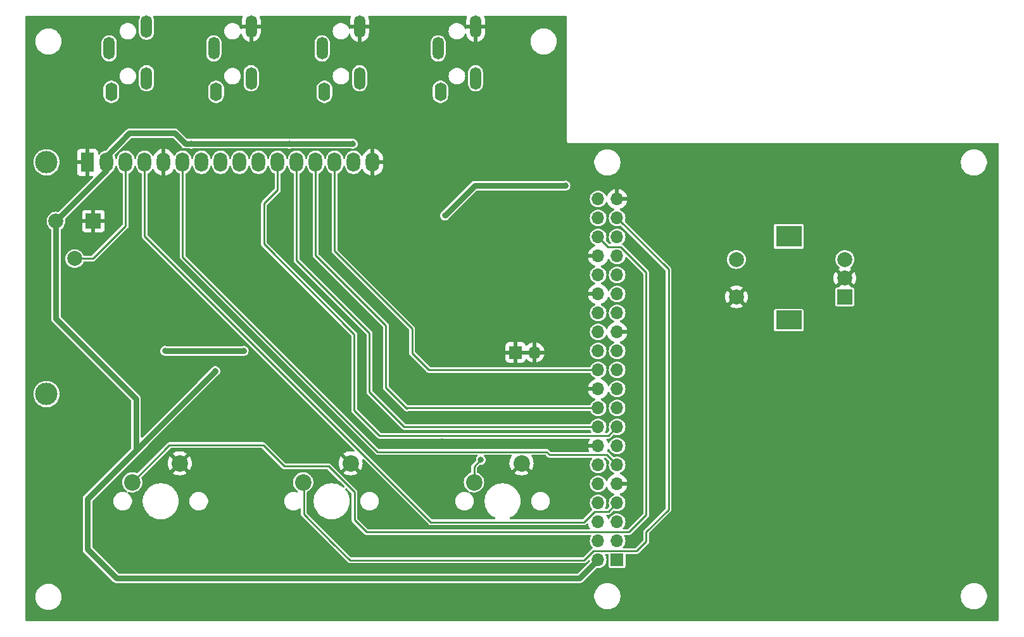
<source format=gtl>
G04 #@! TF.GenerationSoftware,KiCad,Pcbnew,8.0.1*
G04 #@! TF.CreationDate,2025-03-27T22:51:34-07:00*
G04 #@! TF.ProjectId,minidexed,6d696e69-6465-4786-9564-2e6b69636164,rev?*
G04 #@! TF.SameCoordinates,Original*
G04 #@! TF.FileFunction,Copper,L1,Top*
G04 #@! TF.FilePolarity,Positive*
%FSLAX46Y46*%
G04 Gerber Fmt 4.6, Leading zero omitted, Abs format (unit mm)*
G04 Created by KiCad (PCBNEW 8.0.1) date 2025-03-27 22:51:34*
%MOMM*%
%LPD*%
G01*
G04 APERTURE LIST*
G04 #@! TA.AperFunction,ComponentPad*
%ADD10O,1.600000X2.500000*%
G04 #@! TD*
G04 #@! TA.AperFunction,ComponentPad*
%ADD11O,1.500000X3.000000*%
G04 #@! TD*
G04 #@! TA.AperFunction,ComponentPad*
%ADD12C,2.200000*%
G04 #@! TD*
G04 #@! TA.AperFunction,ComponentPad*
%ADD13C,3.000000*%
G04 #@! TD*
G04 #@! TA.AperFunction,ComponentPad*
%ADD14R,1.800000X2.600000*%
G04 #@! TD*
G04 #@! TA.AperFunction,ComponentPad*
%ADD15O,1.800000X2.600000*%
G04 #@! TD*
G04 #@! TA.AperFunction,ComponentPad*
%ADD16R,2.000000X2.000000*%
G04 #@! TD*
G04 #@! TA.AperFunction,ComponentPad*
%ADD17C,2.000000*%
G04 #@! TD*
G04 #@! TA.AperFunction,ComponentPad*
%ADD18R,3.500000X2.500000*%
G04 #@! TD*
G04 #@! TA.AperFunction,ComponentPad*
%ADD19R,3.500000X2.800000*%
G04 #@! TD*
G04 #@! TA.AperFunction,ComponentPad*
%ADD20R,1.700000X1.700000*%
G04 #@! TD*
G04 #@! TA.AperFunction,ComponentPad*
%ADD21O,1.700000X1.700000*%
G04 #@! TD*
G04 #@! TA.AperFunction,ViaPad*
%ADD22C,0.800000*%
G04 #@! TD*
G04 #@! TA.AperFunction,Conductor*
%ADD23C,0.762000*%
G04 #@! TD*
G04 #@! TA.AperFunction,Conductor*
%ADD24C,0.254000*%
G04 #@! TD*
G04 APERTURE END LIST*
D10*
X106300000Y-69450000D03*
D11*
X111000000Y-67650000D03*
X106000000Y-63650000D03*
X111000000Y-60750000D03*
D10*
X120300000Y-69450000D03*
D11*
X125000000Y-67650000D03*
X120000000Y-63650000D03*
X125000000Y-60750000D03*
D10*
X134800000Y-69450000D03*
D11*
X139500000Y-67650000D03*
X134500000Y-63650000D03*
X139500000Y-60750000D03*
D10*
X150300000Y-69450000D03*
D11*
X155000000Y-67650000D03*
X155000000Y-60750000D03*
X150000000Y-63650000D03*
D12*
X115440000Y-119120000D03*
X109090000Y-121660000D03*
D13*
X97628900Y-109877200D03*
X97628900Y-78876500D03*
D14*
X103128000Y-78876500D03*
D15*
X105668000Y-78876500D03*
X108208000Y-78876500D03*
X110748000Y-78876500D03*
X113288000Y-78876500D03*
X115828000Y-78876500D03*
X118368000Y-78876500D03*
X120908000Y-78876500D03*
X123448000Y-78876500D03*
X125988000Y-78876500D03*
X128528000Y-78876500D03*
X131068000Y-78876500D03*
X133608000Y-78876500D03*
X136148000Y-78876500D03*
X138688000Y-78876500D03*
X141228000Y-78876500D03*
D16*
X204368400Y-96876500D03*
D17*
X204368400Y-91876500D03*
X204368400Y-94376500D03*
D18*
X196868400Y-99976500D03*
D19*
X196868400Y-88776500D03*
D17*
X189868400Y-91876500D03*
X189868400Y-96876500D03*
D12*
X138290000Y-119120000D03*
X131940000Y-121660000D03*
X161140000Y-119120000D03*
X154790000Y-121660000D03*
D20*
X173918400Y-132042400D03*
D21*
X171378400Y-132042400D03*
X173918400Y-129502400D03*
X171378400Y-129502400D03*
X173918400Y-126962400D03*
X171378400Y-126962400D03*
X173918400Y-124422400D03*
X171378400Y-124422400D03*
X173918400Y-121882400D03*
X171378400Y-121882400D03*
X173918400Y-119342400D03*
X171378400Y-119342400D03*
X173918400Y-116802400D03*
X171378400Y-116802400D03*
X173918400Y-114262400D03*
X171378400Y-114262400D03*
X173918400Y-111722400D03*
X171378400Y-111722400D03*
X173918400Y-109182400D03*
X171378400Y-109182400D03*
X173918400Y-106642400D03*
X171378400Y-106642400D03*
X173918400Y-104102400D03*
X171378400Y-104102400D03*
X173918400Y-101562400D03*
X171378400Y-101562400D03*
X173918400Y-99022400D03*
X171378400Y-99022400D03*
X173918400Y-96482400D03*
X171378400Y-96482400D03*
X173918400Y-93942400D03*
X171378400Y-93942400D03*
X173918400Y-91402400D03*
X171378400Y-91402400D03*
X173918400Y-88862400D03*
X171378400Y-88862400D03*
X173918400Y-86322400D03*
X171378400Y-86322400D03*
X173918400Y-83782400D03*
X171378400Y-83782400D03*
D16*
X103900000Y-86760000D03*
D17*
X101400000Y-91760000D03*
X98900000Y-86760000D03*
D20*
X160325000Y-104300000D03*
D21*
X162865000Y-104300000D03*
D22*
X130100000Y-76400000D03*
X138600000Y-76400000D03*
X117000000Y-76400000D03*
X120200000Y-106800000D03*
X121100000Y-93200000D03*
X175500000Y-118400000D03*
X124700000Y-81800000D03*
X162000000Y-83400000D03*
X163800000Y-76200000D03*
X139800000Y-105000000D03*
X162600000Y-92400000D03*
X166800000Y-124800000D03*
X148500000Y-123500000D03*
X150500000Y-116200000D03*
X129800000Y-81800000D03*
X150900000Y-86000000D03*
X167000000Y-82000000D03*
X113500000Y-104100000D03*
X124000000Y-104100000D03*
X155700000Y-118673500D03*
D23*
X168920800Y-134500000D02*
X107000000Y-134500000D01*
X103100000Y-123900000D02*
X109600000Y-117400000D01*
X103100000Y-130600000D02*
X103100000Y-125500000D01*
X116200000Y-76400000D02*
X114800000Y-75000000D01*
X114800000Y-75000000D02*
X108722500Y-75000000D01*
X98900000Y-99800000D02*
X98900000Y-86760000D01*
X118200000Y-108800000D02*
X120200000Y-106800000D01*
X109600000Y-117400000D02*
X109600000Y-110500000D01*
X108722500Y-75000000D02*
X107322500Y-76400000D01*
X117000000Y-76400000D02*
X116200000Y-76400000D01*
X109600000Y-110500000D02*
X98900000Y-99800000D01*
X105668000Y-78054500D02*
X107322500Y-76400000D01*
X107000000Y-134500000D02*
X103100000Y-130600000D01*
X103100000Y-125500000D02*
X103100000Y-123900000D01*
X117000000Y-76400000D02*
X130100000Y-76400000D01*
X98900000Y-86760000D02*
X105668000Y-79992000D01*
X130100000Y-76400000D02*
X138600000Y-76400000D01*
X171378400Y-132042400D02*
X168920800Y-134500000D01*
X105668000Y-79992000D02*
X105668000Y-78876500D01*
X109600000Y-117400000D02*
X118200000Y-108800000D01*
X154900000Y-82000000D02*
X150900000Y-86000000D01*
X167000000Y-82000000D02*
X154900000Y-82000000D01*
X124000000Y-104100000D02*
X113500000Y-104100000D01*
D24*
X101400000Y-91760000D02*
X103840000Y-91760000D01*
X108208000Y-87392000D02*
X108208000Y-78876500D01*
X103840000Y-91760000D02*
X108208000Y-87392000D01*
X170890870Y-125599400D02*
X172741400Y-125599400D01*
X110748000Y-78876500D02*
X110748000Y-88748000D01*
X169490270Y-127000000D02*
X170890870Y-125599400D01*
X110748000Y-88748000D02*
X149000000Y-127000000D01*
X149000000Y-127000000D02*
X169490270Y-127000000D01*
X172741400Y-125599400D02*
X173918400Y-124422400D01*
X164500000Y-117600000D02*
X164879400Y-117979400D01*
X141900000Y-117600000D02*
X164500000Y-117600000D01*
X172555400Y-117979400D02*
X173918400Y-119342400D01*
X164879400Y-117979400D02*
X172555400Y-117979400D01*
X115828000Y-91528000D02*
X141900000Y-117600000D01*
X115828000Y-78876500D02*
X115828000Y-91528000D01*
X128528000Y-78876500D02*
X128528000Y-82572000D01*
X126700000Y-89800000D02*
X138773000Y-101873000D01*
X128528000Y-82572000D02*
X126700000Y-84400000D01*
X138773000Y-101873000D02*
X138773000Y-112073000D01*
X126700000Y-84400000D02*
X126700000Y-89800000D01*
X142139400Y-115439400D02*
X172741400Y-115439400D01*
X138773000Y-112073000D02*
X142139400Y-115439400D01*
X172741400Y-115439400D02*
X173918400Y-114262400D01*
X131068000Y-78876500D02*
X131068000Y-91968000D01*
X145462400Y-114262400D02*
X171378400Y-114262400D01*
X131068000Y-91968000D02*
X140800000Y-101700000D01*
X140800000Y-101700000D02*
X140800000Y-109600000D01*
X140800000Y-109600000D02*
X145462400Y-114262400D01*
X145877600Y-111722400D02*
X171378400Y-111722400D01*
X143000000Y-100700000D02*
X143000000Y-109000000D01*
X133608000Y-78876500D02*
X133608000Y-91308000D01*
X143000000Y-109000000D02*
X145800000Y-111800000D01*
X145800000Y-111800000D02*
X145877600Y-111722400D01*
X133608000Y-91308000D02*
X143000000Y-100700000D01*
X136148000Y-78876500D02*
X136148000Y-90748000D01*
X136148000Y-90748000D02*
X146500000Y-101100000D01*
X146500000Y-101100000D02*
X146500000Y-104400000D01*
X146500000Y-104400000D02*
X148742400Y-106642400D01*
X148742400Y-106642400D02*
X171378400Y-106642400D01*
X154790000Y-119583500D02*
X155700000Y-118673500D01*
X154790000Y-121660000D02*
X154790000Y-119583500D01*
X129400000Y-119500000D02*
X135323372Y-119500000D01*
X114050000Y-116700000D02*
X126600000Y-116700000D01*
X174380530Y-90200000D02*
X172716000Y-90200000D01*
X126600000Y-116700000D02*
X129400000Y-119500000D01*
X138800000Y-126700000D02*
X140425400Y-128325400D01*
X135323372Y-119500000D02*
X138800000Y-122976628D01*
X172716000Y-90200000D02*
X171378400Y-88862400D01*
X138800000Y-122976628D02*
X138800000Y-126700000D01*
X109090000Y-121660000D02*
X114050000Y-116700000D01*
X175502734Y-128325400D02*
X177800000Y-126028134D01*
X177800000Y-126028134D02*
X177800000Y-93619470D01*
X177800000Y-93619470D02*
X174380530Y-90200000D01*
X140425400Y-128325400D02*
X175502734Y-128325400D01*
X180800000Y-125300000D02*
X180800000Y-93204000D01*
X177800000Y-128300000D02*
X180800000Y-125300000D01*
X131940000Y-121660000D02*
X132047001Y-121767001D01*
X176534600Y-130865400D02*
X177800000Y-129600000D01*
X138200000Y-132100000D02*
X169500000Y-132100000D01*
X180800000Y-93204000D02*
X173918400Y-86322400D01*
X132047001Y-125947001D02*
X135900000Y-129800000D01*
X169500000Y-132100000D02*
X170734600Y-130865400D01*
X132047001Y-121767001D02*
X132047001Y-125947001D01*
X170734600Y-130865400D02*
X176534600Y-130865400D01*
X135900000Y-129800000D02*
X138200000Y-132100000D01*
X177800000Y-129600000D02*
X177800000Y-128300000D01*
G04 #@! TA.AperFunction,Conductor*
G36*
X109515221Y-79323192D02*
G01*
X109574393Y-79362425D01*
X109602448Y-79423855D01*
X109621928Y-79546846D01*
X109621929Y-79546851D01*
X109678081Y-79719669D01*
X109678083Y-79719674D01*
X109760583Y-79881590D01*
X109760585Y-79881593D01*
X109867398Y-80028608D01*
X109995891Y-80157101D01*
X109995894Y-80157103D01*
X110142910Y-80263917D01*
X110297704Y-80342788D01*
X110349318Y-80391535D01*
X110366500Y-80455054D01*
X110366500Y-88798223D01*
X110366499Y-88798223D01*
X110366500Y-88798225D01*
X110383694Y-88862395D01*
X110392500Y-88895256D01*
X110424736Y-88951091D01*
X110442721Y-88982243D01*
X110442729Y-88982253D01*
X138812053Y-117351577D01*
X138846079Y-117413889D01*
X138841014Y-117484704D01*
X138798467Y-117541540D01*
X138731947Y-117566351D01*
X138693544Y-117563191D01*
X138542323Y-117526886D01*
X138290000Y-117507028D01*
X138037676Y-117526886D01*
X137791565Y-117585971D01*
X137557727Y-117682830D01*
X137343387Y-117814176D01*
X137343387Y-117814178D01*
X137969974Y-118440765D01*
X137934742Y-118455359D01*
X137811903Y-118537437D01*
X137707437Y-118641903D01*
X137625359Y-118764742D01*
X137610765Y-118799974D01*
X136984178Y-118173387D01*
X136984176Y-118173387D01*
X136852830Y-118387727D01*
X136755971Y-118621565D01*
X136696886Y-118867676D01*
X136677028Y-119120000D01*
X136696886Y-119372323D01*
X136755971Y-119618434D01*
X136852830Y-119852272D01*
X136984177Y-120066611D01*
X136984178Y-120066611D01*
X137610764Y-119440024D01*
X137625359Y-119475258D01*
X137707437Y-119598097D01*
X137811903Y-119702563D01*
X137934742Y-119784641D01*
X137969973Y-119799234D01*
X137343387Y-120425820D01*
X137343387Y-120425822D01*
X137557727Y-120557169D01*
X137791565Y-120654028D01*
X138037676Y-120713113D01*
X138290000Y-120732971D01*
X138542323Y-120713113D01*
X138788434Y-120654028D01*
X139022277Y-120557167D01*
X139236611Y-120425822D01*
X139236611Y-120425820D01*
X138610025Y-119799234D01*
X138645258Y-119784641D01*
X138768097Y-119702563D01*
X138872563Y-119598097D01*
X138954641Y-119475258D01*
X138969234Y-119440025D01*
X139595820Y-120066611D01*
X139595822Y-120066611D01*
X139727167Y-119852277D01*
X139824028Y-119618434D01*
X139883113Y-119372323D01*
X139902971Y-119120000D01*
X139883113Y-118867676D01*
X139846808Y-118716454D01*
X139850355Y-118645546D01*
X139891675Y-118587812D01*
X139957648Y-118561582D01*
X140027330Y-118575184D01*
X140058422Y-118597945D01*
X148694724Y-127234247D01*
X148765753Y-127305276D01*
X148765754Y-127305277D01*
X148765756Y-127305278D01*
X148852741Y-127355499D01*
X148852743Y-127355499D01*
X148852746Y-127355501D01*
X148949775Y-127381500D01*
X148949777Y-127381500D01*
X169540493Y-127381500D01*
X169540495Y-127381500D01*
X169637524Y-127355501D01*
X169637527Y-127355499D01*
X169637528Y-127355499D01*
X169681020Y-127330388D01*
X169724517Y-127305276D01*
X169795546Y-127234247D01*
X169813260Y-127216533D01*
X169813269Y-127216523D01*
X169838888Y-127190904D01*
X169901200Y-127156878D01*
X169972015Y-127161943D01*
X170028851Y-127204490D01*
X170050127Y-127249067D01*
X170089577Y-127404852D01*
X170089579Y-127404856D01*
X170179981Y-127610951D01*
X170270163Y-127748985D01*
X170290676Y-127816953D01*
X170271187Y-127885222D01*
X170217882Y-127932117D01*
X170164680Y-127943900D01*
X140635613Y-127943900D01*
X140567492Y-127923898D01*
X140546518Y-127906995D01*
X139218405Y-126578882D01*
X139184379Y-126516570D01*
X139181500Y-126489787D01*
X139181500Y-124298417D01*
X139579500Y-124298417D01*
X139610291Y-124492826D01*
X139671116Y-124680025D01*
X139745056Y-124825141D01*
X139760478Y-124855408D01*
X139876173Y-125014648D01*
X140015351Y-125153826D01*
X140037172Y-125169680D01*
X140174595Y-125269524D01*
X140349975Y-125358884D01*
X140537174Y-125419709D01*
X140731583Y-125450500D01*
X140731586Y-125450500D01*
X140928414Y-125450500D01*
X140928417Y-125450500D01*
X141122826Y-125419709D01*
X141310025Y-125358884D01*
X141485405Y-125269524D01*
X141644646Y-125153828D01*
X141783828Y-125014646D01*
X141899524Y-124855405D01*
X141988884Y-124680025D01*
X142049709Y-124492826D01*
X142080500Y-124298417D01*
X142080500Y-124101583D01*
X142049709Y-123907174D01*
X141988884Y-123719975D01*
X141899524Y-123544595D01*
X141815870Y-123429456D01*
X141783826Y-123385351D01*
X141644648Y-123246173D01*
X141485408Y-123130478D01*
X141485407Y-123130477D01*
X141485405Y-123130476D01*
X141310025Y-123041116D01*
X141122826Y-122980291D01*
X140928417Y-122949500D01*
X140731583Y-122949500D01*
X140537174Y-122980291D01*
X140537171Y-122980291D01*
X140537170Y-122980292D01*
X140506191Y-122990358D01*
X140349975Y-123041116D01*
X140349973Y-123041116D01*
X140349973Y-123041117D01*
X140174591Y-123130478D01*
X140015351Y-123246173D01*
X139876173Y-123385351D01*
X139760478Y-123544591D01*
X139760476Y-123544595D01*
X139671116Y-123719975D01*
X139610291Y-123907174D01*
X139579500Y-124101583D01*
X139579500Y-124298417D01*
X139181500Y-124298417D01*
X139181500Y-122926404D01*
X139180961Y-122924392D01*
X139155501Y-122829374D01*
X139155499Y-122829371D01*
X139155499Y-122829369D01*
X139105278Y-122742384D01*
X139105270Y-122742374D01*
X139029858Y-122666962D01*
X139029835Y-122666941D01*
X135557625Y-119194729D01*
X135557615Y-119194721D01*
X135470630Y-119144500D01*
X135448532Y-119138579D01*
X135373597Y-119118500D01*
X135373595Y-119118500D01*
X129610213Y-119118500D01*
X129542092Y-119098498D01*
X129521118Y-119081595D01*
X126834253Y-116394729D01*
X126834243Y-116394721D01*
X126801561Y-116375852D01*
X126801559Y-116375852D01*
X126747254Y-116344499D01*
X126650225Y-116318500D01*
X113999775Y-116318500D01*
X113940390Y-116334412D01*
X113902741Y-116344500D01*
X113815756Y-116394721D01*
X113815751Y-116394725D01*
X113790073Y-116420404D01*
X113744724Y-116465753D01*
X113744722Y-116465755D01*
X109805681Y-120404794D01*
X109743369Y-120438820D01*
X109672553Y-120433755D01*
X109656623Y-120426515D01*
X109635961Y-120415334D01*
X109635960Y-120415333D01*
X109635959Y-120415333D01*
X109635957Y-120415332D01*
X109423654Y-120342448D01*
X109423645Y-120342446D01*
X109379620Y-120335099D01*
X109202237Y-120305500D01*
X108977763Y-120305500D01*
X108829979Y-120330160D01*
X108756354Y-120342446D01*
X108756345Y-120342448D01*
X108544042Y-120415332D01*
X108544039Y-120415333D01*
X108346620Y-120522171D01*
X108346619Y-120522172D01*
X108169471Y-120660052D01*
X108017447Y-120825195D01*
X107894668Y-121013123D01*
X107804501Y-121218683D01*
X107804498Y-121218690D01*
X107749396Y-121436285D01*
X107749395Y-121436291D01*
X107749395Y-121436293D01*
X107730858Y-121660000D01*
X107749286Y-121882395D01*
X107749396Y-121883714D01*
X107804498Y-122101309D01*
X107804501Y-122101316D01*
X107894668Y-122306876D01*
X107894670Y-122306880D01*
X107944010Y-122382400D01*
X108017447Y-122494804D01*
X108169471Y-122659947D01*
X108169476Y-122659951D01*
X108169478Y-122659953D01*
X108346619Y-122797827D01*
X108349632Y-122800172D01*
X108391103Y-122857797D01*
X108394837Y-122928696D01*
X108359647Y-122990358D01*
X108296706Y-123023206D01*
X108233305Y-123019437D01*
X108112831Y-122980292D01*
X108112827Y-122980291D01*
X108112826Y-122980291D01*
X107918417Y-122949500D01*
X107721583Y-122949500D01*
X107527174Y-122980291D01*
X107527171Y-122980291D01*
X107527170Y-122980292D01*
X107496191Y-122990358D01*
X107339975Y-123041116D01*
X107339973Y-123041116D01*
X107339973Y-123041117D01*
X107164591Y-123130478D01*
X107005351Y-123246173D01*
X106866173Y-123385351D01*
X106750478Y-123544591D01*
X106750476Y-123544595D01*
X106661116Y-123719975D01*
X106600291Y-123907174D01*
X106569500Y-124101583D01*
X106569500Y-124298417D01*
X106600291Y-124492826D01*
X106661116Y-124680025D01*
X106735056Y-124825141D01*
X106750478Y-124855408D01*
X106866173Y-125014648D01*
X107005351Y-125153826D01*
X107027172Y-125169680D01*
X107164595Y-125269524D01*
X107339975Y-125358884D01*
X107527174Y-125419709D01*
X107721583Y-125450500D01*
X107721586Y-125450500D01*
X107918414Y-125450500D01*
X107918417Y-125450500D01*
X108112826Y-125419709D01*
X108300025Y-125358884D01*
X108475405Y-125269524D01*
X108634646Y-125153828D01*
X108773828Y-125014646D01*
X108889524Y-124855405D01*
X108978884Y-124680025D01*
X109039709Y-124492826D01*
X109064736Y-124334810D01*
X110499500Y-124334810D01*
X110529688Y-124602735D01*
X110589685Y-124865597D01*
X110678726Y-125120061D01*
X110678737Y-125120088D01*
X110795717Y-125363000D01*
X110939159Y-125591286D01*
X111107268Y-125802088D01*
X111297911Y-125992731D01*
X111508713Y-126160840D01*
X111736999Y-126304282D01*
X111737002Y-126304283D01*
X111737003Y-126304284D01*
X111979921Y-126421267D01*
X111979937Y-126421272D01*
X111979938Y-126421273D01*
X112234402Y-126510314D01*
X112234405Y-126510314D01*
X112234409Y-126510316D01*
X112497268Y-126570312D01*
X112687248Y-126591717D01*
X112765189Y-126600500D01*
X112765191Y-126600500D01*
X113034811Y-126600500D01*
X113102853Y-126592833D01*
X113302732Y-126570312D01*
X113565591Y-126510316D01*
X113605147Y-126496475D01*
X113702527Y-126462400D01*
X113820079Y-126421267D01*
X114062997Y-126304284D01*
X114291289Y-126160838D01*
X114502085Y-125992734D01*
X114692734Y-125802085D01*
X114860838Y-125591289D01*
X114901297Y-125526900D01*
X115004282Y-125363000D01*
X115004281Y-125363000D01*
X115004284Y-125362997D01*
X115121267Y-125120079D01*
X115210316Y-124865591D01*
X115270312Y-124602732D01*
X115300500Y-124334809D01*
X115300500Y-124298417D01*
X116729500Y-124298417D01*
X116760291Y-124492826D01*
X116821116Y-124680025D01*
X116895056Y-124825141D01*
X116910478Y-124855408D01*
X117026173Y-125014648D01*
X117165351Y-125153826D01*
X117187172Y-125169680D01*
X117324595Y-125269524D01*
X117499975Y-125358884D01*
X117687174Y-125419709D01*
X117881583Y-125450500D01*
X117881586Y-125450500D01*
X118078414Y-125450500D01*
X118078417Y-125450500D01*
X118272826Y-125419709D01*
X118460025Y-125358884D01*
X118635405Y-125269524D01*
X118794646Y-125153828D01*
X118933828Y-125014646D01*
X119049524Y-124855405D01*
X119138884Y-124680025D01*
X119199709Y-124492826D01*
X119230500Y-124298417D01*
X119230500Y-124101583D01*
X119199709Y-123907174D01*
X119138884Y-123719975D01*
X119049524Y-123544595D01*
X118965870Y-123429456D01*
X118933826Y-123385351D01*
X118794648Y-123246173D01*
X118635408Y-123130478D01*
X118635407Y-123130477D01*
X118635405Y-123130476D01*
X118460025Y-123041116D01*
X118272826Y-122980291D01*
X118078417Y-122949500D01*
X117881583Y-122949500D01*
X117687174Y-122980291D01*
X117687171Y-122980291D01*
X117687170Y-122980292D01*
X117656191Y-122990358D01*
X117499975Y-123041116D01*
X117499973Y-123041116D01*
X117499973Y-123041117D01*
X117324591Y-123130478D01*
X117165351Y-123246173D01*
X117026173Y-123385351D01*
X116910478Y-123544591D01*
X116910476Y-123544595D01*
X116821116Y-123719975D01*
X116760291Y-123907174D01*
X116729500Y-124101583D01*
X116729500Y-124298417D01*
X115300500Y-124298417D01*
X115300500Y-124065191D01*
X115270312Y-123797268D01*
X115210316Y-123534409D01*
X115196488Y-123494892D01*
X115121273Y-123279938D01*
X115121272Y-123279937D01*
X115121267Y-123279921D01*
X115004284Y-123037003D01*
X115004283Y-123037002D01*
X115004282Y-123036999D01*
X114860840Y-122808713D01*
X114692731Y-122597911D01*
X114502088Y-122407268D01*
X114291286Y-122239159D01*
X114063000Y-122095717D01*
X113820088Y-121978737D01*
X113820083Y-121978735D01*
X113820079Y-121978733D01*
X113820073Y-121978730D01*
X113820061Y-121978726D01*
X113565597Y-121889685D01*
X113302735Y-121829688D01*
X113034811Y-121799500D01*
X113034809Y-121799500D01*
X112765191Y-121799500D01*
X112765189Y-121799500D01*
X112497264Y-121829688D01*
X112234402Y-121889685D01*
X111979938Y-121978726D01*
X111979911Y-121978737D01*
X111736999Y-122095717D01*
X111508713Y-122239159D01*
X111297911Y-122407268D01*
X111107268Y-122597911D01*
X110939159Y-122808713D01*
X110795717Y-123036999D01*
X110678737Y-123279911D01*
X110678726Y-123279938D01*
X110589685Y-123534402D01*
X110529688Y-123797264D01*
X110499500Y-124065189D01*
X110499500Y-124334810D01*
X109064736Y-124334810D01*
X109070500Y-124298417D01*
X109070500Y-124101583D01*
X109039709Y-123907174D01*
X108978884Y-123719975D01*
X108889524Y-123544595D01*
X108805870Y-123429456D01*
X108773826Y-123385351D01*
X108634652Y-123246177D01*
X108634648Y-123246174D01*
X108634646Y-123246172D01*
X108504646Y-123151721D01*
X108461294Y-123095499D01*
X108455219Y-123024763D01*
X108488351Y-122961971D01*
X108550171Y-122927060D01*
X108619619Y-122930612D01*
X108756350Y-122977553D01*
X108977763Y-123014500D01*
X108977767Y-123014500D01*
X109202233Y-123014500D01*
X109202237Y-123014500D01*
X109423650Y-122977553D01*
X109635961Y-122904666D01*
X109833380Y-122797828D01*
X110010522Y-122659953D01*
X110054370Y-122612322D01*
X110162552Y-122494804D01*
X110162551Y-122494804D01*
X110162554Y-122494802D01*
X110285330Y-122306880D01*
X110375500Y-122101313D01*
X110430605Y-121883707D01*
X110449142Y-121660000D01*
X110430605Y-121436293D01*
X110416958Y-121382400D01*
X110375501Y-121218690D01*
X110375498Y-121218683D01*
X110317188Y-121085750D01*
X110308141Y-121015332D01*
X110338601Y-120951202D01*
X110343462Y-120946059D01*
X112169521Y-119120000D01*
X113827028Y-119120000D01*
X113846886Y-119372323D01*
X113905971Y-119618434D01*
X114002830Y-119852272D01*
X114134177Y-120066611D01*
X114134178Y-120066611D01*
X114760764Y-119440024D01*
X114775359Y-119475258D01*
X114857437Y-119598097D01*
X114961903Y-119702563D01*
X115084742Y-119784641D01*
X115119973Y-119799234D01*
X114493387Y-120425820D01*
X114493387Y-120425822D01*
X114707727Y-120557169D01*
X114941565Y-120654028D01*
X115187676Y-120713113D01*
X115440000Y-120732971D01*
X115692323Y-120713113D01*
X115938434Y-120654028D01*
X116172277Y-120557167D01*
X116386611Y-120425822D01*
X116386611Y-120425820D01*
X115760025Y-119799234D01*
X115795258Y-119784641D01*
X115918097Y-119702563D01*
X116022563Y-119598097D01*
X116104641Y-119475258D01*
X116119234Y-119440025D01*
X116745820Y-120066611D01*
X116745822Y-120066611D01*
X116877167Y-119852277D01*
X116974028Y-119618434D01*
X117033113Y-119372323D01*
X117052971Y-119120000D01*
X117033113Y-118867676D01*
X116974028Y-118621565D01*
X116877169Y-118387727D01*
X116745822Y-118173387D01*
X116745820Y-118173387D01*
X116119234Y-118799973D01*
X116104641Y-118764742D01*
X116022563Y-118641903D01*
X115918097Y-118537437D01*
X115795258Y-118455359D01*
X115760025Y-118440764D01*
X116386611Y-117814178D01*
X116386611Y-117814177D01*
X116172272Y-117682830D01*
X115938434Y-117585971D01*
X115692323Y-117526886D01*
X115440000Y-117507028D01*
X115187676Y-117526886D01*
X114941565Y-117585971D01*
X114707727Y-117682830D01*
X114493387Y-117814176D01*
X114493387Y-117814178D01*
X115119974Y-118440765D01*
X115084742Y-118455359D01*
X114961903Y-118537437D01*
X114857437Y-118641903D01*
X114775359Y-118764742D01*
X114760765Y-118799974D01*
X114134178Y-118173387D01*
X114134176Y-118173387D01*
X114002830Y-118387727D01*
X113905971Y-118621565D01*
X113846886Y-118867676D01*
X113827028Y-119120000D01*
X112169521Y-119120000D01*
X114171117Y-117118405D01*
X114233429Y-117084379D01*
X114260212Y-117081500D01*
X126389787Y-117081500D01*
X126457908Y-117101502D01*
X126478882Y-117118405D01*
X129094724Y-119734247D01*
X129165753Y-119805276D01*
X129165754Y-119805277D01*
X129165756Y-119805278D01*
X129252741Y-119855499D01*
X129252743Y-119855499D01*
X129252746Y-119855501D01*
X129349775Y-119881500D01*
X129450225Y-119881500D01*
X135113159Y-119881500D01*
X135181280Y-119901502D01*
X135202254Y-119918405D01*
X136779467Y-121495618D01*
X137439601Y-122155751D01*
X137473626Y-122218063D01*
X137468562Y-122288878D01*
X137426015Y-122345714D01*
X137359495Y-122370525D01*
X137290121Y-122355434D01*
X137271947Y-122343357D01*
X137141290Y-122239162D01*
X136913000Y-122095717D01*
X136670088Y-121978737D01*
X136670083Y-121978735D01*
X136670079Y-121978733D01*
X136670073Y-121978730D01*
X136670061Y-121978726D01*
X136415597Y-121889685D01*
X136152735Y-121829688D01*
X135884811Y-121799500D01*
X135884809Y-121799500D01*
X135615191Y-121799500D01*
X135615189Y-121799500D01*
X135347264Y-121829688D01*
X135084402Y-121889685D01*
X134829938Y-121978726D01*
X134829911Y-121978737D01*
X134586999Y-122095717D01*
X134358713Y-122239159D01*
X134147911Y-122407268D01*
X133957268Y-122597911D01*
X133789159Y-122808713D01*
X133645717Y-123036999D01*
X133528737Y-123279911D01*
X133528726Y-123279938D01*
X133439685Y-123534402D01*
X133379688Y-123797264D01*
X133349500Y-124065189D01*
X133349500Y-124334810D01*
X133379688Y-124602735D01*
X133439685Y-124865597D01*
X133528726Y-125120061D01*
X133528737Y-125120088D01*
X133645717Y-125363000D01*
X133789159Y-125591286D01*
X133957268Y-125802088D01*
X134147911Y-125992731D01*
X134358713Y-126160840D01*
X134586999Y-126304282D01*
X134587002Y-126304283D01*
X134587003Y-126304284D01*
X134829921Y-126421267D01*
X134829937Y-126421272D01*
X134829938Y-126421273D01*
X135084402Y-126510314D01*
X135084405Y-126510314D01*
X135084409Y-126510316D01*
X135347268Y-126570312D01*
X135537248Y-126591717D01*
X135615189Y-126600500D01*
X135615191Y-126600500D01*
X135884811Y-126600500D01*
X135952853Y-126592833D01*
X136152732Y-126570312D01*
X136415591Y-126510316D01*
X136455147Y-126496475D01*
X136552527Y-126462400D01*
X136670079Y-126421267D01*
X136912997Y-126304284D01*
X137141289Y-126160838D01*
X137352085Y-125992734D01*
X137542734Y-125802085D01*
X137710838Y-125591289D01*
X137751297Y-125526900D01*
X137854282Y-125363000D01*
X137854281Y-125363000D01*
X137854284Y-125362997D01*
X137971267Y-125120079D01*
X138060316Y-124865591D01*
X138120312Y-124602732D01*
X138150500Y-124334809D01*
X138150500Y-124065191D01*
X138120312Y-123797268D01*
X138060316Y-123534409D01*
X138046488Y-123494892D01*
X137971273Y-123279938D01*
X137971272Y-123279937D01*
X137971267Y-123279921D01*
X137854284Y-123037003D01*
X137854283Y-123037002D01*
X137854282Y-123036999D01*
X137710837Y-122808709D01*
X137606642Y-122678052D01*
X137579808Y-122612322D01*
X137592770Y-122542519D01*
X137641413Y-122490805D01*
X137710293Y-122473598D01*
X137777541Y-122496362D01*
X137794248Y-122510398D01*
X138381595Y-123097745D01*
X138415621Y-123160057D01*
X138418500Y-123186840D01*
X138418500Y-126750223D01*
X138418499Y-126750223D01*
X138423640Y-126769407D01*
X138444499Y-126847254D01*
X138452136Y-126860481D01*
X138459773Y-126873710D01*
X138494722Y-126934244D01*
X138494730Y-126934254D01*
X140191146Y-128630670D01*
X140191151Y-128630674D01*
X140191153Y-128630676D01*
X140278147Y-128680902D01*
X140375175Y-128706901D01*
X140375177Y-128706901D01*
X140483343Y-128706901D01*
X140483359Y-128706900D01*
X170342036Y-128706900D01*
X170410157Y-128726902D01*
X170456650Y-128780558D01*
X170466754Y-128850832D01*
X170442587Y-128908831D01*
X170435312Y-128918463D01*
X170344071Y-129101701D01*
X170288054Y-129298580D01*
X170269168Y-129502395D01*
X170269168Y-129502404D01*
X170288054Y-129706219D01*
X170324480Y-129834243D01*
X170344072Y-129903101D01*
X170435312Y-130086335D01*
X170435313Y-130086336D01*
X170558669Y-130249687D01*
X170617314Y-130303149D01*
X170654181Y-130363823D01*
X170652392Y-130434797D01*
X170612516Y-130493537D01*
X170593894Y-130504723D01*
X170594498Y-130505769D01*
X170539698Y-130537408D01*
X170500356Y-130560121D01*
X170500346Y-130560129D01*
X169378882Y-131681595D01*
X169316570Y-131715620D01*
X169289787Y-131718500D01*
X138410213Y-131718500D01*
X138342092Y-131698498D01*
X138321118Y-131681595D01*
X136129858Y-129490334D01*
X136129835Y-129490313D01*
X132465406Y-125825883D01*
X132431380Y-125763571D01*
X132428501Y-125736788D01*
X132428501Y-123010841D01*
X132448503Y-122942720D01*
X132494530Y-122900028D01*
X132683380Y-122797828D01*
X132860522Y-122659953D01*
X132904370Y-122612322D01*
X133012552Y-122494804D01*
X133012551Y-122494804D01*
X133012554Y-122494802D01*
X133135330Y-122306880D01*
X133225500Y-122101313D01*
X133280605Y-121883707D01*
X133299142Y-121660000D01*
X133280605Y-121436293D01*
X133266958Y-121382400D01*
X133225501Y-121218690D01*
X133225498Y-121218683D01*
X133135331Y-121013123D01*
X133135330Y-121013120D01*
X133012554Y-120825198D01*
X133012553Y-120825197D01*
X133012552Y-120825195D01*
X132860528Y-120660052D01*
X132852788Y-120654028D01*
X132683380Y-120522172D01*
X132683379Y-120522171D01*
X132485960Y-120415333D01*
X132485957Y-120415332D01*
X132273654Y-120342448D01*
X132273645Y-120342446D01*
X132229620Y-120335099D01*
X132052237Y-120305500D01*
X131827763Y-120305500D01*
X131679979Y-120330160D01*
X131606354Y-120342446D01*
X131606345Y-120342448D01*
X131394042Y-120415332D01*
X131394039Y-120415333D01*
X131196620Y-120522171D01*
X131196619Y-120522172D01*
X131019471Y-120660052D01*
X130867447Y-120825195D01*
X130744668Y-121013123D01*
X130654501Y-121218683D01*
X130654498Y-121218690D01*
X130599396Y-121436285D01*
X130599395Y-121436291D01*
X130599395Y-121436293D01*
X130580858Y-121660000D01*
X130599286Y-121882395D01*
X130599396Y-121883714D01*
X130654498Y-122101309D01*
X130654501Y-122101316D01*
X130744668Y-122306876D01*
X130744670Y-122306880D01*
X130794010Y-122382400D01*
X130867447Y-122494804D01*
X131019471Y-122659947D01*
X131019476Y-122659951D01*
X131019478Y-122659953D01*
X131196619Y-122797827D01*
X131199632Y-122800172D01*
X131241103Y-122857797D01*
X131244837Y-122928696D01*
X131209647Y-122990358D01*
X131146706Y-123023206D01*
X131083305Y-123019437D01*
X130962831Y-122980292D01*
X130962827Y-122980291D01*
X130962826Y-122980291D01*
X130768417Y-122949500D01*
X130571583Y-122949500D01*
X130377174Y-122980291D01*
X130377171Y-122980291D01*
X130377170Y-122980292D01*
X130346191Y-122990358D01*
X130189975Y-123041116D01*
X130189973Y-123041116D01*
X130189973Y-123041117D01*
X130014591Y-123130478D01*
X129855351Y-123246173D01*
X129716173Y-123385351D01*
X129600478Y-123544591D01*
X129600476Y-123544595D01*
X129511116Y-123719975D01*
X129450291Y-123907174D01*
X129419500Y-124101583D01*
X129419500Y-124298417D01*
X129450291Y-124492826D01*
X129511116Y-124680025D01*
X129585056Y-124825141D01*
X129600478Y-124855408D01*
X129716173Y-125014648D01*
X129855351Y-125153826D01*
X129877172Y-125169680D01*
X130014595Y-125269524D01*
X130189975Y-125358884D01*
X130377174Y-125419709D01*
X130571583Y-125450500D01*
X130571586Y-125450500D01*
X130768414Y-125450500D01*
X130768417Y-125450500D01*
X130962826Y-125419709D01*
X131150025Y-125358884D01*
X131325405Y-125269524D01*
X131465443Y-125167779D01*
X131532307Y-125143923D01*
X131601458Y-125160002D01*
X131650939Y-125210916D01*
X131665501Y-125269717D01*
X131665501Y-125997224D01*
X131665500Y-125997224D01*
X131691500Y-126094256D01*
X131699347Y-126107847D01*
X131731990Y-126164387D01*
X131741725Y-126181248D01*
X131741728Y-126181251D01*
X131741731Y-126181255D01*
X135590313Y-130029835D01*
X135590334Y-130029858D01*
X137894724Y-132334247D01*
X137965753Y-132405276D01*
X137965754Y-132405277D01*
X137965756Y-132405278D01*
X138052741Y-132455499D01*
X138052743Y-132455499D01*
X138052746Y-132455501D01*
X138149775Y-132481500D01*
X138149777Y-132481500D01*
X169550223Y-132481500D01*
X169550225Y-132481500D01*
X169647254Y-132455501D01*
X169647257Y-132455499D01*
X169647258Y-132455499D01*
X169690750Y-132430388D01*
X169734247Y-132405276D01*
X169805276Y-132334247D01*
X170064785Y-132074737D01*
X170127097Y-132040713D01*
X170197912Y-132045777D01*
X170254748Y-132088324D01*
X170279343Y-132152211D01*
X170281561Y-132176155D01*
X170267927Y-132245830D01*
X170245193Y-132276872D01*
X168694470Y-133827596D01*
X168632160Y-133861620D01*
X168605377Y-133864500D01*
X107315423Y-133864500D01*
X107247302Y-133844498D01*
X107226328Y-133827595D01*
X103772405Y-130373672D01*
X103738379Y-130311360D01*
X103735500Y-130284577D01*
X103735500Y-124215423D01*
X103755502Y-124147302D01*
X103772405Y-124126328D01*
X111224333Y-116674400D01*
X118693625Y-109205108D01*
X120522258Y-107376473D01*
X120552792Y-107354006D01*
X120574529Y-107342599D01*
X120693498Y-107237201D01*
X120783787Y-107106395D01*
X120840149Y-106957782D01*
X120840149Y-106957781D01*
X120840150Y-106957779D01*
X120859307Y-106800003D01*
X120859307Y-106799996D01*
X120840150Y-106642220D01*
X120826538Y-106606331D01*
X120783787Y-106493605D01*
X120693498Y-106362799D01*
X120574529Y-106257401D01*
X120574528Y-106257400D01*
X120574525Y-106257398D01*
X120433797Y-106183539D01*
X120433795Y-106183538D01*
X120433793Y-106183537D01*
X120433791Y-106183536D01*
X120433790Y-106183536D01*
X120279472Y-106145500D01*
X120279471Y-106145500D01*
X120120529Y-106145500D01*
X120120527Y-106145500D01*
X119966209Y-106183536D01*
X119966202Y-106183539D01*
X119825474Y-106257398D01*
X119825469Y-106257402D01*
X119706501Y-106362799D01*
X119641767Y-106456581D01*
X119627167Y-106474098D01*
X117794892Y-108306375D01*
X110450595Y-115650672D01*
X110388283Y-115684698D01*
X110317468Y-115679633D01*
X110260632Y-115637086D01*
X110235821Y-115570566D01*
X110235500Y-115561577D01*
X110235500Y-110437410D01*
X110235499Y-110437406D01*
X110211078Y-110314631D01*
X110163173Y-110198978D01*
X110093625Y-110094892D01*
X110005108Y-110006375D01*
X104098736Y-104100003D01*
X112840693Y-104100003D01*
X112859849Y-104257779D01*
X112900827Y-104365826D01*
X112916213Y-104406395D01*
X113006502Y-104537201D01*
X113125471Y-104642599D01*
X113125472Y-104642599D01*
X113125474Y-104642601D01*
X113200200Y-104681820D01*
X113266207Y-104716463D01*
X113420529Y-104754500D01*
X113420530Y-104754500D01*
X113579470Y-104754500D01*
X113579471Y-104754500D01*
X113641704Y-104739161D01*
X113671858Y-104735500D01*
X123828142Y-104735500D01*
X123858296Y-104739161D01*
X123920529Y-104754500D01*
X123920530Y-104754500D01*
X124079470Y-104754500D01*
X124079471Y-104754500D01*
X124233793Y-104716463D01*
X124374529Y-104642599D01*
X124493498Y-104537201D01*
X124583787Y-104406395D01*
X124640149Y-104257782D01*
X124640149Y-104257781D01*
X124640150Y-104257779D01*
X124659307Y-104100003D01*
X124659307Y-104099996D01*
X124640150Y-103942220D01*
X124608038Y-103857550D01*
X124583787Y-103793605D01*
X124493498Y-103662799D01*
X124374529Y-103557401D01*
X124374528Y-103557400D01*
X124374525Y-103557398D01*
X124233797Y-103483539D01*
X124233795Y-103483538D01*
X124233793Y-103483537D01*
X124233791Y-103483536D01*
X124233790Y-103483536D01*
X124079472Y-103445500D01*
X124079471Y-103445500D01*
X123920529Y-103445500D01*
X123920527Y-103445500D01*
X123858296Y-103460839D01*
X123828142Y-103464500D01*
X113671858Y-103464500D01*
X113641704Y-103460839D01*
X113579472Y-103445500D01*
X113579471Y-103445500D01*
X113420529Y-103445500D01*
X113420527Y-103445500D01*
X113266209Y-103483536D01*
X113266202Y-103483539D01*
X113125474Y-103557398D01*
X113125469Y-103557402D01*
X113006501Y-103662800D01*
X112916215Y-103793601D01*
X112916212Y-103793607D01*
X112859849Y-103942220D01*
X112840693Y-104099996D01*
X112840693Y-104100003D01*
X104098736Y-104100003D01*
X99572405Y-99573672D01*
X99538379Y-99511360D01*
X99535500Y-99484577D01*
X99535500Y-87912070D01*
X99555502Y-87843949D01*
X99589226Y-87808859D01*
X99589600Y-87808597D01*
X102392000Y-87808597D01*
X102398505Y-87869093D01*
X102449555Y-88005964D01*
X102449555Y-88005965D01*
X102537095Y-88122904D01*
X102654034Y-88210444D01*
X102790906Y-88261494D01*
X102851402Y-88267999D01*
X102851415Y-88268000D01*
X103646000Y-88268000D01*
X103646000Y-87190702D01*
X103707007Y-87225925D01*
X103834174Y-87260000D01*
X103965826Y-87260000D01*
X104092993Y-87225925D01*
X104154000Y-87190702D01*
X104154000Y-88268000D01*
X104948585Y-88268000D01*
X104948597Y-88267999D01*
X105009093Y-88261494D01*
X105145964Y-88210444D01*
X105145965Y-88210444D01*
X105262904Y-88122904D01*
X105350444Y-88005965D01*
X105350444Y-88005964D01*
X105401494Y-87869093D01*
X105407999Y-87808597D01*
X105408000Y-87808585D01*
X105408000Y-87014000D01*
X104330703Y-87014000D01*
X104365925Y-86952993D01*
X104400000Y-86825826D01*
X104400000Y-86694174D01*
X104365925Y-86567007D01*
X104330703Y-86506000D01*
X105408000Y-86506000D01*
X105408000Y-85711414D01*
X105407999Y-85711402D01*
X105401494Y-85650906D01*
X105350444Y-85514035D01*
X105350444Y-85514034D01*
X105262904Y-85397095D01*
X105145965Y-85309555D01*
X105009093Y-85258505D01*
X104948597Y-85252000D01*
X104154000Y-85252000D01*
X104154000Y-86329297D01*
X104092993Y-86294075D01*
X103965826Y-86260000D01*
X103834174Y-86260000D01*
X103707007Y-86294075D01*
X103646000Y-86329297D01*
X103646000Y-85252000D01*
X102851402Y-85252000D01*
X102790906Y-85258505D01*
X102654035Y-85309555D01*
X102654034Y-85309555D01*
X102537095Y-85397095D01*
X102449555Y-85514034D01*
X102449555Y-85514035D01*
X102398505Y-85650906D01*
X102392000Y-85711402D01*
X102392000Y-86506000D01*
X103469297Y-86506000D01*
X103434075Y-86567007D01*
X103400000Y-86694174D01*
X103400000Y-86825826D01*
X103434075Y-86952993D01*
X103469297Y-87014000D01*
X102392000Y-87014000D01*
X102392000Y-87808597D01*
X99589600Y-87808597D01*
X99709457Y-87724674D01*
X99864674Y-87569457D01*
X99990579Y-87389646D01*
X100083347Y-87190703D01*
X100140161Y-86978674D01*
X100159292Y-86760000D01*
X100140161Y-86541326D01*
X100133047Y-86514777D01*
X100134735Y-86443807D01*
X100165656Y-86393075D01*
X106161625Y-80397108D01*
X106220755Y-80308614D01*
X106268324Y-80266344D01*
X106273090Y-80263917D01*
X106420106Y-80157103D01*
X106548603Y-80028606D01*
X106655417Y-79881590D01*
X106737917Y-79719674D01*
X106794072Y-79546846D01*
X106813551Y-79423855D01*
X106843964Y-79359705D01*
X106904232Y-79322178D01*
X106975221Y-79323192D01*
X107034393Y-79362425D01*
X107062448Y-79423855D01*
X107081928Y-79546846D01*
X107081929Y-79546851D01*
X107138081Y-79719669D01*
X107138083Y-79719674D01*
X107220583Y-79881590D01*
X107220585Y-79881593D01*
X107327398Y-80028608D01*
X107455891Y-80157101D01*
X107455894Y-80157103D01*
X107602910Y-80263917D01*
X107757704Y-80342788D01*
X107809318Y-80391535D01*
X107826500Y-80455054D01*
X107826500Y-87181787D01*
X107806498Y-87249908D01*
X107789595Y-87270882D01*
X103718882Y-91341595D01*
X103656570Y-91375621D01*
X103629787Y-91378500D01*
X102686562Y-91378500D01*
X102618441Y-91358498D01*
X102572367Y-91305750D01*
X102527442Y-91209407D01*
X102490579Y-91130354D01*
X102364674Y-90950543D01*
X102209457Y-90795326D01*
X102196025Y-90785921D01*
X102029646Y-90669421D01*
X101830706Y-90576654D01*
X101830700Y-90576652D01*
X101741091Y-90552641D01*
X101618674Y-90519839D01*
X101400000Y-90500708D01*
X101181326Y-90519839D01*
X100969299Y-90576652D01*
X100969293Y-90576654D01*
X100770353Y-90669421D01*
X100590546Y-90795323D01*
X100590540Y-90795328D01*
X100435328Y-90950540D01*
X100435323Y-90950546D01*
X100309421Y-91130353D01*
X100216654Y-91329293D01*
X100216652Y-91329299D01*
X100195864Y-91406882D01*
X100159839Y-91541326D01*
X100140708Y-91760000D01*
X100159839Y-91978674D01*
X100161892Y-91986335D01*
X100216652Y-92190700D01*
X100216654Y-92190706D01*
X100309421Y-92389646D01*
X100416917Y-92543167D01*
X100435326Y-92569457D01*
X100590543Y-92724674D01*
X100770354Y-92850579D01*
X100969297Y-92943347D01*
X101181326Y-93000161D01*
X101400000Y-93019292D01*
X101618674Y-93000161D01*
X101830703Y-92943347D01*
X102029646Y-92850579D01*
X102209457Y-92724674D01*
X102364674Y-92569457D01*
X102490579Y-92389646D01*
X102572367Y-92214250D01*
X102619284Y-92160965D01*
X102686562Y-92141500D01*
X103890223Y-92141500D01*
X103890225Y-92141500D01*
X103987254Y-92115501D01*
X103987257Y-92115499D01*
X103987258Y-92115499D01*
X104030750Y-92090388D01*
X104074247Y-92065276D01*
X104145276Y-91994247D01*
X108513276Y-87626247D01*
X108563502Y-87539253D01*
X108589500Y-87442225D01*
X108589500Y-87341775D01*
X108589500Y-80455054D01*
X108609502Y-80386933D01*
X108658295Y-80342788D01*
X108813090Y-80263917D01*
X108960106Y-80157103D01*
X109088603Y-80028606D01*
X109195417Y-79881590D01*
X109277917Y-79719674D01*
X109334072Y-79546846D01*
X109353551Y-79423855D01*
X109383964Y-79359705D01*
X109444232Y-79322178D01*
X109515221Y-79323192D01*
G37*
G04 #@! TD.AperFunction*
G04 #@! TA.AperFunction,Conductor*
G36*
X113542000Y-80661820D02*
G01*
X113617709Y-80649829D01*
X113617711Y-80649829D01*
X113828483Y-80581344D01*
X113828485Y-80581343D01*
X114025956Y-80480727D01*
X114205253Y-80350460D01*
X114361960Y-80193753D01*
X114492229Y-80014453D01*
X114587987Y-79826516D01*
X114636735Y-79774900D01*
X114705649Y-79757834D01*
X114772851Y-79780734D01*
X114812521Y-79826515D01*
X114840584Y-79881592D01*
X114947398Y-80028608D01*
X115075891Y-80157101D01*
X115075894Y-80157103D01*
X115222910Y-80263917D01*
X115377704Y-80342788D01*
X115429318Y-80391535D01*
X115446500Y-80455054D01*
X115446500Y-91578223D01*
X115446499Y-91578223D01*
X115472499Y-91675254D01*
X115480723Y-91689498D01*
X115480723Y-91689499D01*
X115522721Y-91762243D01*
X115522729Y-91762253D01*
X141594724Y-117834247D01*
X141665753Y-117905276D01*
X141665754Y-117905277D01*
X141665756Y-117905278D01*
X141752741Y-117955499D01*
X141752743Y-117955499D01*
X141752746Y-117955501D01*
X141849775Y-117981500D01*
X141950225Y-117981500D01*
X155161876Y-117981500D01*
X155229997Y-118001502D01*
X155276490Y-118055158D01*
X155286594Y-118125432D01*
X155257100Y-118190012D01*
X155245430Y-118201812D01*
X155206501Y-118236300D01*
X155116215Y-118367101D01*
X155116212Y-118367107D01*
X155059849Y-118515720D01*
X155040693Y-118673496D01*
X155040693Y-118673503D01*
X155046267Y-118719412D01*
X155034622Y-118789447D01*
X155010281Y-118823694D01*
X154538030Y-119295945D01*
X154538028Y-119295948D01*
X154484729Y-119349246D01*
X154484721Y-119349256D01*
X154434500Y-119436241D01*
X154408500Y-119533276D01*
X154408500Y-120268911D01*
X154388498Y-120337032D01*
X154334842Y-120383525D01*
X154323414Y-120388084D01*
X154284427Y-120401468D01*
X154244039Y-120415334D01*
X154244037Y-120415334D01*
X154244037Y-120415335D01*
X154046620Y-120522171D01*
X154046619Y-120522172D01*
X153869471Y-120660052D01*
X153717447Y-120825195D01*
X153594668Y-121013123D01*
X153504501Y-121218683D01*
X153504498Y-121218690D01*
X153449396Y-121436285D01*
X153449395Y-121436291D01*
X153449395Y-121436293D01*
X153430858Y-121660000D01*
X153449286Y-121882395D01*
X153449396Y-121883714D01*
X153504498Y-122101309D01*
X153504501Y-122101316D01*
X153594668Y-122306876D01*
X153594670Y-122306880D01*
X153644010Y-122382400D01*
X153717447Y-122494804D01*
X153869471Y-122659947D01*
X153869476Y-122659951D01*
X153869478Y-122659953D01*
X154046619Y-122797827D01*
X154049632Y-122800172D01*
X154091103Y-122857797D01*
X154094837Y-122928696D01*
X154059647Y-122990358D01*
X153996706Y-123023206D01*
X153933305Y-123019437D01*
X153812831Y-122980292D01*
X153812827Y-122980291D01*
X153812826Y-122980291D01*
X153618417Y-122949500D01*
X153421583Y-122949500D01*
X153227174Y-122980291D01*
X153227171Y-122980291D01*
X153227170Y-122980292D01*
X153196191Y-122990358D01*
X153039975Y-123041116D01*
X153039973Y-123041116D01*
X153039973Y-123041117D01*
X152864591Y-123130478D01*
X152705351Y-123246173D01*
X152566173Y-123385351D01*
X152450478Y-123544591D01*
X152450476Y-123544595D01*
X152361116Y-123719975D01*
X152300291Y-123907174D01*
X152269500Y-124101583D01*
X152269500Y-124298417D01*
X152300291Y-124492826D01*
X152361116Y-124680025D01*
X152435056Y-124825141D01*
X152450478Y-124855408D01*
X152566173Y-125014648D01*
X152705351Y-125153826D01*
X152727172Y-125169680D01*
X152864595Y-125269524D01*
X153039975Y-125358884D01*
X153227174Y-125419709D01*
X153421583Y-125450500D01*
X153421586Y-125450500D01*
X153618414Y-125450500D01*
X153618417Y-125450500D01*
X153812826Y-125419709D01*
X154000025Y-125358884D01*
X154175405Y-125269524D01*
X154334646Y-125153828D01*
X154473828Y-125014646D01*
X154589524Y-124855405D01*
X154678884Y-124680025D01*
X154739709Y-124492826D01*
X154770500Y-124298417D01*
X154770500Y-124101583D01*
X154739709Y-123907174D01*
X154678884Y-123719975D01*
X154589524Y-123544595D01*
X154505870Y-123429456D01*
X154473826Y-123385351D01*
X154334652Y-123246177D01*
X154334648Y-123246174D01*
X154334646Y-123246172D01*
X154204646Y-123151721D01*
X154161294Y-123095499D01*
X154155219Y-123024763D01*
X154188351Y-122961971D01*
X154250171Y-122927060D01*
X154319619Y-122930612D01*
X154456350Y-122977553D01*
X154677763Y-123014500D01*
X154677767Y-123014500D01*
X154902233Y-123014500D01*
X154902237Y-123014500D01*
X155123650Y-122977553D01*
X155335961Y-122904666D01*
X155533380Y-122797828D01*
X155710522Y-122659953D01*
X155754370Y-122612322D01*
X155862552Y-122494804D01*
X155862551Y-122494804D01*
X155862554Y-122494802D01*
X155985330Y-122306880D01*
X156075500Y-122101313D01*
X156130605Y-121883707D01*
X156149142Y-121660000D01*
X156130605Y-121436293D01*
X156116958Y-121382400D01*
X156075501Y-121218690D01*
X156075498Y-121218683D01*
X155985331Y-121013123D01*
X155985330Y-121013120D01*
X155862554Y-120825198D01*
X155862553Y-120825197D01*
X155862552Y-120825195D01*
X155710528Y-120660052D01*
X155702788Y-120654028D01*
X155533380Y-120522172D01*
X155533379Y-120522171D01*
X155434670Y-120468753D01*
X155335961Y-120415334D01*
X155281618Y-120396678D01*
X155256586Y-120388084D01*
X155198652Y-120347046D01*
X155172101Y-120281201D01*
X155171500Y-120268911D01*
X155171500Y-119793712D01*
X155191502Y-119725591D01*
X155208405Y-119704617D01*
X155548117Y-119364905D01*
X155610429Y-119330879D01*
X155637212Y-119328000D01*
X155779470Y-119328000D01*
X155779471Y-119328000D01*
X155933793Y-119289963D01*
X156074529Y-119216099D01*
X156193498Y-119110701D01*
X156283787Y-118979895D01*
X156340149Y-118831282D01*
X156340149Y-118831281D01*
X156340150Y-118831279D01*
X156359307Y-118673503D01*
X156359307Y-118673496D01*
X156340150Y-118515720D01*
X156317961Y-118457214D01*
X156283787Y-118367105D01*
X156193498Y-118236299D01*
X156154569Y-118201811D01*
X156116845Y-118141667D01*
X156117625Y-118070675D01*
X156156663Y-118011374D01*
X156221564Y-117982593D01*
X156238124Y-117981500D01*
X159726778Y-117981500D01*
X159794899Y-118001502D01*
X159841392Y-118055158D01*
X159851496Y-118125432D01*
X159834211Y-118173335D01*
X159702830Y-118387727D01*
X159605971Y-118621565D01*
X159546886Y-118867676D01*
X159527028Y-119120000D01*
X159546886Y-119372323D01*
X159605971Y-119618434D01*
X159702830Y-119852272D01*
X159834177Y-120066611D01*
X159834178Y-120066611D01*
X160460764Y-119440024D01*
X160475359Y-119475258D01*
X160557437Y-119598097D01*
X160661903Y-119702563D01*
X160784742Y-119784641D01*
X160819973Y-119799234D01*
X160193387Y-120425820D01*
X160193387Y-120425822D01*
X160407727Y-120557169D01*
X160641565Y-120654028D01*
X160887676Y-120713113D01*
X161140000Y-120732971D01*
X161392323Y-120713113D01*
X161638434Y-120654028D01*
X161872277Y-120557167D01*
X162086611Y-120425822D01*
X162086611Y-120425820D01*
X161460025Y-119799234D01*
X161495258Y-119784641D01*
X161618097Y-119702563D01*
X161722563Y-119598097D01*
X161804641Y-119475258D01*
X161819234Y-119440025D01*
X162445820Y-120066611D01*
X162445822Y-120066611D01*
X162577167Y-119852277D01*
X162674028Y-119618434D01*
X162733113Y-119372323D01*
X162752971Y-119120000D01*
X162733113Y-118867676D01*
X162674028Y-118621565D01*
X162577169Y-118387727D01*
X162445789Y-118173335D01*
X162427251Y-118104801D01*
X162448707Y-118037125D01*
X162503346Y-117991792D01*
X162553222Y-117981500D01*
X164289787Y-117981500D01*
X164357908Y-118001502D01*
X164378877Y-118018400D01*
X164645153Y-118284676D01*
X164732147Y-118334902D01*
X164829175Y-118360901D01*
X164829177Y-118360901D01*
X164937343Y-118360901D01*
X164937359Y-118360900D01*
X170490345Y-118360900D01*
X170558466Y-118380902D01*
X170604959Y-118434558D01*
X170615063Y-118504832D01*
X170585569Y-118569412D01*
X170575231Y-118580014D01*
X170558669Y-118595112D01*
X170435313Y-118758463D01*
X170344071Y-118941701D01*
X170288054Y-119138580D01*
X170269168Y-119342395D01*
X170269168Y-119342404D01*
X170288054Y-119546219D01*
X170288055Y-119546221D01*
X170344072Y-119743101D01*
X170435312Y-119926335D01*
X170435313Y-119926336D01*
X170558666Y-120089684D01*
X170709936Y-120227585D01*
X170883966Y-120335340D01*
X170883968Y-120335340D01*
X170883973Y-120335344D01*
X171074844Y-120409288D01*
X171276053Y-120446900D01*
X171276055Y-120446900D01*
X171480745Y-120446900D01*
X171480747Y-120446900D01*
X171681956Y-120409288D01*
X171872827Y-120335344D01*
X172046862Y-120227586D01*
X172198132Y-120089685D01*
X172321488Y-119926335D01*
X172412728Y-119743101D01*
X172468745Y-119546221D01*
X172487632Y-119342400D01*
X172487295Y-119338767D01*
X172469294Y-119144500D01*
X172468745Y-119138579D01*
X172412728Y-118941699D01*
X172321488Y-118758465D01*
X172198132Y-118595115D01*
X172198130Y-118595112D01*
X172181569Y-118580014D01*
X172144703Y-118519340D01*
X172146492Y-118448366D01*
X172186369Y-118389626D01*
X172251673Y-118361770D01*
X172266455Y-118360900D01*
X172345187Y-118360900D01*
X172413308Y-118380902D01*
X172434282Y-118397805D01*
X172852557Y-118816080D01*
X172886583Y-118878392D01*
X172884652Y-118939656D01*
X172828054Y-119138580D01*
X172809168Y-119342395D01*
X172809168Y-119342404D01*
X172828054Y-119546219D01*
X172828055Y-119546221D01*
X172884072Y-119743101D01*
X172975312Y-119926335D01*
X172975313Y-119926336D01*
X173098666Y-120089684D01*
X173249936Y-120227585D01*
X173423966Y-120335340D01*
X173423968Y-120335340D01*
X173423973Y-120335344D01*
X173473733Y-120354621D01*
X173486809Y-120359687D01*
X173543104Y-120402946D01*
X173567074Y-120469774D01*
X173551110Y-120538952D01*
X173500279Y-120588518D01*
X173482204Y-120596351D01*
X173371031Y-120634516D01*
X173371028Y-120634517D01*
X173173099Y-120741631D01*
X173173098Y-120741632D01*
X172995497Y-120879865D01*
X172843074Y-121045441D01*
X172719980Y-121233851D01*
X172627484Y-121444720D01*
X172625872Y-121444012D01*
X172589303Y-121495618D01*
X172523453Y-121522157D01*
X172453709Y-121508881D01*
X172402213Y-121460006D01*
X172398405Y-121452935D01*
X172321488Y-121298465D01*
X172261240Y-121218683D01*
X172198133Y-121135115D01*
X172046863Y-120997214D01*
X171872833Y-120889459D01*
X171872828Y-120889457D01*
X171872827Y-120889456D01*
X171848070Y-120879865D01*
X171681959Y-120815513D01*
X171681960Y-120815513D01*
X171681957Y-120815512D01*
X171681956Y-120815512D01*
X171480747Y-120777900D01*
X171276053Y-120777900D01*
X171074844Y-120815512D01*
X171074839Y-120815513D01*
X170883977Y-120889454D01*
X170883966Y-120889459D01*
X170709936Y-120997214D01*
X170558666Y-121135115D01*
X170435313Y-121298463D01*
X170344071Y-121481701D01*
X170288054Y-121678580D01*
X170269168Y-121882395D01*
X170269168Y-121882404D01*
X170288054Y-122086219D01*
X170337447Y-122259818D01*
X170344072Y-122283101D01*
X170435312Y-122466335D01*
X170435313Y-122466336D01*
X170558666Y-122629684D01*
X170709936Y-122767585D01*
X170883966Y-122875340D01*
X170883968Y-122875340D01*
X170883973Y-122875344D01*
X171074844Y-122949288D01*
X171276053Y-122986900D01*
X171276055Y-122986900D01*
X171480745Y-122986900D01*
X171480747Y-122986900D01*
X171681956Y-122949288D01*
X171872827Y-122875344D01*
X172046862Y-122767586D01*
X172198132Y-122629685D01*
X172321488Y-122466335D01*
X172398398Y-122311878D01*
X172446665Y-122259818D01*
X172515419Y-122242115D01*
X172582830Y-122264394D01*
X172627494Y-122319581D01*
X172628963Y-122323452D01*
X172719980Y-122530948D01*
X172843074Y-122719358D01*
X172995497Y-122884934D01*
X173173098Y-123023167D01*
X173173099Y-123023168D01*
X173371028Y-123130282D01*
X173371034Y-123130284D01*
X173482203Y-123168448D01*
X173540139Y-123209484D01*
X173566691Y-123275329D01*
X173553430Y-123345076D01*
X173504566Y-123396582D01*
X173486810Y-123405112D01*
X173423974Y-123429455D01*
X173423966Y-123429459D01*
X173249936Y-123537214D01*
X173098666Y-123675115D01*
X172975313Y-123838463D01*
X172884071Y-124021701D01*
X172828054Y-124218580D01*
X172809168Y-124422395D01*
X172809168Y-124422404D01*
X172828054Y-124626219D01*
X172884652Y-124825141D01*
X172884056Y-124896135D01*
X172852558Y-124948717D01*
X172620282Y-125180995D01*
X172557970Y-125215020D01*
X172531186Y-125217900D01*
X172414764Y-125217900D01*
X172346643Y-125197898D01*
X172300150Y-125144242D01*
X172290046Y-125073968D01*
X172314213Y-125015969D01*
X172321487Y-125006336D01*
X172321486Y-125006336D01*
X172321488Y-125006335D01*
X172412728Y-124823101D01*
X172468745Y-124626221D01*
X172487632Y-124422400D01*
X172479515Y-124334809D01*
X172468745Y-124218580D01*
X172467847Y-124215423D01*
X172412728Y-124021699D01*
X172321488Y-123838465D01*
X172280938Y-123784768D01*
X172198133Y-123675115D01*
X172046863Y-123537214D01*
X171872833Y-123429459D01*
X171872828Y-123429457D01*
X171872827Y-123429456D01*
X171758979Y-123385351D01*
X171681959Y-123355513D01*
X171681960Y-123355513D01*
X171681957Y-123355512D01*
X171681956Y-123355512D01*
X171480747Y-123317900D01*
X171276053Y-123317900D01*
X171074844Y-123355512D01*
X171074839Y-123355513D01*
X170883977Y-123429454D01*
X170883966Y-123429459D01*
X170709936Y-123537214D01*
X170558666Y-123675115D01*
X170435313Y-123838463D01*
X170344071Y-124021701D01*
X170288054Y-124218580D01*
X170269168Y-124422395D01*
X170269168Y-124422404D01*
X170288054Y-124626219D01*
X170344071Y-124823098D01*
X170344072Y-124823101D01*
X170435312Y-125006335D01*
X170558668Y-125169685D01*
X170577487Y-125186841D01*
X170614353Y-125247513D01*
X170612565Y-125318487D01*
X170581696Y-125369050D01*
X169369152Y-126581595D01*
X169306840Y-126615620D01*
X169280057Y-126618500D01*
X159662562Y-126618500D01*
X159594441Y-126598498D01*
X159547948Y-126544842D01*
X159537844Y-126474568D01*
X159567338Y-126409988D01*
X159607893Y-126378978D01*
X159608960Y-126378464D01*
X159762997Y-126304284D01*
X159991289Y-126160838D01*
X160202085Y-125992734D01*
X160392734Y-125802085D01*
X160560838Y-125591289D01*
X160601297Y-125526900D01*
X160704282Y-125363000D01*
X160704281Y-125363000D01*
X160704284Y-125362997D01*
X160821267Y-125120079D01*
X160910316Y-124865591D01*
X160970312Y-124602732D01*
X161000500Y-124334809D01*
X161000500Y-124298417D01*
X162429500Y-124298417D01*
X162460291Y-124492826D01*
X162521116Y-124680025D01*
X162595056Y-124825141D01*
X162610478Y-124855408D01*
X162726173Y-125014648D01*
X162865351Y-125153826D01*
X162887172Y-125169680D01*
X163024595Y-125269524D01*
X163199975Y-125358884D01*
X163387174Y-125419709D01*
X163581583Y-125450500D01*
X163581586Y-125450500D01*
X163778414Y-125450500D01*
X163778417Y-125450500D01*
X163972826Y-125419709D01*
X164160025Y-125358884D01*
X164335405Y-125269524D01*
X164494646Y-125153828D01*
X164633828Y-125014646D01*
X164749524Y-124855405D01*
X164838884Y-124680025D01*
X164899709Y-124492826D01*
X164930500Y-124298417D01*
X164930500Y-124101583D01*
X164899709Y-123907174D01*
X164838884Y-123719975D01*
X164749524Y-123544595D01*
X164665870Y-123429456D01*
X164633826Y-123385351D01*
X164494648Y-123246173D01*
X164335408Y-123130478D01*
X164335407Y-123130477D01*
X164335405Y-123130476D01*
X164160025Y-123041116D01*
X163972826Y-122980291D01*
X163778417Y-122949500D01*
X163581583Y-122949500D01*
X163387174Y-122980291D01*
X163387171Y-122980291D01*
X163387170Y-122980292D01*
X163356191Y-122990358D01*
X163199975Y-123041116D01*
X163199973Y-123041116D01*
X163199973Y-123041117D01*
X163024591Y-123130478D01*
X162865351Y-123246173D01*
X162726173Y-123385351D01*
X162610478Y-123544591D01*
X162610476Y-123544595D01*
X162521116Y-123719975D01*
X162460291Y-123907174D01*
X162429500Y-124101583D01*
X162429500Y-124298417D01*
X161000500Y-124298417D01*
X161000500Y-124065191D01*
X160970312Y-123797268D01*
X160910316Y-123534409D01*
X160896488Y-123494892D01*
X160821273Y-123279938D01*
X160821272Y-123279937D01*
X160821267Y-123279921D01*
X160704284Y-123037003D01*
X160704283Y-123037002D01*
X160704282Y-123036999D01*
X160560840Y-122808713D01*
X160392731Y-122597911D01*
X160202088Y-122407268D01*
X159991286Y-122239159D01*
X159763000Y-122095717D01*
X159520088Y-121978737D01*
X159520083Y-121978735D01*
X159520079Y-121978733D01*
X159520073Y-121978730D01*
X159520061Y-121978726D01*
X159265597Y-121889685D01*
X159002735Y-121829688D01*
X158734811Y-121799500D01*
X158734809Y-121799500D01*
X158465191Y-121799500D01*
X158465189Y-121799500D01*
X158197264Y-121829688D01*
X157934402Y-121889685D01*
X157679938Y-121978726D01*
X157679911Y-121978737D01*
X157436999Y-122095717D01*
X157208713Y-122239159D01*
X156997911Y-122407268D01*
X156807268Y-122597911D01*
X156639159Y-122808713D01*
X156495717Y-123036999D01*
X156378737Y-123279911D01*
X156378726Y-123279938D01*
X156289685Y-123534402D01*
X156229688Y-123797264D01*
X156199500Y-124065189D01*
X156199500Y-124334810D01*
X156229688Y-124602735D01*
X156289685Y-124865597D01*
X156378726Y-125120061D01*
X156378737Y-125120088D01*
X156495717Y-125363000D01*
X156639159Y-125591286D01*
X156807268Y-125802088D01*
X156997911Y-125992731D01*
X157208713Y-126160840D01*
X157436999Y-126304282D01*
X157437002Y-126304283D01*
X157437003Y-126304284D01*
X157591040Y-126378464D01*
X157592107Y-126378978D01*
X157644803Y-126426556D01*
X157663412Y-126495070D01*
X157642024Y-126562769D01*
X157587431Y-126608157D01*
X157537438Y-126618500D01*
X149210213Y-126618500D01*
X149142092Y-126598498D01*
X149121118Y-126581595D01*
X111166405Y-88626882D01*
X111132379Y-88564570D01*
X111129500Y-88537787D01*
X111129500Y-80455054D01*
X111149502Y-80386933D01*
X111198295Y-80342788D01*
X111353090Y-80263917D01*
X111500106Y-80157103D01*
X111628603Y-80028606D01*
X111735417Y-79881590D01*
X111763479Y-79826514D01*
X111812225Y-79774900D01*
X111881140Y-79757834D01*
X111948342Y-79780734D01*
X111988012Y-79826516D01*
X112083770Y-80014453D01*
X112214039Y-80193753D01*
X112370746Y-80350460D01*
X112550043Y-80480727D01*
X112747514Y-80581343D01*
X112747516Y-80581344D01*
X112958289Y-80649829D01*
X113034000Y-80661820D01*
X113034000Y-79422673D01*
X113056409Y-79435611D01*
X113209009Y-79476500D01*
X113366991Y-79476500D01*
X113519591Y-79435611D01*
X113542000Y-79422673D01*
X113542000Y-80661820D01*
G37*
G04 #@! TD.AperFunction*
G04 #@! TA.AperFunction,Conductor*
G36*
X127295221Y-79323192D02*
G01*
X127354393Y-79362425D01*
X127382448Y-79423855D01*
X127401928Y-79546846D01*
X127401929Y-79546851D01*
X127458081Y-79719669D01*
X127458083Y-79719674D01*
X127540583Y-79881590D01*
X127540585Y-79881593D01*
X127647398Y-80028608D01*
X127775891Y-80157101D01*
X127775894Y-80157103D01*
X127922910Y-80263917D01*
X128077704Y-80342788D01*
X128129318Y-80391535D01*
X128146500Y-80455054D01*
X128146500Y-82361786D01*
X128126498Y-82429907D01*
X128109595Y-82450881D01*
X126448030Y-84112445D01*
X126448028Y-84112448D01*
X126394729Y-84165746D01*
X126394721Y-84165756D01*
X126344500Y-84252741D01*
X126318500Y-84349776D01*
X126318500Y-89850223D01*
X126318499Y-89850223D01*
X126337986Y-89922946D01*
X126344499Y-89947254D01*
X126355842Y-89966900D01*
X126394724Y-90034247D01*
X126394727Y-90034250D01*
X126394730Y-90034254D01*
X138354595Y-101994117D01*
X138388621Y-102056429D01*
X138391500Y-102083212D01*
X138391500Y-112123223D01*
X138391499Y-112123223D01*
X138417498Y-112220251D01*
X138417500Y-112220256D01*
X138461481Y-112296433D01*
X138461481Y-112296435D01*
X138467721Y-112307243D01*
X138467729Y-112307253D01*
X141829713Y-115669235D01*
X141829723Y-115669246D01*
X141834123Y-115673646D01*
X141834124Y-115673647D01*
X141905153Y-115744676D01*
X141955374Y-115773670D01*
X141955379Y-115773675D01*
X141955380Y-115773674D01*
X141992141Y-115794899D01*
X141992143Y-115794900D01*
X141992144Y-115794900D01*
X141992147Y-115794902D01*
X142089175Y-115820901D01*
X142089177Y-115820901D01*
X142197343Y-115820901D01*
X142197359Y-115820900D01*
X170164680Y-115820900D01*
X170232801Y-115840902D01*
X170279294Y-115894558D01*
X170289398Y-115964832D01*
X170270163Y-116015815D01*
X170179981Y-116153848D01*
X170089579Y-116359943D01*
X170089576Y-116359950D01*
X170041855Y-116548399D01*
X170041856Y-116548400D01*
X170947697Y-116548400D01*
X170912475Y-116609407D01*
X170878400Y-116736574D01*
X170878400Y-116868226D01*
X170912475Y-116995393D01*
X170947697Y-117056400D01*
X170041855Y-117056400D01*
X170089576Y-117244849D01*
X170089579Y-117244856D01*
X170166969Y-117421286D01*
X170176016Y-117491704D01*
X170145556Y-117555834D01*
X170085259Y-117593316D01*
X170051582Y-117597900D01*
X165089613Y-117597900D01*
X165021492Y-117577898D01*
X165000522Y-117560999D01*
X164734247Y-117294724D01*
X164734245Y-117294723D01*
X164734243Y-117294721D01*
X164647258Y-117244500D01*
X164630762Y-117240080D01*
X164550225Y-117218500D01*
X164550223Y-117218500D01*
X142110213Y-117218500D01*
X142042092Y-117198498D01*
X142021118Y-117181595D01*
X116246405Y-91406882D01*
X116212379Y-91344570D01*
X116209500Y-91317787D01*
X116209500Y-80455054D01*
X116229502Y-80386933D01*
X116278295Y-80342788D01*
X116433090Y-80263917D01*
X116580106Y-80157103D01*
X116708603Y-80028606D01*
X116815417Y-79881590D01*
X116897917Y-79719674D01*
X116954072Y-79546846D01*
X116973551Y-79423855D01*
X117003964Y-79359705D01*
X117064232Y-79322178D01*
X117135221Y-79323192D01*
X117194393Y-79362425D01*
X117222448Y-79423855D01*
X117241928Y-79546846D01*
X117241929Y-79546851D01*
X117298081Y-79719669D01*
X117298083Y-79719674D01*
X117380583Y-79881590D01*
X117380585Y-79881593D01*
X117487398Y-80028608D01*
X117615891Y-80157101D01*
X117615894Y-80157103D01*
X117762910Y-80263917D01*
X117924826Y-80346417D01*
X118097654Y-80402572D01*
X118277139Y-80431000D01*
X118277142Y-80431000D01*
X118458858Y-80431000D01*
X118458861Y-80431000D01*
X118638346Y-80402572D01*
X118811174Y-80346417D01*
X118973090Y-80263917D01*
X119120106Y-80157103D01*
X119248603Y-80028606D01*
X119355417Y-79881590D01*
X119437917Y-79719674D01*
X119494072Y-79546846D01*
X119513551Y-79423855D01*
X119543964Y-79359705D01*
X119604232Y-79322178D01*
X119675221Y-79323192D01*
X119734393Y-79362425D01*
X119762448Y-79423855D01*
X119781928Y-79546846D01*
X119781929Y-79546851D01*
X119838081Y-79719669D01*
X119838083Y-79719674D01*
X119920583Y-79881590D01*
X119920585Y-79881593D01*
X120027398Y-80028608D01*
X120155891Y-80157101D01*
X120155894Y-80157103D01*
X120302910Y-80263917D01*
X120464826Y-80346417D01*
X120637654Y-80402572D01*
X120817139Y-80431000D01*
X120817142Y-80431000D01*
X120998858Y-80431000D01*
X120998861Y-80431000D01*
X121178346Y-80402572D01*
X121351174Y-80346417D01*
X121513090Y-80263917D01*
X121660106Y-80157103D01*
X121788603Y-80028606D01*
X121895417Y-79881590D01*
X121977917Y-79719674D01*
X122034072Y-79546846D01*
X122053551Y-79423855D01*
X122083964Y-79359705D01*
X122144232Y-79322178D01*
X122215221Y-79323192D01*
X122274393Y-79362425D01*
X122302448Y-79423855D01*
X122321928Y-79546846D01*
X122321929Y-79546851D01*
X122378081Y-79719669D01*
X122378083Y-79719674D01*
X122460583Y-79881590D01*
X122460585Y-79881593D01*
X122567398Y-80028608D01*
X122695891Y-80157101D01*
X122695894Y-80157103D01*
X122842910Y-80263917D01*
X123004826Y-80346417D01*
X123177654Y-80402572D01*
X123357139Y-80431000D01*
X123357142Y-80431000D01*
X123538858Y-80431000D01*
X123538861Y-80431000D01*
X123718346Y-80402572D01*
X123891174Y-80346417D01*
X124053090Y-80263917D01*
X124200106Y-80157103D01*
X124328603Y-80028606D01*
X124435417Y-79881590D01*
X124517917Y-79719674D01*
X124574072Y-79546846D01*
X124593551Y-79423855D01*
X124623964Y-79359705D01*
X124684232Y-79322178D01*
X124755221Y-79323192D01*
X124814393Y-79362425D01*
X124842448Y-79423855D01*
X124861928Y-79546846D01*
X124861929Y-79546851D01*
X124918081Y-79719669D01*
X124918083Y-79719674D01*
X125000583Y-79881590D01*
X125000585Y-79881593D01*
X125107398Y-80028608D01*
X125235891Y-80157101D01*
X125235894Y-80157103D01*
X125382910Y-80263917D01*
X125544826Y-80346417D01*
X125717654Y-80402572D01*
X125897139Y-80431000D01*
X125897142Y-80431000D01*
X126078858Y-80431000D01*
X126078861Y-80431000D01*
X126258346Y-80402572D01*
X126431174Y-80346417D01*
X126593090Y-80263917D01*
X126740106Y-80157103D01*
X126868603Y-80028606D01*
X126975417Y-79881590D01*
X127057917Y-79719674D01*
X127114072Y-79546846D01*
X127133551Y-79423855D01*
X127163964Y-79359705D01*
X127224232Y-79322178D01*
X127295221Y-79323192D01*
G37*
G04 #@! TD.AperFunction*
G04 #@! TA.AperFunction,Conductor*
G36*
X129835221Y-79323192D02*
G01*
X129894393Y-79362425D01*
X129922448Y-79423855D01*
X129941928Y-79546846D01*
X129941929Y-79546851D01*
X129998081Y-79719669D01*
X129998083Y-79719674D01*
X130080583Y-79881590D01*
X130080585Y-79881593D01*
X130187398Y-80028608D01*
X130315891Y-80157101D01*
X130315894Y-80157103D01*
X130462910Y-80263917D01*
X130617704Y-80342788D01*
X130669318Y-80391535D01*
X130686500Y-80455054D01*
X130686500Y-92018223D01*
X130686499Y-92018223D01*
X130712500Y-92115257D01*
X130725007Y-92136920D01*
X130727652Y-92141500D01*
X130762724Y-92202247D01*
X130762725Y-92202248D01*
X130762729Y-92202253D01*
X140381595Y-101821117D01*
X140415621Y-101883429D01*
X140418500Y-101910212D01*
X140418500Y-109650223D01*
X140418499Y-109650223D01*
X140444500Y-109747258D01*
X140494721Y-109834243D01*
X140494729Y-109834253D01*
X145152713Y-114492235D01*
X145152734Y-114492258D01*
X145228146Y-114567670D01*
X145228151Y-114567674D01*
X145228153Y-114567676D01*
X145228154Y-114567677D01*
X145228156Y-114567678D01*
X145315141Y-114617899D01*
X145315143Y-114617899D01*
X145315146Y-114617901D01*
X145412175Y-114643900D01*
X145512625Y-114643900D01*
X170256495Y-114643900D01*
X170324616Y-114663902D01*
X170369285Y-114713737D01*
X170435308Y-114846330D01*
X170435311Y-114846334D01*
X170442587Y-114855969D01*
X170467676Y-114922385D01*
X170452875Y-114991822D01*
X170402884Y-115042234D01*
X170342036Y-115057900D01*
X142349612Y-115057900D01*
X142281491Y-115037898D01*
X142260517Y-115020995D01*
X139191405Y-111951882D01*
X139157379Y-111889570D01*
X139154500Y-111862787D01*
X139154500Y-101822776D01*
X139154500Y-101822775D01*
X139128501Y-101725746D01*
X139128499Y-101725743D01*
X139128499Y-101725741D01*
X139078278Y-101638756D01*
X139078270Y-101638746D01*
X139002858Y-101563334D01*
X139002835Y-101563313D01*
X127118405Y-89678882D01*
X127084379Y-89616570D01*
X127081500Y-89589787D01*
X127081500Y-84610211D01*
X127101502Y-84542090D01*
X127118400Y-84521121D01*
X128751870Y-82887650D01*
X128751880Y-82887643D01*
X128833270Y-82806253D01*
X128833276Y-82806247D01*
X128883501Y-82719254D01*
X128909500Y-82622225D01*
X128909500Y-80455054D01*
X128929502Y-80386933D01*
X128978295Y-80342788D01*
X129133090Y-80263917D01*
X129280106Y-80157103D01*
X129408603Y-80028606D01*
X129515417Y-79881590D01*
X129597917Y-79719674D01*
X129654072Y-79546846D01*
X129673551Y-79423855D01*
X129703964Y-79359705D01*
X129764232Y-79322178D01*
X129835221Y-79323192D01*
G37*
G04 #@! TD.AperFunction*
G04 #@! TA.AperFunction,Conductor*
G36*
X134915221Y-79323192D02*
G01*
X134974393Y-79362425D01*
X135002448Y-79423855D01*
X135021928Y-79546846D01*
X135021929Y-79546851D01*
X135078081Y-79719669D01*
X135078083Y-79719674D01*
X135160583Y-79881590D01*
X135160585Y-79881593D01*
X135267398Y-80028608D01*
X135395891Y-80157101D01*
X135395894Y-80157103D01*
X135542910Y-80263917D01*
X135697704Y-80342788D01*
X135749318Y-80391535D01*
X135766500Y-80455054D01*
X135766500Y-90798223D01*
X135766499Y-90798223D01*
X135792498Y-90895252D01*
X135792501Y-90895259D01*
X135802067Y-90911827D01*
X135842721Y-90982243D01*
X135842729Y-90982253D01*
X146081595Y-101221118D01*
X146115621Y-101283430D01*
X146118500Y-101310213D01*
X146118500Y-104450223D01*
X146118499Y-104450223D01*
X146118500Y-104450225D01*
X146144499Y-104547254D01*
X146171271Y-104593625D01*
X146194724Y-104634247D01*
X146194725Y-104634248D01*
X146194729Y-104634253D01*
X148432713Y-106872235D01*
X148432734Y-106872258D01*
X148508146Y-106947670D01*
X148508151Y-106947674D01*
X148508153Y-106947676D01*
X148508154Y-106947677D01*
X148508156Y-106947678D01*
X148595141Y-106997899D01*
X148595143Y-106997899D01*
X148595146Y-106997901D01*
X148692175Y-107023900D01*
X170256495Y-107023900D01*
X170324616Y-107043902D01*
X170369285Y-107093737D01*
X170435308Y-107226330D01*
X170435312Y-107226335D01*
X170558666Y-107389684D01*
X170709936Y-107527585D01*
X170883966Y-107635340D01*
X170883968Y-107635340D01*
X170883973Y-107635344D01*
X170933733Y-107654621D01*
X170946809Y-107659687D01*
X171003104Y-107702946D01*
X171027074Y-107769774D01*
X171011110Y-107838952D01*
X170960279Y-107888518D01*
X170942204Y-107896351D01*
X170831031Y-107934516D01*
X170831028Y-107934517D01*
X170633099Y-108041631D01*
X170633098Y-108041632D01*
X170455497Y-108179865D01*
X170303074Y-108345441D01*
X170179980Y-108533851D01*
X170089579Y-108739943D01*
X170089576Y-108739950D01*
X170041855Y-108928399D01*
X170041856Y-108928400D01*
X170947697Y-108928400D01*
X170912475Y-108989407D01*
X170878400Y-109116574D01*
X170878400Y-109248226D01*
X170912475Y-109375393D01*
X170947697Y-109436400D01*
X170041855Y-109436400D01*
X170089576Y-109624849D01*
X170089579Y-109624856D01*
X170179980Y-109830948D01*
X170303074Y-110019358D01*
X170455497Y-110184934D01*
X170633098Y-110323167D01*
X170633099Y-110323168D01*
X170831028Y-110430282D01*
X170831034Y-110430284D01*
X170942203Y-110468448D01*
X171000139Y-110509484D01*
X171026691Y-110575329D01*
X171013430Y-110645076D01*
X170964566Y-110696582D01*
X170946810Y-110705112D01*
X170883974Y-110729455D01*
X170883966Y-110729459D01*
X170709936Y-110837214D01*
X170558666Y-110975115D01*
X170435312Y-111138464D01*
X170435308Y-111138469D01*
X170369285Y-111271063D01*
X170321016Y-111323127D01*
X170256495Y-111340900D01*
X145932613Y-111340900D01*
X145864492Y-111320898D01*
X145843518Y-111303995D01*
X143418405Y-108878882D01*
X143384379Y-108816570D01*
X143381500Y-108789787D01*
X143381500Y-100760388D01*
X143381501Y-100760375D01*
X143381501Y-100649776D01*
X143359979Y-100569456D01*
X143355502Y-100552747D01*
X143322458Y-100495513D01*
X143305278Y-100465756D01*
X143305270Y-100465746D01*
X134026405Y-91186881D01*
X133992379Y-91124569D01*
X133989500Y-91097786D01*
X133989500Y-80455054D01*
X134009502Y-80386933D01*
X134058295Y-80342788D01*
X134213090Y-80263917D01*
X134360106Y-80157103D01*
X134488603Y-80028606D01*
X134595417Y-79881590D01*
X134677917Y-79719674D01*
X134734072Y-79546846D01*
X134753551Y-79423855D01*
X134783964Y-79359705D01*
X134844232Y-79322178D01*
X134915221Y-79323192D01*
G37*
G04 #@! TD.AperFunction*
G04 #@! TA.AperFunction,Conductor*
G36*
X162399075Y-104107007D02*
G01*
X162365000Y-104234174D01*
X162365000Y-104365826D01*
X162399075Y-104492993D01*
X162434297Y-104554000D01*
X160755703Y-104554000D01*
X160790925Y-104492993D01*
X160825000Y-104365826D01*
X160825000Y-104234174D01*
X160790925Y-104107007D01*
X160755703Y-104046000D01*
X162434297Y-104046000D01*
X162399075Y-104107007D01*
G37*
G04 #@! TD.AperFunction*
G04 #@! TA.AperFunction,Conductor*
G36*
X110091681Y-59320502D02*
G01*
X110138174Y-59374158D01*
X110148278Y-59444432D01*
X110128326Y-59496501D01*
X110109823Y-59524192D01*
X110034104Y-59706994D01*
X110034103Y-59706997D01*
X109995500Y-59901061D01*
X109995500Y-61598938D01*
X110034103Y-61793002D01*
X110034104Y-61793005D01*
X110038808Y-61804361D01*
X110109824Y-61975809D01*
X110219754Y-62140331D01*
X110359669Y-62280246D01*
X110524191Y-62390176D01*
X110706998Y-62465897D01*
X110901065Y-62504500D01*
X111098935Y-62504500D01*
X111293002Y-62465897D01*
X111475809Y-62390176D01*
X111640331Y-62280246D01*
X111780246Y-62140331D01*
X111890176Y-61975809D01*
X111965897Y-61793002D01*
X112004500Y-61598935D01*
X112004500Y-59901065D01*
X111965897Y-59706998D01*
X111890176Y-59524191D01*
X111871673Y-59496500D01*
X111850460Y-59428748D01*
X111869243Y-59360281D01*
X111922061Y-59312839D01*
X111976440Y-59300500D01*
X123738914Y-59300500D01*
X123807035Y-59320502D01*
X123853528Y-59374158D01*
X123863632Y-59444432D01*
X123851181Y-59483703D01*
X123834165Y-59517097D01*
X123772977Y-59705414D01*
X123742000Y-59900996D01*
X123742000Y-60496000D01*
X124650000Y-60496000D01*
X124650000Y-61004000D01*
X123741999Y-61004000D01*
X123740814Y-61005185D01*
X123678502Y-61039209D01*
X123607686Y-61034143D01*
X123550851Y-60991596D01*
X123533215Y-60955984D01*
X123532689Y-60956188D01*
X123530584Y-60950756D01*
X123530583Y-60950754D01*
X123530582Y-60950750D01*
X123439673Y-60768179D01*
X123439670Y-60768175D01*
X123316765Y-60605421D01*
X123166040Y-60468018D01*
X123166039Y-60468017D01*
X122992648Y-60360658D01*
X122992641Y-60360654D01*
X122992637Y-60360652D01*
X122876133Y-60315518D01*
X122802457Y-60286976D01*
X122735629Y-60274484D01*
X122601976Y-60249500D01*
X122398024Y-60249500D01*
X122297784Y-60268238D01*
X122197542Y-60286976D01*
X122050190Y-60344060D01*
X122007363Y-60360652D01*
X122007362Y-60360652D01*
X122007361Y-60360653D01*
X122007351Y-60360658D01*
X121833960Y-60468017D01*
X121833959Y-60468018D01*
X121683234Y-60605421D01*
X121560329Y-60768175D01*
X121469416Y-60950754D01*
X121413603Y-61146915D01*
X121394785Y-61350000D01*
X121413603Y-61553084D01*
X121469416Y-61749245D01*
X121469417Y-61749247D01*
X121469418Y-61749250D01*
X121560327Y-61931821D01*
X121560328Y-61931822D01*
X121560329Y-61931824D01*
X121683234Y-62094578D01*
X121833959Y-62231981D01*
X121833960Y-62231982D01*
X122007351Y-62339341D01*
X122007354Y-62339342D01*
X122007363Y-62339348D01*
X122197544Y-62413024D01*
X122398024Y-62450500D01*
X122398026Y-62450500D01*
X122601974Y-62450500D01*
X122601976Y-62450500D01*
X122802456Y-62413024D01*
X122992637Y-62339348D01*
X123166041Y-62231981D01*
X123316764Y-62094579D01*
X123439673Y-61931821D01*
X123530582Y-61749250D01*
X123530583Y-61749246D01*
X123533178Y-61744035D01*
X123535551Y-61745216D01*
X123571869Y-61697860D01*
X123638674Y-61673825D01*
X123707867Y-61689722D01*
X123757482Y-61740505D01*
X123770648Y-61779886D01*
X123772975Y-61794581D01*
X123834165Y-61982902D01*
X123924064Y-62159339D01*
X124040453Y-62319534D01*
X124040455Y-62319537D01*
X124180462Y-62459544D01*
X124180465Y-62459546D01*
X124340660Y-62575935D01*
X124517097Y-62665834D01*
X124705417Y-62727023D01*
X124705424Y-62727025D01*
X124746000Y-62733451D01*
X124746000Y-61740975D01*
X124785095Y-61780070D01*
X124864905Y-61826148D01*
X124953922Y-61850000D01*
X125046078Y-61850000D01*
X125135095Y-61826148D01*
X125214905Y-61780070D01*
X125254000Y-61740975D01*
X125254000Y-62733450D01*
X125294575Y-62727025D01*
X125294582Y-62727023D01*
X125482902Y-62665834D01*
X125659339Y-62575935D01*
X125819534Y-62459546D01*
X125819537Y-62459544D01*
X125959544Y-62319537D01*
X125959546Y-62319534D01*
X126075935Y-62159339D01*
X126165834Y-61982902D01*
X126227022Y-61794585D01*
X126258000Y-61599003D01*
X126258000Y-61004000D01*
X125350000Y-61004000D01*
X125350000Y-60496000D01*
X126258000Y-60496000D01*
X126258000Y-59900996D01*
X126227022Y-59705414D01*
X126165834Y-59517097D01*
X126148819Y-59483703D01*
X126135715Y-59413926D01*
X126162415Y-59348141D01*
X126220443Y-59307235D01*
X126261086Y-59300500D01*
X138238914Y-59300500D01*
X138307035Y-59320502D01*
X138353528Y-59374158D01*
X138363632Y-59444432D01*
X138351181Y-59483703D01*
X138334165Y-59517097D01*
X138272977Y-59705414D01*
X138242000Y-59900996D01*
X138242000Y-60496000D01*
X139150000Y-60496000D01*
X139150000Y-61004000D01*
X138241999Y-61004000D01*
X138240814Y-61005185D01*
X138178502Y-61039209D01*
X138107686Y-61034143D01*
X138050851Y-60991596D01*
X138033215Y-60955984D01*
X138032689Y-60956188D01*
X138030584Y-60950756D01*
X138030583Y-60950754D01*
X138030582Y-60950750D01*
X137939673Y-60768179D01*
X137939670Y-60768175D01*
X137816765Y-60605421D01*
X137666040Y-60468018D01*
X137666039Y-60468017D01*
X137492648Y-60360658D01*
X137492641Y-60360654D01*
X137492637Y-60360652D01*
X137376133Y-60315518D01*
X137302457Y-60286976D01*
X137235629Y-60274484D01*
X137101976Y-60249500D01*
X136898024Y-60249500D01*
X136797784Y-60268238D01*
X136697542Y-60286976D01*
X136550190Y-60344060D01*
X136507363Y-60360652D01*
X136507362Y-60360652D01*
X136507361Y-60360653D01*
X136507351Y-60360658D01*
X136333960Y-60468017D01*
X136333959Y-60468018D01*
X136183234Y-60605421D01*
X136060329Y-60768175D01*
X135969416Y-60950754D01*
X135913603Y-61146915D01*
X135894785Y-61350000D01*
X135913603Y-61553084D01*
X135969416Y-61749245D01*
X135969417Y-61749247D01*
X135969418Y-61749250D01*
X136060327Y-61931821D01*
X136060328Y-61931822D01*
X136060329Y-61931824D01*
X136183234Y-62094578D01*
X136333959Y-62231981D01*
X136333960Y-62231982D01*
X136507351Y-62339341D01*
X136507354Y-62339342D01*
X136507363Y-62339348D01*
X136697544Y-62413024D01*
X136898024Y-62450500D01*
X136898026Y-62450500D01*
X137101974Y-62450500D01*
X137101976Y-62450500D01*
X137302456Y-62413024D01*
X137492637Y-62339348D01*
X137666041Y-62231981D01*
X137816764Y-62094579D01*
X137939673Y-61931821D01*
X138030582Y-61749250D01*
X138030583Y-61749246D01*
X138033178Y-61744035D01*
X138035551Y-61745216D01*
X138071869Y-61697860D01*
X138138674Y-61673825D01*
X138207867Y-61689722D01*
X138257482Y-61740505D01*
X138270648Y-61779886D01*
X138272975Y-61794581D01*
X138334165Y-61982902D01*
X138424064Y-62159339D01*
X138540453Y-62319534D01*
X138540455Y-62319537D01*
X138680462Y-62459544D01*
X138680465Y-62459546D01*
X138840660Y-62575935D01*
X139017097Y-62665834D01*
X139205417Y-62727023D01*
X139205424Y-62727025D01*
X139246000Y-62733451D01*
X139246000Y-61740975D01*
X139285095Y-61780070D01*
X139364905Y-61826148D01*
X139453922Y-61850000D01*
X139546078Y-61850000D01*
X139635095Y-61826148D01*
X139714905Y-61780070D01*
X139754000Y-61740975D01*
X139754000Y-62733450D01*
X139794575Y-62727025D01*
X139794582Y-62727023D01*
X139982902Y-62665834D01*
X140159339Y-62575935D01*
X140319534Y-62459546D01*
X140319537Y-62459544D01*
X140459544Y-62319537D01*
X140459546Y-62319534D01*
X140575935Y-62159339D01*
X140665834Y-61982902D01*
X140727022Y-61794585D01*
X140758000Y-61599003D01*
X140758000Y-61004000D01*
X139850000Y-61004000D01*
X139850000Y-60496000D01*
X140758000Y-60496000D01*
X140758000Y-59900996D01*
X140727022Y-59705414D01*
X140665834Y-59517097D01*
X140648819Y-59483703D01*
X140635715Y-59413926D01*
X140662415Y-59348141D01*
X140720443Y-59307235D01*
X140761086Y-59300500D01*
X153738914Y-59300500D01*
X153807035Y-59320502D01*
X153853528Y-59374158D01*
X153863632Y-59444432D01*
X153851181Y-59483703D01*
X153834165Y-59517097D01*
X153772977Y-59705414D01*
X153742000Y-59900996D01*
X153742000Y-60496000D01*
X154650000Y-60496000D01*
X154650000Y-61004000D01*
X153741999Y-61004000D01*
X153740814Y-61005185D01*
X153678502Y-61039209D01*
X153607686Y-61034143D01*
X153550851Y-60991596D01*
X153533215Y-60955984D01*
X153532689Y-60956188D01*
X153530584Y-60950756D01*
X153530583Y-60950754D01*
X153530582Y-60950750D01*
X153439673Y-60768179D01*
X153439670Y-60768175D01*
X153316765Y-60605421D01*
X153166040Y-60468018D01*
X153166039Y-60468017D01*
X152992648Y-60360658D01*
X152992641Y-60360654D01*
X152992637Y-60360652D01*
X152876133Y-60315518D01*
X152802457Y-60286976D01*
X152735629Y-60274484D01*
X152601976Y-60249500D01*
X152398024Y-60249500D01*
X152297784Y-60268238D01*
X152197542Y-60286976D01*
X152050190Y-60344060D01*
X152007363Y-60360652D01*
X152007362Y-60360652D01*
X152007361Y-60360653D01*
X152007351Y-60360658D01*
X151833960Y-60468017D01*
X151833959Y-60468018D01*
X151683234Y-60605421D01*
X151560329Y-60768175D01*
X151469416Y-60950754D01*
X151413603Y-61146915D01*
X151394785Y-61350000D01*
X151413603Y-61553084D01*
X151469416Y-61749245D01*
X151469417Y-61749247D01*
X151469418Y-61749250D01*
X151560327Y-61931821D01*
X151560328Y-61931822D01*
X151560329Y-61931824D01*
X151683234Y-62094578D01*
X151833959Y-62231981D01*
X151833960Y-62231982D01*
X152007351Y-62339341D01*
X152007354Y-62339342D01*
X152007363Y-62339348D01*
X152197544Y-62413024D01*
X152398024Y-62450500D01*
X152398026Y-62450500D01*
X152601974Y-62450500D01*
X152601976Y-62450500D01*
X152802456Y-62413024D01*
X152992637Y-62339348D01*
X153166041Y-62231981D01*
X153316764Y-62094579D01*
X153439673Y-61931821D01*
X153530582Y-61749250D01*
X153530583Y-61749246D01*
X153533178Y-61744035D01*
X153535551Y-61745216D01*
X153571869Y-61697860D01*
X153638674Y-61673825D01*
X153707867Y-61689722D01*
X153757482Y-61740505D01*
X153770648Y-61779886D01*
X153772975Y-61794581D01*
X153834165Y-61982902D01*
X153924064Y-62159339D01*
X154040453Y-62319534D01*
X154040455Y-62319537D01*
X154180462Y-62459544D01*
X154180465Y-62459546D01*
X154340660Y-62575935D01*
X154517097Y-62665834D01*
X154705417Y-62727023D01*
X154705424Y-62727025D01*
X154746000Y-62733451D01*
X154746000Y-61740975D01*
X154785095Y-61780070D01*
X154864905Y-61826148D01*
X154953922Y-61850000D01*
X155046078Y-61850000D01*
X155135095Y-61826148D01*
X155214905Y-61780070D01*
X155254000Y-61740975D01*
X155254000Y-62733450D01*
X155294575Y-62727025D01*
X155294582Y-62727023D01*
X155482902Y-62665834D01*
X155659339Y-62575935D01*
X155819534Y-62459546D01*
X155819537Y-62459544D01*
X155959544Y-62319537D01*
X155959546Y-62319534D01*
X156075935Y-62159339D01*
X156165834Y-61982902D01*
X156227022Y-61794585D01*
X156258000Y-61599003D01*
X156258000Y-61004000D01*
X155350000Y-61004000D01*
X155350000Y-60496000D01*
X156258000Y-60496000D01*
X156258000Y-59900996D01*
X156227022Y-59705414D01*
X156165834Y-59517097D01*
X156148819Y-59483703D01*
X156135715Y-59413926D01*
X156162415Y-59348141D01*
X156220443Y-59307235D01*
X156261086Y-59300500D01*
X167073500Y-59300500D01*
X167141621Y-59320502D01*
X167188114Y-59374158D01*
X167199500Y-59426500D01*
X167199500Y-76039565D01*
X167219977Y-76115985D01*
X167219978Y-76115988D01*
X167219979Y-76115989D01*
X167259540Y-76184511D01*
X167259542Y-76184513D01*
X167259545Y-76184517D01*
X167315482Y-76240454D01*
X167315486Y-76240457D01*
X167315489Y-76240460D01*
X167384011Y-76280021D01*
X167384013Y-76280021D01*
X167384014Y-76280022D01*
X167460434Y-76300499D01*
X167460438Y-76300500D01*
X167539562Y-76300500D01*
X224823500Y-76300500D01*
X224891621Y-76320502D01*
X224938114Y-76374158D01*
X224949500Y-76426500D01*
X224949500Y-140073500D01*
X224929498Y-140141621D01*
X224875842Y-140188114D01*
X224823500Y-140199500D01*
X94926500Y-140199500D01*
X94858379Y-140179498D01*
X94811886Y-140125842D01*
X94800500Y-140073500D01*
X94800500Y-137114736D01*
X96149500Y-137114736D01*
X96179450Y-137342231D01*
X96179452Y-137342238D01*
X96238842Y-137563887D01*
X96326656Y-137775888D01*
X96326657Y-137775889D01*
X96326662Y-137775900D01*
X96441386Y-137974608D01*
X96441391Y-137974615D01*
X96581073Y-138156652D01*
X96581092Y-138156673D01*
X96743326Y-138318907D01*
X96743347Y-138318926D01*
X96925384Y-138458608D01*
X96925391Y-138458613D01*
X97124099Y-138573337D01*
X97124103Y-138573338D01*
X97124112Y-138573344D01*
X97336113Y-138661158D01*
X97557762Y-138720548D01*
X97557766Y-138720548D01*
X97557768Y-138720549D01*
X97616398Y-138728267D01*
X97785266Y-138750500D01*
X97785273Y-138750500D01*
X98014727Y-138750500D01*
X98014734Y-138750500D01*
X98220345Y-138723430D01*
X98242231Y-138720549D01*
X98242231Y-138720548D01*
X98242238Y-138720548D01*
X98463887Y-138661158D01*
X98675888Y-138573344D01*
X98874612Y-138458611D01*
X99056661Y-138318919D01*
X99218919Y-138156661D01*
X99358611Y-137974612D01*
X99473344Y-137775888D01*
X99561158Y-137563887D01*
X99620548Y-137342238D01*
X99650500Y-137114734D01*
X99650500Y-137007136D01*
X170867900Y-137007136D01*
X170897850Y-137234631D01*
X170897852Y-137234638D01*
X170957242Y-137456287D01*
X171045056Y-137668288D01*
X171045057Y-137668289D01*
X171045062Y-137668300D01*
X171159786Y-137867008D01*
X171159791Y-137867015D01*
X171299473Y-138049052D01*
X171299492Y-138049073D01*
X171461726Y-138211307D01*
X171461747Y-138211326D01*
X171643784Y-138351008D01*
X171643791Y-138351013D01*
X171842499Y-138465737D01*
X171842503Y-138465738D01*
X171842512Y-138465744D01*
X172054513Y-138553558D01*
X172276162Y-138612948D01*
X172276166Y-138612948D01*
X172276168Y-138612949D01*
X172334798Y-138620667D01*
X172503666Y-138642900D01*
X172503673Y-138642900D01*
X172733127Y-138642900D01*
X172733134Y-138642900D01*
X172938745Y-138615830D01*
X172960631Y-138612949D01*
X172960631Y-138612948D01*
X172960638Y-138612948D01*
X173182287Y-138553558D01*
X173394288Y-138465744D01*
X173593012Y-138351011D01*
X173775061Y-138211319D01*
X173937319Y-138049061D01*
X174077011Y-137867012D01*
X174191744Y-137668288D01*
X174279558Y-137456287D01*
X174338948Y-137234638D01*
X174368900Y-137007136D01*
X219867900Y-137007136D01*
X219897850Y-137234631D01*
X219897852Y-137234638D01*
X219957242Y-137456287D01*
X220045056Y-137668288D01*
X220045057Y-137668289D01*
X220045062Y-137668300D01*
X220159786Y-137867008D01*
X220159791Y-137867015D01*
X220299473Y-138049052D01*
X220299492Y-138049073D01*
X220461726Y-138211307D01*
X220461747Y-138211326D01*
X220643784Y-138351008D01*
X220643791Y-138351013D01*
X220842499Y-138465737D01*
X220842503Y-138465738D01*
X220842512Y-138465744D01*
X221054513Y-138553558D01*
X221276162Y-138612948D01*
X221276166Y-138612948D01*
X221276168Y-138612949D01*
X221334798Y-138620667D01*
X221503666Y-138642900D01*
X221503673Y-138642900D01*
X221733127Y-138642900D01*
X221733134Y-138642900D01*
X221938745Y-138615830D01*
X221960631Y-138612949D01*
X221960631Y-138612948D01*
X221960638Y-138612948D01*
X222182287Y-138553558D01*
X222394288Y-138465744D01*
X222593012Y-138351011D01*
X222775061Y-138211319D01*
X222937319Y-138049061D01*
X223077011Y-137867012D01*
X223191744Y-137668288D01*
X223279558Y-137456287D01*
X223338948Y-137234638D01*
X223368900Y-137007134D01*
X223368900Y-136777666D01*
X223338948Y-136550162D01*
X223279558Y-136328513D01*
X223191744Y-136116512D01*
X223191738Y-136116503D01*
X223191737Y-136116499D01*
X223077013Y-135917791D01*
X223077008Y-135917784D01*
X222937326Y-135735747D01*
X222937307Y-135735726D01*
X222775073Y-135573492D01*
X222775052Y-135573473D01*
X222593015Y-135433791D01*
X222593008Y-135433786D01*
X222394300Y-135319062D01*
X222394292Y-135319058D01*
X222394288Y-135319056D01*
X222182287Y-135231242D01*
X221960638Y-135171852D01*
X221960631Y-135171850D01*
X221733136Y-135141900D01*
X221733134Y-135141900D01*
X221503666Y-135141900D01*
X221503663Y-135141900D01*
X221276168Y-135171850D01*
X221054513Y-135231242D01*
X221010435Y-135249500D01*
X220842510Y-135319057D01*
X220842499Y-135319062D01*
X220643791Y-135433786D01*
X220643784Y-135433791D01*
X220461747Y-135573473D01*
X220461726Y-135573492D01*
X220299492Y-135735726D01*
X220299473Y-135735747D01*
X220159791Y-135917784D01*
X220159786Y-135917791D01*
X220045062Y-136116499D01*
X220045057Y-136116510D01*
X220045056Y-136116512D01*
X219957242Y-136328513D01*
X219897850Y-136550168D01*
X219867900Y-136777663D01*
X219867900Y-137007136D01*
X174368900Y-137007136D01*
X174368900Y-137007134D01*
X174368900Y-136777666D01*
X174338948Y-136550162D01*
X174279558Y-136328513D01*
X174191744Y-136116512D01*
X174191738Y-136116503D01*
X174191737Y-136116499D01*
X174077013Y-135917791D01*
X174077008Y-135917784D01*
X173937326Y-135735747D01*
X173937307Y-135735726D01*
X173775073Y-135573492D01*
X173775052Y-135573473D01*
X173593015Y-135433791D01*
X173593008Y-135433786D01*
X173394300Y-135319062D01*
X173394292Y-135319058D01*
X173394288Y-135319056D01*
X173182287Y-135231242D01*
X172960638Y-135171852D01*
X172960631Y-135171850D01*
X172733136Y-135141900D01*
X172733134Y-135141900D01*
X172503666Y-135141900D01*
X172503663Y-135141900D01*
X172276168Y-135171850D01*
X172054513Y-135231242D01*
X172010435Y-135249500D01*
X171842510Y-135319057D01*
X171842499Y-135319062D01*
X171643791Y-135433786D01*
X171643784Y-135433791D01*
X171461747Y-135573473D01*
X171461726Y-135573492D01*
X171299492Y-135735726D01*
X171299473Y-135735747D01*
X171159791Y-135917784D01*
X171159786Y-135917791D01*
X171045062Y-136116499D01*
X171045057Y-136116510D01*
X171045056Y-136116512D01*
X170957242Y-136328513D01*
X170897850Y-136550168D01*
X170867900Y-136777663D01*
X170867900Y-137007136D01*
X99650500Y-137007136D01*
X99650500Y-136885266D01*
X99620548Y-136657762D01*
X99561158Y-136436113D01*
X99473344Y-136224112D01*
X99473338Y-136224103D01*
X99473337Y-136224099D01*
X99358613Y-136025391D01*
X99358608Y-136025384D01*
X99218926Y-135843347D01*
X99218907Y-135843326D01*
X99056673Y-135681092D01*
X99056652Y-135681073D01*
X98874615Y-135541391D01*
X98874608Y-135541386D01*
X98675900Y-135426662D01*
X98675892Y-135426658D01*
X98675888Y-135426656D01*
X98463887Y-135338842D01*
X98242238Y-135279452D01*
X98242231Y-135279450D01*
X98014736Y-135249500D01*
X98014734Y-135249500D01*
X97785266Y-135249500D01*
X97785263Y-135249500D01*
X97557768Y-135279450D01*
X97336113Y-135338842D01*
X97124110Y-135426657D01*
X97124099Y-135426662D01*
X96925391Y-135541386D01*
X96925384Y-135541391D01*
X96743347Y-135681073D01*
X96743326Y-135681092D01*
X96581092Y-135843326D01*
X96581073Y-135843347D01*
X96441391Y-136025384D01*
X96441386Y-136025391D01*
X96326662Y-136224099D01*
X96326657Y-136224110D01*
X96238842Y-136436113D01*
X96179450Y-136657768D01*
X96149500Y-136885263D01*
X96149500Y-137114736D01*
X94800500Y-137114736D01*
X94800500Y-109877200D01*
X95869480Y-109877200D01*
X95889131Y-110139431D01*
X95947646Y-110395799D01*
X95947647Y-110395802D01*
X96043713Y-110640577D01*
X96043715Y-110640581D01*
X96175196Y-110868313D01*
X96339157Y-111073914D01*
X96408732Y-111138469D01*
X96531920Y-111252770D01*
X96531926Y-111252774D01*
X96749180Y-111400896D01*
X96749187Y-111400900D01*
X96749190Y-111400902D01*
X96986112Y-111514998D01*
X97206807Y-111583073D01*
X97237385Y-111592506D01*
X97237392Y-111592508D01*
X97497418Y-111631700D01*
X97497422Y-111631700D01*
X97760378Y-111631700D01*
X97760382Y-111631700D01*
X98020408Y-111592508D01*
X98271688Y-111514998D01*
X98508610Y-111400902D01*
X98725880Y-111252770D01*
X98918646Y-111073910D01*
X99082601Y-110868317D01*
X99214083Y-110640584D01*
X99310154Y-110395798D01*
X99368669Y-110139428D01*
X99388320Y-109877200D01*
X99368669Y-109614972D01*
X99310154Y-109358602D01*
X99261350Y-109234251D01*
X99214086Y-109113822D01*
X99214084Y-109113818D01*
X99082603Y-108886086D01*
X99047427Y-108841977D01*
X98918646Y-108680490D01*
X98918645Y-108680489D01*
X98918642Y-108680485D01*
X98725885Y-108501635D01*
X98725880Y-108501630D01*
X98725873Y-108501625D01*
X98508619Y-108353503D01*
X98508612Y-108353499D01*
X98271693Y-108239404D01*
X98271690Y-108239403D01*
X98271688Y-108239402D01*
X98183796Y-108212290D01*
X98020414Y-108161893D01*
X98020409Y-108161892D01*
X98020408Y-108161892D01*
X97760382Y-108122700D01*
X97497418Y-108122700D01*
X97237392Y-108161892D01*
X97237391Y-108161892D01*
X97237385Y-108161893D01*
X96986106Y-108239404D01*
X96749187Y-108353499D01*
X96749180Y-108353503D01*
X96531926Y-108501625D01*
X96531914Y-108501635D01*
X96339157Y-108680485D01*
X96175196Y-108886086D01*
X96043715Y-109113818D01*
X96043713Y-109113822D01*
X95947647Y-109358597D01*
X95947646Y-109358600D01*
X95889131Y-109614968D01*
X95869480Y-109877200D01*
X94800500Y-109877200D01*
X94800500Y-86760000D01*
X97640708Y-86760000D01*
X97659839Y-86978674D01*
X97684226Y-87069685D01*
X97716652Y-87190700D01*
X97716654Y-87190706D01*
X97809421Y-87389646D01*
X97835506Y-87426900D01*
X97935326Y-87569457D01*
X98090543Y-87724674D01*
X98210772Y-87808858D01*
X98255099Y-87864313D01*
X98264500Y-87912070D01*
X98264500Y-99737409D01*
X98264500Y-99862591D01*
X98288922Y-99985369D01*
X98336827Y-100101022D01*
X98406375Y-100205108D01*
X98406377Y-100205110D01*
X108927595Y-110726328D01*
X108961621Y-110788640D01*
X108964500Y-110815423D01*
X108964500Y-117084577D01*
X108944498Y-117152698D01*
X108927595Y-117173672D01*
X102606377Y-123494889D01*
X102606372Y-123494896D01*
X102536827Y-123598977D01*
X102488924Y-123714625D01*
X102488922Y-123714630D01*
X102464500Y-123837406D01*
X102464500Y-123837409D01*
X102464500Y-125437409D01*
X102464500Y-130537409D01*
X102464500Y-130662591D01*
X102488922Y-130785369D01*
X102536827Y-130901022D01*
X102606375Y-131005108D01*
X106594892Y-134993625D01*
X106698978Y-135063173D01*
X106814631Y-135111078D01*
X106937409Y-135135500D01*
X106937410Y-135135500D01*
X168983390Y-135135500D01*
X168983391Y-135135500D01*
X169106169Y-135111078D01*
X169221822Y-135063173D01*
X169325908Y-134993625D01*
X171141959Y-133177572D01*
X171204268Y-133143550D01*
X171254204Y-133142816D01*
X171276051Y-133146900D01*
X171276053Y-133146900D01*
X171480745Y-133146900D01*
X171480747Y-133146900D01*
X171681956Y-133109288D01*
X171872827Y-133035344D01*
X172046862Y-132927586D01*
X172198132Y-132789685D01*
X172321488Y-132626335D01*
X172412728Y-132443101D01*
X172468745Y-132246221D01*
X172477456Y-132152211D01*
X172487632Y-132042404D01*
X172487632Y-132042395D01*
X172468745Y-131838580D01*
X172468745Y-131838579D01*
X172412728Y-131641699D01*
X172321488Y-131458465D01*
X172321487Y-131458464D01*
X172321487Y-131458463D01*
X172314213Y-131448831D01*
X172289124Y-131382415D01*
X172303925Y-131312978D01*
X172353916Y-131262566D01*
X172414764Y-131246900D01*
X172687900Y-131246900D01*
X172756021Y-131266902D01*
X172802514Y-131320558D01*
X172813900Y-131372900D01*
X172813900Y-132917463D01*
X172813901Y-132917473D01*
X172828665Y-132991700D01*
X172884916Y-133075884D01*
X172969097Y-133132133D01*
X172969099Y-133132134D01*
X173043333Y-133146900D01*
X174793466Y-133146899D01*
X174793469Y-133146898D01*
X174793473Y-133146898D01*
X174842726Y-133137101D01*
X174867701Y-133132134D01*
X174951884Y-133075884D01*
X175008134Y-132991701D01*
X175022900Y-132917467D01*
X175022899Y-131372899D01*
X175042901Y-131304779D01*
X175096557Y-131258286D01*
X175148899Y-131246900D01*
X176584823Y-131246900D01*
X176584825Y-131246900D01*
X176681854Y-131220901D01*
X176681857Y-131220899D01*
X176681858Y-131220899D01*
X176725350Y-131195788D01*
X176768847Y-131170676D01*
X176839876Y-131099647D01*
X178105276Y-129834247D01*
X178155502Y-129747253D01*
X178181500Y-129650225D01*
X178181500Y-129549775D01*
X178181500Y-128510213D01*
X178201502Y-128442092D01*
X178218405Y-128421118D01*
X181105270Y-125534253D01*
X181105276Y-125534247D01*
X181155502Y-125447253D01*
X181181501Y-125350225D01*
X181181501Y-125249775D01*
X181181501Y-125242058D01*
X181181500Y-125242040D01*
X181181500Y-101251563D01*
X194863900Y-101251563D01*
X194863901Y-101251573D01*
X194878665Y-101325800D01*
X194934916Y-101409984D01*
X195019097Y-101466233D01*
X195019099Y-101466234D01*
X195093333Y-101481000D01*
X198643466Y-101480999D01*
X198643469Y-101480998D01*
X198643472Y-101480998D01*
X198680063Y-101473719D01*
X198717701Y-101466234D01*
X198801884Y-101409984D01*
X198858134Y-101325801D01*
X198872900Y-101251567D01*
X198872899Y-98701434D01*
X198872898Y-98701430D01*
X198872898Y-98701426D01*
X198858134Y-98627199D01*
X198801883Y-98543015D01*
X198717702Y-98486766D01*
X198643467Y-98472000D01*
X195093336Y-98472000D01*
X195093327Y-98472001D01*
X195019099Y-98486765D01*
X194934915Y-98543016D01*
X194878666Y-98627197D01*
X194863900Y-98701430D01*
X194863900Y-101251563D01*
X181181500Y-101251563D01*
X181181500Y-96876500D01*
X188355737Y-96876500D01*
X188374360Y-97113132D01*
X188429771Y-97343937D01*
X188520608Y-97563238D01*
X188635296Y-97750390D01*
X188635297Y-97750390D01*
X189384241Y-97001446D01*
X189402475Y-97069493D01*
X189468301Y-97183507D01*
X189561393Y-97276599D01*
X189675407Y-97342425D01*
X189743451Y-97360657D01*
X188994507Y-98109601D01*
X188994508Y-98109602D01*
X189181661Y-98224291D01*
X189400962Y-98315128D01*
X189631767Y-98370539D01*
X189868400Y-98389162D01*
X190105032Y-98370539D01*
X190335837Y-98315128D01*
X190555138Y-98224291D01*
X190742290Y-98109602D01*
X190742291Y-98109602D01*
X189993347Y-97360658D01*
X190061393Y-97342425D01*
X190175407Y-97276599D01*
X190268499Y-97183507D01*
X190334325Y-97069493D01*
X190352558Y-97001447D01*
X191101502Y-97750391D01*
X191101502Y-97750390D01*
X191216191Y-97563238D01*
X191307028Y-97343937D01*
X191362439Y-97113132D01*
X191381062Y-96876500D01*
X191362439Y-96639867D01*
X191307028Y-96409062D01*
X191216191Y-96189761D01*
X191101502Y-96002608D01*
X191101501Y-96002607D01*
X190352557Y-96751551D01*
X190334325Y-96683507D01*
X190268499Y-96569493D01*
X190175407Y-96476401D01*
X190061393Y-96410575D01*
X189993346Y-96392341D01*
X190742290Y-95643397D01*
X190742290Y-95643396D01*
X190555138Y-95528708D01*
X190335837Y-95437871D01*
X190105032Y-95382460D01*
X189868400Y-95363837D01*
X189631767Y-95382460D01*
X189400962Y-95437871D01*
X189181666Y-95528706D01*
X188994508Y-95643397D01*
X188994508Y-95643398D01*
X189743452Y-96392342D01*
X189675407Y-96410575D01*
X189561393Y-96476401D01*
X189468301Y-96569493D01*
X189402475Y-96683507D01*
X189384242Y-96751552D01*
X188635298Y-96002608D01*
X188635297Y-96002608D01*
X188520606Y-96189766D01*
X188429771Y-96409062D01*
X188374360Y-96639867D01*
X188355737Y-96876500D01*
X181181500Y-96876500D01*
X181181500Y-94376500D01*
X202855737Y-94376500D01*
X202874360Y-94613132D01*
X202929771Y-94843937D01*
X203020608Y-95063238D01*
X203135296Y-95250390D01*
X203135297Y-95250390D01*
X203884241Y-94501446D01*
X203902475Y-94569493D01*
X203968301Y-94683507D01*
X204061393Y-94776599D01*
X204175407Y-94842425D01*
X204243451Y-94860657D01*
X203519013Y-95585096D01*
X203456701Y-95619121D01*
X203429919Y-95622000D01*
X203343337Y-95622000D01*
X203343326Y-95622001D01*
X203269099Y-95636765D01*
X203184915Y-95693016D01*
X203128666Y-95777197D01*
X203113900Y-95851430D01*
X203113900Y-97901563D01*
X203113901Y-97901573D01*
X203128665Y-97975800D01*
X203184916Y-98059984D01*
X203269097Y-98116233D01*
X203269099Y-98116234D01*
X203343333Y-98131000D01*
X205393466Y-98130999D01*
X205393469Y-98130998D01*
X205393473Y-98130998D01*
X205442726Y-98121201D01*
X205467701Y-98116234D01*
X205551884Y-98059984D01*
X205608134Y-97975801D01*
X205622900Y-97901567D01*
X205622899Y-95851434D01*
X205622898Y-95851430D01*
X205622898Y-95851426D01*
X205608134Y-95777199D01*
X205551883Y-95693015D01*
X205467702Y-95636766D01*
X205393469Y-95622000D01*
X205306879Y-95622000D01*
X205238758Y-95601998D01*
X205217783Y-95585095D01*
X204493347Y-94860658D01*
X204561393Y-94842425D01*
X204675407Y-94776599D01*
X204768499Y-94683507D01*
X204834325Y-94569493D01*
X204852558Y-94501447D01*
X205601502Y-95250391D01*
X205601502Y-95250390D01*
X205716191Y-95063238D01*
X205807028Y-94843937D01*
X205862439Y-94613132D01*
X205881062Y-94376500D01*
X205862439Y-94139867D01*
X205807028Y-93909062D01*
X205716191Y-93689761D01*
X205601502Y-93502608D01*
X205601501Y-93502607D01*
X204852557Y-94251551D01*
X204834325Y-94183507D01*
X204768499Y-94069493D01*
X204675407Y-93976401D01*
X204561393Y-93910575D01*
X204493346Y-93892341D01*
X205242290Y-93143397D01*
X205242290Y-93143396D01*
X205141615Y-93081702D01*
X205093984Y-93029055D01*
X205082377Y-92959013D01*
X205110480Y-92893816D01*
X205135176Y-92871059D01*
X205177857Y-92841174D01*
X205333074Y-92685957D01*
X205458979Y-92506146D01*
X205551747Y-92307203D01*
X205608561Y-92095174D01*
X205627692Y-91876500D01*
X205608561Y-91657826D01*
X205551747Y-91445797D01*
X205458979Y-91246854D01*
X205333074Y-91067043D01*
X205177857Y-90911826D01*
X205164395Y-90902400D01*
X204998046Y-90785921D01*
X204799106Y-90693154D01*
X204799100Y-90693152D01*
X204709491Y-90669141D01*
X204587074Y-90636339D01*
X204368400Y-90617208D01*
X204149726Y-90636339D01*
X203937699Y-90693152D01*
X203937693Y-90693154D01*
X203738753Y-90785921D01*
X203558946Y-90911823D01*
X203558942Y-90911827D01*
X203403728Y-91067040D01*
X203403723Y-91067046D01*
X203277821Y-91246853D01*
X203185054Y-91445793D01*
X203185052Y-91445799D01*
X203131672Y-91645014D01*
X203128239Y-91657826D01*
X203109108Y-91876500D01*
X203128239Y-92095174D01*
X203145868Y-92160965D01*
X203185052Y-92307200D01*
X203185054Y-92307206D01*
X203226154Y-92395345D01*
X203277821Y-92506146D01*
X203403726Y-92685957D01*
X203558943Y-92841174D01*
X203558946Y-92841176D01*
X203601620Y-92871057D01*
X203645948Y-92926514D01*
X203653257Y-92997134D01*
X203621226Y-93060494D01*
X203595184Y-93081702D01*
X203494508Y-93143396D01*
X203494508Y-93143398D01*
X204243452Y-93892342D01*
X204175407Y-93910575D01*
X204061393Y-93976401D01*
X203968301Y-94069493D01*
X203902475Y-94183507D01*
X203884242Y-94251552D01*
X203135298Y-93502608D01*
X203135297Y-93502608D01*
X203020606Y-93689766D01*
X202929771Y-93909062D01*
X202874360Y-94139867D01*
X202855737Y-94376500D01*
X181181500Y-94376500D01*
X181181500Y-93153776D01*
X181171555Y-93116660D01*
X181155501Y-93056746D01*
X181155499Y-93056743D01*
X181155499Y-93056741D01*
X181105278Y-92969756D01*
X181105274Y-92969751D01*
X181078868Y-92943345D01*
X181034247Y-92898724D01*
X180012023Y-91876500D01*
X188609108Y-91876500D01*
X188628239Y-92095174D01*
X188645868Y-92160965D01*
X188685052Y-92307200D01*
X188685054Y-92307206D01*
X188726154Y-92395345D01*
X188777821Y-92506146D01*
X188903726Y-92685957D01*
X189058943Y-92841174D01*
X189238754Y-92967079D01*
X189437697Y-93059847D01*
X189649726Y-93116661D01*
X189868400Y-93135792D01*
X190087074Y-93116661D01*
X190299103Y-93059847D01*
X190498046Y-92967079D01*
X190677857Y-92841174D01*
X190833074Y-92685957D01*
X190958979Y-92506146D01*
X191051747Y-92307203D01*
X191108561Y-92095174D01*
X191127692Y-91876500D01*
X191108561Y-91657826D01*
X191051747Y-91445797D01*
X190958979Y-91246854D01*
X190833074Y-91067043D01*
X190677857Y-90911826D01*
X190664395Y-90902400D01*
X190498046Y-90785921D01*
X190299106Y-90693154D01*
X190299100Y-90693152D01*
X190209491Y-90669141D01*
X190087074Y-90636339D01*
X189868400Y-90617208D01*
X189649726Y-90636339D01*
X189437699Y-90693152D01*
X189437693Y-90693154D01*
X189238753Y-90785921D01*
X189058946Y-90911823D01*
X189058942Y-90911827D01*
X188903728Y-91067040D01*
X188903723Y-91067046D01*
X188777821Y-91246853D01*
X188685054Y-91445793D01*
X188685052Y-91445799D01*
X188631672Y-91645014D01*
X188628239Y-91657826D01*
X188609108Y-91876500D01*
X180012023Y-91876500D01*
X178337086Y-90201563D01*
X194863900Y-90201563D01*
X194863901Y-90201573D01*
X194878665Y-90275800D01*
X194934916Y-90359984D01*
X195019097Y-90416233D01*
X195019099Y-90416234D01*
X195093333Y-90431000D01*
X198643466Y-90430999D01*
X198643469Y-90430998D01*
X198643472Y-90430998D01*
X198680063Y-90423719D01*
X198717701Y-90416234D01*
X198801884Y-90359984D01*
X198858134Y-90275801D01*
X198872900Y-90201567D01*
X198872899Y-87351434D01*
X198872898Y-87351430D01*
X198872898Y-87351426D01*
X198858134Y-87277199D01*
X198846642Y-87260000D01*
X198801884Y-87193016D01*
X198798427Y-87190706D01*
X198717702Y-87136766D01*
X198643467Y-87122000D01*
X195093336Y-87122000D01*
X195093327Y-87122001D01*
X195019099Y-87136765D01*
X194934915Y-87193016D01*
X194878666Y-87277197D01*
X194863900Y-87351430D01*
X194863900Y-90201563D01*
X178337086Y-90201563D01*
X174984242Y-86848719D01*
X174950216Y-86786407D01*
X174952147Y-86725143D01*
X174960958Y-86694174D01*
X175008745Y-86526221D01*
X175026993Y-86329297D01*
X175027632Y-86322404D01*
X175027632Y-86322395D01*
X175008745Y-86118580D01*
X174975005Y-85999996D01*
X174952728Y-85921699D01*
X174861488Y-85738465D01*
X174820938Y-85684768D01*
X174738133Y-85575115D01*
X174586863Y-85437214D01*
X174412833Y-85329459D01*
X174412825Y-85329455D01*
X174349989Y-85305112D01*
X174293695Y-85261852D01*
X174269725Y-85195024D01*
X174285690Y-85125846D01*
X174336521Y-85076281D01*
X174354596Y-85068448D01*
X174465765Y-85030284D01*
X174465771Y-85030282D01*
X174663700Y-84923168D01*
X174663701Y-84923167D01*
X174841302Y-84784934D01*
X174993725Y-84619358D01*
X175116819Y-84430948D01*
X175207220Y-84224856D01*
X175207223Y-84224849D01*
X175254944Y-84036400D01*
X174349103Y-84036400D01*
X174384325Y-83975393D01*
X174418400Y-83848226D01*
X174418400Y-83716574D01*
X174384325Y-83589407D01*
X174349103Y-83528400D01*
X175254944Y-83528400D01*
X175254944Y-83528399D01*
X175207223Y-83339950D01*
X175207220Y-83339943D01*
X175116819Y-83133851D01*
X174993725Y-82945441D01*
X174841302Y-82779865D01*
X174663701Y-82641632D01*
X174663700Y-82641631D01*
X174465771Y-82534517D01*
X174465769Y-82534516D01*
X174252912Y-82461443D01*
X174252901Y-82461440D01*
X174172400Y-82448006D01*
X174172400Y-83351697D01*
X174111393Y-83316475D01*
X173984226Y-83282400D01*
X173852574Y-83282400D01*
X173725407Y-83316475D01*
X173664400Y-83351697D01*
X173664400Y-82448007D01*
X173664399Y-82448006D01*
X173583898Y-82461440D01*
X173583887Y-82461443D01*
X173371030Y-82534516D01*
X173371028Y-82534517D01*
X173173099Y-82641631D01*
X173173098Y-82641632D01*
X172995497Y-82779865D01*
X172843074Y-82945441D01*
X172719980Y-83133851D01*
X172627484Y-83344720D01*
X172625872Y-83344012D01*
X172589303Y-83395618D01*
X172523453Y-83422157D01*
X172453709Y-83408881D01*
X172402213Y-83360006D01*
X172398405Y-83352935D01*
X172321488Y-83198465D01*
X172272694Y-83133851D01*
X172198133Y-83035115D01*
X172046863Y-82897214D01*
X171872833Y-82789459D01*
X171872828Y-82789457D01*
X171872827Y-82789456D01*
X171691626Y-82719258D01*
X171681959Y-82715513D01*
X171681960Y-82715513D01*
X171681957Y-82715512D01*
X171681956Y-82715512D01*
X171480747Y-82677900D01*
X171276053Y-82677900D01*
X171074844Y-82715512D01*
X171074839Y-82715513D01*
X170883977Y-82789454D01*
X170883966Y-82789459D01*
X170709936Y-82897214D01*
X170558666Y-83035115D01*
X170435313Y-83198463D01*
X170344071Y-83381701D01*
X170288054Y-83578580D01*
X170269168Y-83782395D01*
X170269168Y-83782404D01*
X170288054Y-83986219D01*
X170337447Y-84159818D01*
X170344072Y-84183101D01*
X170435312Y-84366335D01*
X170435313Y-84366336D01*
X170558666Y-84529684D01*
X170709936Y-84667585D01*
X170883966Y-84775340D01*
X170883968Y-84775340D01*
X170883973Y-84775344D01*
X171074844Y-84849288D01*
X171276053Y-84886900D01*
X171276055Y-84886900D01*
X171480745Y-84886900D01*
X171480747Y-84886900D01*
X171681956Y-84849288D01*
X171872827Y-84775344D01*
X172046862Y-84667586D01*
X172198132Y-84529685D01*
X172321488Y-84366335D01*
X172398398Y-84211878D01*
X172446665Y-84159818D01*
X172515419Y-84142115D01*
X172582830Y-84164394D01*
X172627494Y-84219581D01*
X172628963Y-84223452D01*
X172719980Y-84430948D01*
X172843074Y-84619358D01*
X172995497Y-84784934D01*
X173173098Y-84923167D01*
X173173099Y-84923168D01*
X173371028Y-85030282D01*
X173371034Y-85030284D01*
X173482203Y-85068448D01*
X173540139Y-85109484D01*
X173566691Y-85175329D01*
X173553430Y-85245076D01*
X173504566Y-85296582D01*
X173486810Y-85305112D01*
X173423974Y-85329455D01*
X173423966Y-85329459D01*
X173249936Y-85437214D01*
X173098666Y-85575115D01*
X172975313Y-85738463D01*
X172884071Y-85921701D01*
X172828054Y-86118580D01*
X172809168Y-86322395D01*
X172809168Y-86322404D01*
X172828054Y-86526219D01*
X172884071Y-86723098D01*
X172884072Y-86723101D01*
X172975312Y-86906335D01*
X172975313Y-86906336D01*
X173098666Y-87069684D01*
X173249936Y-87207585D01*
X173423966Y-87315340D01*
X173423968Y-87315340D01*
X173423973Y-87315344D01*
X173614844Y-87389288D01*
X173816053Y-87426900D01*
X173816055Y-87426900D01*
X174020745Y-87426900D01*
X174020747Y-87426900D01*
X174221956Y-87389288D01*
X174306716Y-87356451D01*
X174377458Y-87350494D01*
X174440194Y-87383731D01*
X174441325Y-87384848D01*
X180381595Y-93325118D01*
X180415621Y-93387430D01*
X180418500Y-93414213D01*
X180418500Y-125089787D01*
X180398498Y-125157908D01*
X180381595Y-125178882D01*
X177565753Y-127994724D01*
X177530239Y-128030238D01*
X177494725Y-128065751D01*
X177494721Y-128065756D01*
X177444500Y-128152741D01*
X177418500Y-128249776D01*
X177418500Y-129389787D01*
X177398498Y-129457908D01*
X177381595Y-129478882D01*
X176413482Y-130446995D01*
X176351170Y-130481021D01*
X176324387Y-130483900D01*
X174806455Y-130483900D01*
X174738334Y-130463898D01*
X174691841Y-130410242D01*
X174681737Y-130339968D01*
X174711231Y-130275388D01*
X174721569Y-130264786D01*
X174738130Y-130249687D01*
X174738132Y-130249685D01*
X174861488Y-130086335D01*
X174952728Y-129903101D01*
X175008745Y-129706221D01*
X175027632Y-129502400D01*
X175023509Y-129457908D01*
X175008745Y-129298580D01*
X175008745Y-129298579D01*
X174952728Y-129101699D01*
X174861488Y-128918465D01*
X174861487Y-128918464D01*
X174861487Y-128918463D01*
X174854213Y-128908831D01*
X174829124Y-128842415D01*
X174843925Y-128772978D01*
X174893916Y-128722566D01*
X174954764Y-128706900D01*
X175552957Y-128706900D01*
X175552959Y-128706900D01*
X175649988Y-128680901D01*
X175649991Y-128680899D01*
X175649992Y-128680899D01*
X175693484Y-128655788D01*
X175736981Y-128630676D01*
X175808010Y-128559647D01*
X178105276Y-126262381D01*
X178155502Y-126175387D01*
X178181501Y-126078359D01*
X178181501Y-125977909D01*
X178181501Y-125970192D01*
X178181500Y-125970174D01*
X178181500Y-93569246D01*
X178181500Y-93569245D01*
X178167194Y-93515853D01*
X178167194Y-93515852D01*
X178167194Y-93515851D01*
X178155501Y-93472215D01*
X178105278Y-93385226D01*
X178105270Y-93385216D01*
X174617805Y-89897751D01*
X174583779Y-89835439D01*
X174588844Y-89764624D01*
X174622014Y-89715541D01*
X174713163Y-89632447D01*
X174738132Y-89609685D01*
X174861488Y-89446335D01*
X174952728Y-89263101D01*
X175008745Y-89066221D01*
X175016527Y-88982243D01*
X175027632Y-88862404D01*
X175027632Y-88862395D01*
X175008745Y-88658580D01*
X174981997Y-88564570D01*
X174952728Y-88461699D01*
X174861488Y-88278465D01*
X174810121Y-88210444D01*
X174738133Y-88115115D01*
X174586863Y-87977214D01*
X174412833Y-87869459D01*
X174412828Y-87869457D01*
X174412827Y-87869456D01*
X174411890Y-87869093D01*
X174221959Y-87795513D01*
X174221960Y-87795513D01*
X174221957Y-87795512D01*
X174221956Y-87795512D01*
X174020747Y-87757900D01*
X173816053Y-87757900D01*
X173614844Y-87795512D01*
X173614839Y-87795513D01*
X173423977Y-87869454D01*
X173423966Y-87869459D01*
X173249936Y-87977214D01*
X173098666Y-88115115D01*
X172975313Y-88278463D01*
X172884071Y-88461701D01*
X172828054Y-88658580D01*
X172809168Y-88862395D01*
X172809168Y-88862404D01*
X172828054Y-89066219D01*
X172828055Y-89066221D01*
X172884072Y-89263101D01*
X172975312Y-89446335D01*
X172975313Y-89446336D01*
X173102178Y-89614334D01*
X173100624Y-89615506D01*
X173127889Y-89671418D01*
X173119566Y-89741925D01*
X173074446Y-89796740D01*
X173006853Y-89818460D01*
X173003665Y-89818500D01*
X172926213Y-89818500D01*
X172858092Y-89798498D01*
X172837118Y-89781595D01*
X172444242Y-89388719D01*
X172410216Y-89326407D01*
X172412147Y-89265143D01*
X172412729Y-89263098D01*
X172468745Y-89066221D01*
X172476527Y-88982243D01*
X172487632Y-88862404D01*
X172487632Y-88862395D01*
X172468745Y-88658580D01*
X172441997Y-88564570D01*
X172412728Y-88461699D01*
X172321488Y-88278465D01*
X172270121Y-88210444D01*
X172198133Y-88115115D01*
X172046863Y-87977214D01*
X171872833Y-87869459D01*
X171872828Y-87869457D01*
X171872827Y-87869456D01*
X171871890Y-87869093D01*
X171681959Y-87795513D01*
X171681960Y-87795513D01*
X171681957Y-87795512D01*
X171681956Y-87795512D01*
X171480747Y-87757900D01*
X171276053Y-87757900D01*
X171074844Y-87795512D01*
X171074839Y-87795513D01*
X170883977Y-87869454D01*
X170883966Y-87869459D01*
X170709936Y-87977214D01*
X170558666Y-88115115D01*
X170435313Y-88278463D01*
X170344071Y-88461701D01*
X170288054Y-88658580D01*
X170269168Y-88862395D01*
X170269168Y-88862404D01*
X170288054Y-89066219D01*
X170288055Y-89066221D01*
X170344072Y-89263101D01*
X170435312Y-89446335D01*
X170435313Y-89446336D01*
X170558666Y-89609684D01*
X170709936Y-89747585D01*
X170883966Y-89855340D01*
X170883968Y-89855340D01*
X170883973Y-89855344D01*
X170913529Y-89866794D01*
X170946809Y-89879687D01*
X171003104Y-89922946D01*
X171027074Y-89989774D01*
X171011110Y-90058952D01*
X170960279Y-90108518D01*
X170942204Y-90116351D01*
X170831031Y-90154516D01*
X170831028Y-90154517D01*
X170633099Y-90261631D01*
X170633098Y-90261632D01*
X170455497Y-90399865D01*
X170303074Y-90565441D01*
X170179980Y-90753851D01*
X170089579Y-90959943D01*
X170089576Y-90959950D01*
X170041855Y-91148399D01*
X170041856Y-91148400D01*
X170947697Y-91148400D01*
X170912475Y-91209407D01*
X170878400Y-91336574D01*
X170878400Y-91468226D01*
X170912475Y-91595393D01*
X170947697Y-91656400D01*
X170041855Y-91656400D01*
X170089576Y-91844849D01*
X170089579Y-91844856D01*
X170179980Y-92050948D01*
X170303074Y-92239358D01*
X170455497Y-92404934D01*
X170633098Y-92543167D01*
X170633099Y-92543168D01*
X170831028Y-92650282D01*
X170831034Y-92650284D01*
X170942203Y-92688448D01*
X171000139Y-92729484D01*
X171026691Y-92795329D01*
X171013430Y-92865076D01*
X170964566Y-92916582D01*
X170946810Y-92925112D01*
X170883974Y-92949455D01*
X170883966Y-92949459D01*
X170709936Y-93057214D01*
X170558666Y-93195115D01*
X170435313Y-93358463D01*
X170344071Y-93541701D01*
X170288054Y-93738580D01*
X170269168Y-93942395D01*
X170269168Y-93942404D01*
X170288054Y-94146219D01*
X170334846Y-94310674D01*
X170344072Y-94343101D01*
X170435312Y-94526335D01*
X170435313Y-94526336D01*
X170558666Y-94689684D01*
X170709936Y-94827585D01*
X170883966Y-94935340D01*
X170883968Y-94935340D01*
X170883973Y-94935344D01*
X170933733Y-94954621D01*
X170946809Y-94959687D01*
X171003104Y-95002946D01*
X171027074Y-95069774D01*
X171011110Y-95138952D01*
X170960279Y-95188518D01*
X170942204Y-95196351D01*
X170831031Y-95234516D01*
X170831028Y-95234517D01*
X170633099Y-95341631D01*
X170633098Y-95341632D01*
X170455497Y-95479865D01*
X170303074Y-95645441D01*
X170179980Y-95833851D01*
X170089579Y-96039943D01*
X170089576Y-96039950D01*
X170041855Y-96228399D01*
X170041856Y-96228400D01*
X170947697Y-96228400D01*
X170912475Y-96289407D01*
X170878400Y-96416574D01*
X170878400Y-96548226D01*
X170912475Y-96675393D01*
X170947697Y-96736400D01*
X170041855Y-96736400D01*
X170089576Y-96924849D01*
X170089579Y-96924856D01*
X170179980Y-97130948D01*
X170303074Y-97319358D01*
X170455497Y-97484934D01*
X170633098Y-97623167D01*
X170633099Y-97623168D01*
X170831028Y-97730282D01*
X170831034Y-97730284D01*
X170942203Y-97768448D01*
X171000139Y-97809484D01*
X171026691Y-97875329D01*
X171013430Y-97945076D01*
X170964566Y-97996582D01*
X170946810Y-98005112D01*
X170883974Y-98029455D01*
X170883966Y-98029459D01*
X170709936Y-98137214D01*
X170558666Y-98275115D01*
X170435313Y-98438463D01*
X170435312Y-98438464D01*
X170435312Y-98438465D01*
X170418613Y-98472001D01*
X170344071Y-98621701D01*
X170288054Y-98818580D01*
X170269168Y-99022395D01*
X170269168Y-99022404D01*
X170288054Y-99226219D01*
X170288055Y-99226221D01*
X170344072Y-99423101D01*
X170435312Y-99606335D01*
X170435313Y-99606336D01*
X170558666Y-99769684D01*
X170709936Y-99907585D01*
X170883966Y-100015340D01*
X170883968Y-100015340D01*
X170883973Y-100015344D01*
X171074844Y-100089288D01*
X171276053Y-100126900D01*
X171276055Y-100126900D01*
X171480745Y-100126900D01*
X171480747Y-100126900D01*
X171681956Y-100089288D01*
X171872827Y-100015344D01*
X172046862Y-99907586D01*
X172198132Y-99769685D01*
X172321488Y-99606335D01*
X172412728Y-99423101D01*
X172468745Y-99226221D01*
X172487632Y-99022400D01*
X172468745Y-98818579D01*
X172412728Y-98621699D01*
X172321488Y-98438465D01*
X172270193Y-98370539D01*
X172198133Y-98275115D01*
X172046863Y-98137214D01*
X171872833Y-98029459D01*
X171872825Y-98029455D01*
X171809989Y-98005112D01*
X171753695Y-97961852D01*
X171729725Y-97895024D01*
X171745690Y-97825846D01*
X171796521Y-97776281D01*
X171814596Y-97768448D01*
X171925765Y-97730284D01*
X171925771Y-97730282D01*
X172123700Y-97623168D01*
X172123701Y-97623167D01*
X172301302Y-97484934D01*
X172453725Y-97319358D01*
X172576819Y-97130948D01*
X172669316Y-96920080D01*
X172670938Y-96920791D01*
X172707451Y-96869216D01*
X172773289Y-96842648D01*
X172843040Y-96855892D01*
X172894557Y-96904743D01*
X172898402Y-96911881D01*
X172975308Y-97066330D01*
X172975312Y-97066335D01*
X173098666Y-97229684D01*
X173249936Y-97367585D01*
X173423966Y-97475340D01*
X173423968Y-97475340D01*
X173423973Y-97475344D01*
X173614844Y-97549288D01*
X173816053Y-97586900D01*
X173816055Y-97586900D01*
X174020745Y-97586900D01*
X174020747Y-97586900D01*
X174221956Y-97549288D01*
X174412827Y-97475344D01*
X174586862Y-97367586D01*
X174738132Y-97229685D01*
X174861488Y-97066335D01*
X174952728Y-96883101D01*
X175008745Y-96686221D01*
X175027632Y-96482400D01*
X175027076Y-96476401D01*
X175008745Y-96278580D01*
X174994468Y-96228400D01*
X174952728Y-96081699D01*
X174861488Y-95898465D01*
X174812694Y-95833851D01*
X174738133Y-95735115D01*
X174586863Y-95597214D01*
X174412833Y-95489459D01*
X174412828Y-95489457D01*
X174412827Y-95489456D01*
X174221959Y-95415513D01*
X174221960Y-95415513D01*
X174221957Y-95415512D01*
X174221956Y-95415512D01*
X174020747Y-95377900D01*
X173816053Y-95377900D01*
X173614844Y-95415512D01*
X173614839Y-95415513D01*
X173423977Y-95489454D01*
X173423966Y-95489459D01*
X173249936Y-95597214D01*
X173098666Y-95735115D01*
X172975312Y-95898464D01*
X172975308Y-95898469D01*
X172898402Y-96052918D01*
X172850133Y-96104982D01*
X172781379Y-96122684D01*
X172713968Y-96100404D01*
X172669305Y-96045217D01*
X172667832Y-96041338D01*
X172576819Y-95833851D01*
X172453725Y-95645441D01*
X172301302Y-95479865D01*
X172123701Y-95341632D01*
X172123700Y-95341631D01*
X171925771Y-95234517D01*
X171925769Y-95234516D01*
X171814595Y-95196351D01*
X171756660Y-95155314D01*
X171730108Y-95089469D01*
X171743369Y-95019722D01*
X171792234Y-94968217D01*
X171809981Y-94959690D01*
X171872827Y-94935344D01*
X172046862Y-94827586D01*
X172198132Y-94689685D01*
X172202798Y-94683507D01*
X172255942Y-94613132D01*
X172321488Y-94526335D01*
X172412728Y-94343101D01*
X172468745Y-94146221D01*
X172475855Y-94069493D01*
X172487632Y-93942404D01*
X172809168Y-93942404D01*
X172828054Y-94146219D01*
X172874846Y-94310674D01*
X172884072Y-94343101D01*
X172975312Y-94526335D01*
X172975313Y-94526336D01*
X173098666Y-94689684D01*
X173249936Y-94827585D01*
X173423966Y-94935340D01*
X173423968Y-94935340D01*
X173423973Y-94935344D01*
X173614844Y-95009288D01*
X173816053Y-95046900D01*
X173816055Y-95046900D01*
X174020745Y-95046900D01*
X174020747Y-95046900D01*
X174221956Y-95009288D01*
X174412827Y-94935344D01*
X174586862Y-94827586D01*
X174738132Y-94689685D01*
X174742798Y-94683507D01*
X174795942Y-94613132D01*
X174861488Y-94526335D01*
X174952728Y-94343101D01*
X175008745Y-94146221D01*
X175015855Y-94069493D01*
X175027632Y-93942404D01*
X175027632Y-93942395D01*
X175008745Y-93738580D01*
X175008745Y-93738579D01*
X174952728Y-93541699D01*
X174861488Y-93358465D01*
X174820938Y-93304768D01*
X174738133Y-93195115D01*
X174586863Y-93057214D01*
X174412833Y-92949459D01*
X174412828Y-92949457D01*
X174412827Y-92949456D01*
X174269204Y-92893816D01*
X174221959Y-92875513D01*
X174221960Y-92875513D01*
X174221957Y-92875512D01*
X174221956Y-92875512D01*
X174020747Y-92837900D01*
X173816053Y-92837900D01*
X173614844Y-92875512D01*
X173614839Y-92875513D01*
X173423977Y-92949454D01*
X173423966Y-92949459D01*
X173249936Y-93057214D01*
X173098666Y-93195115D01*
X172975313Y-93358463D01*
X172884071Y-93541701D01*
X172828054Y-93738580D01*
X172809168Y-93942395D01*
X172809168Y-93942404D01*
X172487632Y-93942404D01*
X172487632Y-93942395D01*
X172468745Y-93738580D01*
X172468745Y-93738579D01*
X172412728Y-93541699D01*
X172321488Y-93358465D01*
X172280938Y-93304768D01*
X172198133Y-93195115D01*
X172046863Y-93057214D01*
X171872833Y-92949459D01*
X171872825Y-92949455D01*
X171809989Y-92925112D01*
X171753695Y-92881852D01*
X171729725Y-92815024D01*
X171745690Y-92745846D01*
X171796521Y-92696281D01*
X171814596Y-92688448D01*
X171925765Y-92650284D01*
X171925771Y-92650282D01*
X172123700Y-92543168D01*
X172123701Y-92543167D01*
X172301302Y-92404934D01*
X172453725Y-92239358D01*
X172576819Y-92050948D01*
X172669316Y-91840080D01*
X172670938Y-91840791D01*
X172707451Y-91789216D01*
X172773289Y-91762648D01*
X172843040Y-91775892D01*
X172894557Y-91824743D01*
X172898402Y-91831881D01*
X172975308Y-91986330D01*
X172975312Y-91986335D01*
X173098666Y-92149684D01*
X173249936Y-92287585D01*
X173423966Y-92395340D01*
X173423968Y-92395340D01*
X173423973Y-92395344D01*
X173614844Y-92469288D01*
X173816053Y-92506900D01*
X173816055Y-92506900D01*
X174020745Y-92506900D01*
X174020747Y-92506900D01*
X174221956Y-92469288D01*
X174412827Y-92395344D01*
X174586862Y-92287586D01*
X174738132Y-92149685D01*
X174861488Y-91986335D01*
X174952728Y-91803101D01*
X175002894Y-91626781D01*
X175040773Y-91566739D01*
X175105103Y-91536704D01*
X175175460Y-91546216D01*
X175213178Y-91572171D01*
X177381595Y-93740588D01*
X177415621Y-93802900D01*
X177418500Y-93829683D01*
X177418500Y-125817921D01*
X177398498Y-125886042D01*
X177381595Y-125907016D01*
X175381616Y-127906995D01*
X175319304Y-127941021D01*
X175292521Y-127943900D01*
X174806455Y-127943900D01*
X174738334Y-127923898D01*
X174691841Y-127870242D01*
X174681737Y-127799968D01*
X174711231Y-127735388D01*
X174721569Y-127724786D01*
X174738130Y-127709687D01*
X174738132Y-127709685D01*
X174861488Y-127546335D01*
X174952728Y-127363101D01*
X175008745Y-127166221D01*
X175027632Y-126962400D01*
X175025023Y-126934247D01*
X175008745Y-126758580D01*
X175006368Y-126750225D01*
X174952728Y-126561699D01*
X174861488Y-126378465D01*
X174805468Y-126304282D01*
X174738133Y-126215115D01*
X174586863Y-126077214D01*
X174412833Y-125969459D01*
X174412828Y-125969457D01*
X174412827Y-125969456D01*
X174412822Y-125969454D01*
X174221959Y-125895513D01*
X174221960Y-125895513D01*
X174221957Y-125895512D01*
X174221956Y-125895512D01*
X174020747Y-125857900D01*
X173816053Y-125857900D01*
X173665505Y-125886042D01*
X173614839Y-125895513D01*
X173423977Y-125969454D01*
X173423966Y-125969459D01*
X173249936Y-126077214D01*
X173098666Y-126215115D01*
X172975312Y-126378464D01*
X172975308Y-126378469D01*
X172898402Y-126532918D01*
X172850133Y-126584982D01*
X172781379Y-126602684D01*
X172713968Y-126580404D01*
X172669305Y-126525217D01*
X172667832Y-126521338D01*
X172576818Y-126313848D01*
X172486637Y-126175815D01*
X172466124Y-126107847D01*
X172485613Y-126039578D01*
X172538918Y-125992683D01*
X172592120Y-125980900D01*
X172791623Y-125980900D01*
X172791625Y-125980900D01*
X172888654Y-125954901D01*
X172888657Y-125954899D01*
X172888658Y-125954899D01*
X172932150Y-125929788D01*
X172975647Y-125904676D01*
X173046676Y-125833647D01*
X173064385Y-125815938D01*
X173064391Y-125815930D01*
X173395474Y-125484846D01*
X173457785Y-125450823D01*
X173528600Y-125455887D01*
X173530085Y-125456452D01*
X173614839Y-125489286D01*
X173614840Y-125489286D01*
X173614844Y-125489288D01*
X173816053Y-125526900D01*
X173816055Y-125526900D01*
X174020745Y-125526900D01*
X174020747Y-125526900D01*
X174221956Y-125489288D01*
X174412827Y-125415344D01*
X174586862Y-125307586D01*
X174738132Y-125169685D01*
X174861488Y-125006335D01*
X174952728Y-124823101D01*
X175008745Y-124626221D01*
X175027632Y-124422400D01*
X175019515Y-124334809D01*
X175008745Y-124218580D01*
X175007847Y-124215423D01*
X174952728Y-124021699D01*
X174861488Y-123838465D01*
X174820938Y-123784768D01*
X174738133Y-123675115D01*
X174586863Y-123537214D01*
X174412833Y-123429459D01*
X174412825Y-123429455D01*
X174349989Y-123405112D01*
X174293695Y-123361852D01*
X174269725Y-123295024D01*
X174285690Y-123225846D01*
X174336521Y-123176281D01*
X174354596Y-123168448D01*
X174465765Y-123130284D01*
X174465771Y-123130282D01*
X174663700Y-123023168D01*
X174663701Y-123023167D01*
X174841302Y-122884934D01*
X174993725Y-122719358D01*
X175116819Y-122530948D01*
X175207220Y-122324856D01*
X175207223Y-122324849D01*
X175254944Y-122136400D01*
X174349103Y-122136400D01*
X174384325Y-122075393D01*
X174418400Y-121948226D01*
X174418400Y-121816574D01*
X174384325Y-121689407D01*
X174349103Y-121628400D01*
X175254944Y-121628400D01*
X175254944Y-121628399D01*
X175207223Y-121439950D01*
X175207220Y-121439943D01*
X175116819Y-121233851D01*
X174993725Y-121045441D01*
X174841302Y-120879865D01*
X174663701Y-120741632D01*
X174663700Y-120741631D01*
X174465771Y-120634517D01*
X174465769Y-120634516D01*
X174354595Y-120596351D01*
X174296660Y-120555314D01*
X174270108Y-120489469D01*
X174283369Y-120419722D01*
X174332234Y-120368217D01*
X174349981Y-120359690D01*
X174412827Y-120335344D01*
X174586862Y-120227586D01*
X174738132Y-120089685D01*
X174861488Y-119926335D01*
X174952728Y-119743101D01*
X175008745Y-119546221D01*
X175027632Y-119342400D01*
X175027295Y-119338767D01*
X175009294Y-119144500D01*
X175008745Y-119138579D01*
X174952728Y-118941699D01*
X174861488Y-118758465D01*
X174797326Y-118673500D01*
X174738133Y-118595115D01*
X174586863Y-118457214D01*
X174412833Y-118349459D01*
X174412828Y-118349457D01*
X174412827Y-118349456D01*
X174375259Y-118334902D01*
X174221959Y-118275513D01*
X174221960Y-118275513D01*
X174221957Y-118275512D01*
X174221956Y-118275512D01*
X174020747Y-118237900D01*
X173816053Y-118237900D01*
X173614844Y-118275512D01*
X173614842Y-118275512D01*
X173614840Y-118275513D01*
X173530083Y-118308347D01*
X173459336Y-118314303D01*
X173396601Y-118281065D01*
X173395552Y-118280029D01*
X172789647Y-117674124D01*
X172748252Y-117650225D01*
X172733052Y-117641449D01*
X172702658Y-117623901D01*
X172702656Y-117623900D01*
X172702654Y-117623899D01*
X172702651Y-117623898D01*
X172702646Y-117623896D01*
X172663876Y-117613508D01*
X172603254Y-117576557D01*
X172572232Y-117512696D01*
X172580662Y-117442201D01*
X172581101Y-117441188D01*
X172669316Y-117240080D01*
X172670938Y-117240791D01*
X172707451Y-117189216D01*
X172773289Y-117162648D01*
X172843040Y-117175892D01*
X172894557Y-117224743D01*
X172898402Y-117231881D01*
X172975308Y-117386330D01*
X172975312Y-117386335D01*
X173098666Y-117549684D01*
X173249936Y-117687585D01*
X173423966Y-117795340D01*
X173423968Y-117795340D01*
X173423973Y-117795344D01*
X173614844Y-117869288D01*
X173816053Y-117906900D01*
X173816055Y-117906900D01*
X174020745Y-117906900D01*
X174020747Y-117906900D01*
X174221956Y-117869288D01*
X174412827Y-117795344D01*
X174586862Y-117687586D01*
X174738132Y-117549685D01*
X174861488Y-117386335D01*
X174952728Y-117203101D01*
X175008745Y-117006221D01*
X175027632Y-116802400D01*
X175021532Y-116736574D01*
X175008745Y-116598580D01*
X174994468Y-116548400D01*
X174952728Y-116401699D01*
X174861488Y-116218465D01*
X174812692Y-116153848D01*
X174738133Y-116055115D01*
X174586863Y-115917214D01*
X174412833Y-115809459D01*
X174412828Y-115809457D01*
X174412827Y-115809456D01*
X174375259Y-115794902D01*
X174221959Y-115735513D01*
X174221960Y-115735513D01*
X174221957Y-115735512D01*
X174221956Y-115735512D01*
X174020747Y-115697900D01*
X173816053Y-115697900D01*
X173614844Y-115735512D01*
X173614839Y-115735513D01*
X173423977Y-115809454D01*
X173423966Y-115809459D01*
X173249936Y-115917214D01*
X173098666Y-116055115D01*
X172975312Y-116218464D01*
X172975308Y-116218469D01*
X172898402Y-116372918D01*
X172850133Y-116424982D01*
X172781379Y-116442684D01*
X172713968Y-116420404D01*
X172669305Y-116365217D01*
X172667832Y-116361338D01*
X172576818Y-116153848D01*
X172486637Y-116015815D01*
X172466124Y-115947847D01*
X172485613Y-115879578D01*
X172538918Y-115832683D01*
X172592120Y-115820900D01*
X172791623Y-115820900D01*
X172791625Y-115820900D01*
X172888654Y-115794901D01*
X172888657Y-115794899D01*
X172888658Y-115794899D01*
X172932150Y-115769788D01*
X172975647Y-115744676D01*
X173046676Y-115673647D01*
X173064385Y-115655938D01*
X173064391Y-115655930D01*
X173395474Y-115324846D01*
X173457785Y-115290823D01*
X173528600Y-115295887D01*
X173530085Y-115296452D01*
X173614839Y-115329286D01*
X173614840Y-115329286D01*
X173614844Y-115329288D01*
X173816053Y-115366900D01*
X173816055Y-115366900D01*
X174020745Y-115366900D01*
X174020747Y-115366900D01*
X174221956Y-115329288D01*
X174412827Y-115255344D01*
X174586862Y-115147586D01*
X174738132Y-115009685D01*
X174751622Y-114991822D01*
X174758406Y-114982836D01*
X174861488Y-114846335D01*
X174952728Y-114663101D01*
X175008745Y-114466221D01*
X175027632Y-114262400D01*
X175008745Y-114058579D01*
X174952728Y-113861699D01*
X174861488Y-113678465D01*
X174820938Y-113624768D01*
X174738133Y-113515115D01*
X174586863Y-113377214D01*
X174412833Y-113269459D01*
X174412828Y-113269457D01*
X174412827Y-113269456D01*
X174221959Y-113195513D01*
X174221960Y-113195513D01*
X174221957Y-113195512D01*
X174221956Y-113195512D01*
X174020747Y-113157900D01*
X173816053Y-113157900D01*
X173614844Y-113195512D01*
X173614839Y-113195513D01*
X173423977Y-113269454D01*
X173423966Y-113269459D01*
X173249936Y-113377214D01*
X173098666Y-113515115D01*
X172975313Y-113678463D01*
X172884071Y-113861701D01*
X172828054Y-114058580D01*
X172809168Y-114262395D01*
X172809168Y-114262404D01*
X172828054Y-114466219D01*
X172884652Y-114665141D01*
X172884056Y-114736135D01*
X172852558Y-114788717D01*
X172620282Y-115020995D01*
X172557970Y-115055020D01*
X172531186Y-115057900D01*
X172414764Y-115057900D01*
X172346643Y-115037898D01*
X172300150Y-114984242D01*
X172290046Y-114913968D01*
X172314213Y-114855969D01*
X172321487Y-114846336D01*
X172321486Y-114846336D01*
X172321488Y-114846335D01*
X172412728Y-114663101D01*
X172468745Y-114466221D01*
X172487632Y-114262400D01*
X172468745Y-114058579D01*
X172412728Y-113861699D01*
X172321488Y-113678465D01*
X172280938Y-113624768D01*
X172198133Y-113515115D01*
X172046863Y-113377214D01*
X171872833Y-113269459D01*
X171872828Y-113269457D01*
X171872827Y-113269456D01*
X171681959Y-113195513D01*
X171681960Y-113195513D01*
X171681957Y-113195512D01*
X171681956Y-113195512D01*
X171480747Y-113157900D01*
X171276053Y-113157900D01*
X171074844Y-113195512D01*
X171074839Y-113195513D01*
X170883977Y-113269454D01*
X170883966Y-113269459D01*
X170709936Y-113377214D01*
X170558666Y-113515115D01*
X170435312Y-113678464D01*
X170435308Y-113678469D01*
X170369285Y-113811063D01*
X170321016Y-113863127D01*
X170256495Y-113880900D01*
X145672612Y-113880900D01*
X145604491Y-113860898D01*
X145583517Y-113843995D01*
X141218405Y-109478882D01*
X141184379Y-109416570D01*
X141181500Y-109389787D01*
X141181500Y-101649776D01*
X141178547Y-101638756D01*
X141155501Y-101552746D01*
X141155499Y-101552743D01*
X141155499Y-101552741D01*
X141105278Y-101465756D01*
X141105270Y-101465746D01*
X141029858Y-101390334D01*
X141029835Y-101390313D01*
X131486405Y-91846882D01*
X131452379Y-91784570D01*
X131449500Y-91757787D01*
X131449500Y-80455054D01*
X131469502Y-80386933D01*
X131518295Y-80342788D01*
X131673090Y-80263917D01*
X131820106Y-80157103D01*
X131948603Y-80028606D01*
X132055417Y-79881590D01*
X132137917Y-79719674D01*
X132194072Y-79546846D01*
X132213551Y-79423855D01*
X132243964Y-79359705D01*
X132304232Y-79322178D01*
X132375221Y-79323192D01*
X132434393Y-79362425D01*
X132462448Y-79423855D01*
X132481928Y-79546846D01*
X132481929Y-79546851D01*
X132538081Y-79719669D01*
X132538083Y-79719674D01*
X132620583Y-79881590D01*
X132620585Y-79881593D01*
X132727398Y-80028608D01*
X132855891Y-80157101D01*
X132855894Y-80157103D01*
X133002910Y-80263917D01*
X133157704Y-80342788D01*
X133209318Y-80391535D01*
X133226500Y-80455054D01*
X133226500Y-91358223D01*
X133226499Y-91358223D01*
X133252498Y-91455251D01*
X133252501Y-91455258D01*
X133276793Y-91497332D01*
X133276793Y-91497333D01*
X133302722Y-91542244D01*
X133302730Y-91542254D01*
X142581595Y-100821118D01*
X142615621Y-100883430D01*
X142618500Y-100910213D01*
X142618500Y-109050223D01*
X142618499Y-109050223D01*
X142644498Y-109147251D01*
X142644501Y-109147258D01*
X142677900Y-109205106D01*
X142677901Y-109205108D01*
X142694723Y-109234245D01*
X142694727Y-109234251D01*
X145494724Y-112034247D01*
X145565753Y-112105276D01*
X145652747Y-112155501D01*
X145749775Y-112181500D01*
X145850225Y-112181500D01*
X145947253Y-112155501D01*
X146007393Y-112120779D01*
X146070391Y-112103900D01*
X170256495Y-112103900D01*
X170324616Y-112123902D01*
X170369285Y-112173737D01*
X170435308Y-112306330D01*
X170435312Y-112306335D01*
X170558666Y-112469684D01*
X170709936Y-112607585D01*
X170883966Y-112715340D01*
X170883968Y-112715340D01*
X170883973Y-112715344D01*
X171074844Y-112789288D01*
X171276053Y-112826900D01*
X171276055Y-112826900D01*
X171480745Y-112826900D01*
X171480747Y-112826900D01*
X171681956Y-112789288D01*
X171872827Y-112715344D01*
X172046862Y-112607586D01*
X172198132Y-112469685D01*
X172321488Y-112306335D01*
X172412728Y-112123101D01*
X172468745Y-111926221D01*
X172487632Y-111722404D01*
X172809168Y-111722404D01*
X172828054Y-111926219D01*
X172884071Y-112123098D01*
X172884072Y-112123101D01*
X172975312Y-112306335D01*
X172975313Y-112306336D01*
X173098666Y-112469684D01*
X173249936Y-112607585D01*
X173423966Y-112715340D01*
X173423968Y-112715340D01*
X173423973Y-112715344D01*
X173614844Y-112789288D01*
X173816053Y-112826900D01*
X173816055Y-112826900D01*
X174020745Y-112826900D01*
X174020747Y-112826900D01*
X174221956Y-112789288D01*
X174412827Y-112715344D01*
X174586862Y-112607586D01*
X174738132Y-112469685D01*
X174861488Y-112306335D01*
X174952728Y-112123101D01*
X175008745Y-111926221D01*
X175027632Y-111722400D01*
X175019227Y-111631700D01*
X175008745Y-111518580D01*
X174975263Y-111400902D01*
X174952728Y-111321699D01*
X174861488Y-111138465D01*
X174820938Y-111084768D01*
X174738133Y-110975115D01*
X174586863Y-110837214D01*
X174412833Y-110729459D01*
X174412828Y-110729457D01*
X174412827Y-110729456D01*
X174327970Y-110696582D01*
X174221959Y-110655513D01*
X174221960Y-110655513D01*
X174221957Y-110655512D01*
X174221956Y-110655512D01*
X174020747Y-110617900D01*
X173816053Y-110617900D01*
X173614844Y-110655512D01*
X173614839Y-110655513D01*
X173423977Y-110729454D01*
X173423966Y-110729459D01*
X173249936Y-110837214D01*
X173098666Y-110975115D01*
X172975313Y-111138463D01*
X172884071Y-111321701D01*
X172828054Y-111518580D01*
X172809168Y-111722395D01*
X172809168Y-111722404D01*
X172487632Y-111722404D01*
X172487632Y-111722400D01*
X172479227Y-111631700D01*
X172468745Y-111518580D01*
X172435263Y-111400902D01*
X172412728Y-111321699D01*
X172321488Y-111138465D01*
X172280938Y-111084768D01*
X172198133Y-110975115D01*
X172046863Y-110837214D01*
X171872833Y-110729459D01*
X171872825Y-110729455D01*
X171809989Y-110705112D01*
X171753695Y-110661852D01*
X171729725Y-110595024D01*
X171745690Y-110525846D01*
X171796521Y-110476281D01*
X171814596Y-110468448D01*
X171925765Y-110430284D01*
X171925771Y-110430282D01*
X172123700Y-110323168D01*
X172123701Y-110323167D01*
X172301302Y-110184934D01*
X172453725Y-110019358D01*
X172576819Y-109830948D01*
X172669316Y-109620080D01*
X172670938Y-109620791D01*
X172707451Y-109569216D01*
X172773289Y-109542648D01*
X172843040Y-109555892D01*
X172894557Y-109604743D01*
X172898402Y-109611881D01*
X172975308Y-109766330D01*
X172975312Y-109766335D01*
X173098666Y-109929684D01*
X173249936Y-110067585D01*
X173423966Y-110175340D01*
X173423968Y-110175340D01*
X173423973Y-110175344D01*
X173614844Y-110249288D01*
X173816053Y-110286900D01*
X173816055Y-110286900D01*
X174020745Y-110286900D01*
X174020747Y-110286900D01*
X174221956Y-110249288D01*
X174412827Y-110175344D01*
X174586862Y-110067586D01*
X174738132Y-109929685D01*
X174861488Y-109766335D01*
X174952728Y-109583101D01*
X175008745Y-109386221D01*
X175027632Y-109182400D01*
X175024375Y-109147254D01*
X175008745Y-108978580D01*
X174994468Y-108928400D01*
X174952728Y-108781699D01*
X174861488Y-108598465D01*
X174812694Y-108533851D01*
X174738133Y-108435115D01*
X174586863Y-108297214D01*
X174412833Y-108189459D01*
X174412828Y-108189457D01*
X174412827Y-108189456D01*
X174341679Y-108161893D01*
X174221959Y-108115513D01*
X174221960Y-108115513D01*
X174221957Y-108115512D01*
X174221956Y-108115512D01*
X174020747Y-108077900D01*
X173816053Y-108077900D01*
X173614844Y-108115512D01*
X173614839Y-108115513D01*
X173423977Y-108189454D01*
X173423966Y-108189459D01*
X173249936Y-108297214D01*
X173098666Y-108435115D01*
X172975312Y-108598464D01*
X172975308Y-108598469D01*
X172898402Y-108752918D01*
X172850133Y-108804982D01*
X172781379Y-108822684D01*
X172713968Y-108800404D01*
X172669305Y-108745217D01*
X172667832Y-108741338D01*
X172576819Y-108533851D01*
X172453725Y-108345441D01*
X172301302Y-108179865D01*
X172123701Y-108041632D01*
X172123700Y-108041631D01*
X171925771Y-107934517D01*
X171925769Y-107934516D01*
X171814595Y-107896351D01*
X171756660Y-107855314D01*
X171730108Y-107789469D01*
X171743369Y-107719722D01*
X171792234Y-107668217D01*
X171809981Y-107659690D01*
X171872827Y-107635344D01*
X172046862Y-107527586D01*
X172198132Y-107389685D01*
X172321488Y-107226335D01*
X172412728Y-107043101D01*
X172468745Y-106846221D01*
X172487632Y-106642404D01*
X172809168Y-106642404D01*
X172828054Y-106846219D01*
X172878609Y-107023900D01*
X172884072Y-107043101D01*
X172975312Y-107226335D01*
X172975313Y-107226336D01*
X173098666Y-107389684D01*
X173249936Y-107527585D01*
X173423966Y-107635340D01*
X173423968Y-107635340D01*
X173423973Y-107635344D01*
X173614844Y-107709288D01*
X173816053Y-107746900D01*
X173816055Y-107746900D01*
X174020745Y-107746900D01*
X174020747Y-107746900D01*
X174221956Y-107709288D01*
X174412827Y-107635344D01*
X174586862Y-107527586D01*
X174738132Y-107389685D01*
X174861488Y-107226335D01*
X174952728Y-107043101D01*
X175008745Y-106846221D01*
X175027632Y-106642400D01*
X175027615Y-106642220D01*
X175008745Y-106438580D01*
X174987184Y-106362800D01*
X174952728Y-106241699D01*
X174861488Y-106058465D01*
X174820938Y-106004768D01*
X174738133Y-105895115D01*
X174586863Y-105757214D01*
X174412833Y-105649459D01*
X174412828Y-105649457D01*
X174412827Y-105649456D01*
X174221959Y-105575513D01*
X174221960Y-105575513D01*
X174221957Y-105575512D01*
X174221956Y-105575512D01*
X174020747Y-105537900D01*
X173816053Y-105537900D01*
X173614844Y-105575512D01*
X173614839Y-105575513D01*
X173423977Y-105649454D01*
X173423966Y-105649459D01*
X173249936Y-105757214D01*
X173098666Y-105895115D01*
X172975313Y-106058463D01*
X172884071Y-106241701D01*
X172828054Y-106438580D01*
X172809168Y-106642395D01*
X172809168Y-106642404D01*
X172487632Y-106642404D01*
X172487632Y-106642400D01*
X172487615Y-106642220D01*
X172468745Y-106438580D01*
X172447184Y-106362800D01*
X172412728Y-106241699D01*
X172321488Y-106058465D01*
X172280938Y-106004768D01*
X172198133Y-105895115D01*
X172046863Y-105757214D01*
X171872833Y-105649459D01*
X171872828Y-105649457D01*
X171872827Y-105649456D01*
X171681959Y-105575513D01*
X171681960Y-105575513D01*
X171681957Y-105575512D01*
X171681956Y-105575512D01*
X171480747Y-105537900D01*
X171276053Y-105537900D01*
X171074844Y-105575512D01*
X171074839Y-105575513D01*
X170883977Y-105649454D01*
X170883966Y-105649459D01*
X170709936Y-105757214D01*
X170558666Y-105895115D01*
X170435312Y-106058464D01*
X170435308Y-106058469D01*
X170369285Y-106191063D01*
X170321016Y-106243127D01*
X170256495Y-106260900D01*
X148952612Y-106260900D01*
X148884491Y-106240898D01*
X148863517Y-106223995D01*
X147838120Y-105198597D01*
X158967000Y-105198597D01*
X158973505Y-105259093D01*
X159024555Y-105395964D01*
X159024555Y-105395965D01*
X159112095Y-105512904D01*
X159229034Y-105600444D01*
X159365906Y-105651494D01*
X159426402Y-105657999D01*
X159426415Y-105658000D01*
X160071000Y-105658000D01*
X160071000Y-104730702D01*
X160132007Y-104765925D01*
X160259174Y-104800000D01*
X160390826Y-104800000D01*
X160517993Y-104765925D01*
X160579000Y-104730702D01*
X160579000Y-105658000D01*
X161223585Y-105658000D01*
X161223597Y-105657999D01*
X161284093Y-105651494D01*
X161420964Y-105600444D01*
X161420965Y-105600444D01*
X161537904Y-105512904D01*
X161625444Y-105395965D01*
X161669814Y-105277004D01*
X161712361Y-105220168D01*
X161778881Y-105195357D01*
X161848255Y-105210448D01*
X161880572Y-105235699D01*
X161942097Y-105302534D01*
X162119698Y-105440767D01*
X162119699Y-105440768D01*
X162317628Y-105547882D01*
X162317630Y-105547883D01*
X162530483Y-105620955D01*
X162530492Y-105620957D01*
X162611000Y-105634391D01*
X162611000Y-104730702D01*
X162672007Y-104765925D01*
X162799174Y-104800000D01*
X162930826Y-104800000D01*
X163057993Y-104765925D01*
X163119000Y-104730702D01*
X163119000Y-105634390D01*
X163199507Y-105620957D01*
X163199516Y-105620955D01*
X163412369Y-105547883D01*
X163412371Y-105547882D01*
X163610300Y-105440768D01*
X163610301Y-105440767D01*
X163787902Y-105302534D01*
X163940325Y-105136958D01*
X164063419Y-104948548D01*
X164153820Y-104742456D01*
X164153823Y-104742449D01*
X164201544Y-104554000D01*
X163295703Y-104554000D01*
X163330925Y-104492993D01*
X163365000Y-104365826D01*
X163365000Y-104234174D01*
X163330925Y-104107007D01*
X163328267Y-104102404D01*
X170269168Y-104102404D01*
X170288054Y-104306219D01*
X170341196Y-104492993D01*
X170344072Y-104503101D01*
X170435312Y-104686335D01*
X170435313Y-104686336D01*
X170558666Y-104849684D01*
X170709936Y-104987585D01*
X170883966Y-105095340D01*
X170883968Y-105095340D01*
X170883973Y-105095344D01*
X171074844Y-105169288D01*
X171276053Y-105206900D01*
X171276055Y-105206900D01*
X171480745Y-105206900D01*
X171480747Y-105206900D01*
X171681956Y-105169288D01*
X171872827Y-105095344D01*
X172046862Y-104987586D01*
X172198132Y-104849685D01*
X172321488Y-104686335D01*
X172412728Y-104503101D01*
X172468745Y-104306221D01*
X172475421Y-104234174D01*
X172487632Y-104102404D01*
X172487632Y-104102395D01*
X172471892Y-103932549D01*
X172468745Y-103898579D01*
X172412728Y-103701699D01*
X172321488Y-103518465D01*
X172277971Y-103460839D01*
X172198133Y-103355115D01*
X172046863Y-103217214D01*
X171872833Y-103109459D01*
X171872828Y-103109457D01*
X171872827Y-103109456D01*
X171787970Y-103076582D01*
X171681959Y-103035513D01*
X171681960Y-103035513D01*
X171681957Y-103035512D01*
X171681956Y-103035512D01*
X171480747Y-102997900D01*
X171276053Y-102997900D01*
X171074844Y-103035512D01*
X171074839Y-103035513D01*
X170883977Y-103109454D01*
X170883966Y-103109459D01*
X170709936Y-103217214D01*
X170558666Y-103355115D01*
X170435313Y-103518463D01*
X170344071Y-103701701D01*
X170288054Y-103898580D01*
X170269168Y-104102395D01*
X170269168Y-104102404D01*
X163328267Y-104102404D01*
X163295703Y-104046000D01*
X164201544Y-104046000D01*
X164201544Y-104045999D01*
X164153823Y-103857550D01*
X164153820Y-103857543D01*
X164063419Y-103651451D01*
X163940325Y-103463041D01*
X163787902Y-103297465D01*
X163610301Y-103159232D01*
X163610300Y-103159231D01*
X163412371Y-103052117D01*
X163412369Y-103052116D01*
X163199512Y-102979043D01*
X163199501Y-102979040D01*
X163119000Y-102965606D01*
X163119000Y-103869297D01*
X163057993Y-103834075D01*
X162930826Y-103800000D01*
X162799174Y-103800000D01*
X162672007Y-103834075D01*
X162611000Y-103869297D01*
X162611000Y-102965607D01*
X162610999Y-102965606D01*
X162530498Y-102979040D01*
X162530487Y-102979043D01*
X162317630Y-103052116D01*
X162317628Y-103052117D01*
X162119699Y-103159231D01*
X162119698Y-103159232D01*
X161942093Y-103297468D01*
X161880571Y-103364300D01*
X161819718Y-103400871D01*
X161748754Y-103398738D01*
X161690208Y-103358576D01*
X161669814Y-103322995D01*
X161625444Y-103204035D01*
X161625444Y-103204034D01*
X161537904Y-103087095D01*
X161420965Y-102999555D01*
X161284093Y-102948505D01*
X161223597Y-102942000D01*
X160579000Y-102942000D01*
X160579000Y-103869297D01*
X160517993Y-103834075D01*
X160390826Y-103800000D01*
X160259174Y-103800000D01*
X160132007Y-103834075D01*
X160071000Y-103869297D01*
X160071000Y-102942000D01*
X159426402Y-102942000D01*
X159365906Y-102948505D01*
X159229035Y-102999555D01*
X159229034Y-102999555D01*
X159112095Y-103087095D01*
X159024555Y-103204034D01*
X159024555Y-103204035D01*
X158973505Y-103340906D01*
X158967000Y-103401402D01*
X158967000Y-104046000D01*
X159894297Y-104046000D01*
X159859075Y-104107007D01*
X159825000Y-104234174D01*
X159825000Y-104365826D01*
X159859075Y-104492993D01*
X159894297Y-104554000D01*
X158967000Y-104554000D01*
X158967000Y-105198597D01*
X147838120Y-105198597D01*
X146918405Y-104278882D01*
X146884379Y-104216570D01*
X146881500Y-104189787D01*
X146881500Y-101562404D01*
X170269168Y-101562404D01*
X170288054Y-101766219D01*
X170337447Y-101939818D01*
X170344072Y-101963101D01*
X170435312Y-102146335D01*
X170435313Y-102146336D01*
X170558666Y-102309684D01*
X170709936Y-102447585D01*
X170883966Y-102555340D01*
X170883968Y-102555340D01*
X170883973Y-102555344D01*
X171074844Y-102629288D01*
X171276053Y-102666900D01*
X171276055Y-102666900D01*
X171480745Y-102666900D01*
X171480747Y-102666900D01*
X171681956Y-102629288D01*
X171872827Y-102555344D01*
X172046862Y-102447586D01*
X172198132Y-102309685D01*
X172321488Y-102146335D01*
X172398398Y-101991878D01*
X172446665Y-101939818D01*
X172515419Y-101922115D01*
X172582830Y-101944394D01*
X172627494Y-101999581D01*
X172628963Y-102003452D01*
X172719980Y-102210948D01*
X172843074Y-102399358D01*
X172995497Y-102564934D01*
X173173098Y-102703167D01*
X173173099Y-102703168D01*
X173371028Y-102810282D01*
X173371034Y-102810284D01*
X173482203Y-102848448D01*
X173540139Y-102889484D01*
X173566691Y-102955329D01*
X173553430Y-103025076D01*
X173504566Y-103076582D01*
X173486810Y-103085112D01*
X173423974Y-103109455D01*
X173423966Y-103109459D01*
X173249936Y-103217214D01*
X173098666Y-103355115D01*
X172975313Y-103518463D01*
X172884071Y-103701701D01*
X172828054Y-103898580D01*
X172809168Y-104102395D01*
X172809168Y-104102404D01*
X172828054Y-104306219D01*
X172881196Y-104492993D01*
X172884072Y-104503101D01*
X172975312Y-104686335D01*
X172975313Y-104686336D01*
X173098666Y-104849684D01*
X173249936Y-104987585D01*
X173423966Y-105095340D01*
X173423968Y-105095340D01*
X173423973Y-105095344D01*
X173614844Y-105169288D01*
X173816053Y-105206900D01*
X173816055Y-105206900D01*
X174020745Y-105206900D01*
X174020747Y-105206900D01*
X174221956Y-105169288D01*
X174412827Y-105095344D01*
X174586862Y-104987586D01*
X174738132Y-104849685D01*
X174861488Y-104686335D01*
X174952728Y-104503101D01*
X175008745Y-104306221D01*
X175015421Y-104234174D01*
X175027632Y-104102404D01*
X175027632Y-104102395D01*
X175011892Y-103932549D01*
X175008745Y-103898579D01*
X174952728Y-103701699D01*
X174861488Y-103518465D01*
X174817971Y-103460839D01*
X174738133Y-103355115D01*
X174586863Y-103217214D01*
X174412833Y-103109459D01*
X174412825Y-103109455D01*
X174349989Y-103085112D01*
X174293695Y-103041852D01*
X174269725Y-102975024D01*
X174285690Y-102905846D01*
X174336521Y-102856281D01*
X174354596Y-102848448D01*
X174465765Y-102810284D01*
X174465771Y-102810282D01*
X174663700Y-102703168D01*
X174663701Y-102703167D01*
X174841302Y-102564934D01*
X174993725Y-102399358D01*
X175116819Y-102210948D01*
X175207220Y-102004856D01*
X175207223Y-102004849D01*
X175254944Y-101816400D01*
X174349103Y-101816400D01*
X174384325Y-101755393D01*
X174418400Y-101628226D01*
X174418400Y-101496574D01*
X174384325Y-101369407D01*
X174349103Y-101308400D01*
X175254944Y-101308400D01*
X175254944Y-101308399D01*
X175207223Y-101119950D01*
X175207220Y-101119943D01*
X175116819Y-100913851D01*
X174993725Y-100725441D01*
X174841302Y-100559865D01*
X174663701Y-100421632D01*
X174663700Y-100421631D01*
X174465771Y-100314517D01*
X174465769Y-100314516D01*
X174354595Y-100276351D01*
X174296660Y-100235314D01*
X174270108Y-100169469D01*
X174283369Y-100099722D01*
X174332234Y-100048217D01*
X174349981Y-100039690D01*
X174412827Y-100015344D01*
X174586862Y-99907586D01*
X174738132Y-99769685D01*
X174861488Y-99606335D01*
X174952728Y-99423101D01*
X175008745Y-99226221D01*
X175027632Y-99022400D01*
X175008745Y-98818579D01*
X174952728Y-98621699D01*
X174861488Y-98438465D01*
X174810193Y-98370539D01*
X174738133Y-98275115D01*
X174586863Y-98137214D01*
X174412833Y-98029459D01*
X174412828Y-98029457D01*
X174412827Y-98029456D01*
X174327970Y-97996582D01*
X174221959Y-97955513D01*
X174221960Y-97955513D01*
X174221957Y-97955512D01*
X174221956Y-97955512D01*
X174020747Y-97917900D01*
X173816053Y-97917900D01*
X173614844Y-97955512D01*
X173614839Y-97955513D01*
X173423977Y-98029454D01*
X173423966Y-98029459D01*
X173249936Y-98137214D01*
X173098666Y-98275115D01*
X172975313Y-98438463D01*
X172975312Y-98438464D01*
X172975312Y-98438465D01*
X172958613Y-98472001D01*
X172884071Y-98621701D01*
X172828054Y-98818580D01*
X172809168Y-99022395D01*
X172809168Y-99022404D01*
X172828054Y-99226219D01*
X172828055Y-99226221D01*
X172884072Y-99423101D01*
X172975312Y-99606335D01*
X172975313Y-99606336D01*
X173098666Y-99769684D01*
X173249936Y-99907585D01*
X173423966Y-100015340D01*
X173423968Y-100015340D01*
X173423973Y-100015344D01*
X173473733Y-100034621D01*
X173486809Y-100039687D01*
X173543104Y-100082946D01*
X173567074Y-100149774D01*
X173551110Y-100218952D01*
X173500279Y-100268518D01*
X173482204Y-100276351D01*
X173371031Y-100314516D01*
X173371028Y-100314517D01*
X173173099Y-100421631D01*
X173173098Y-100421632D01*
X172995497Y-100559865D01*
X172843074Y-100725441D01*
X172719980Y-100913851D01*
X172627484Y-101124720D01*
X172625872Y-101124012D01*
X172589303Y-101175618D01*
X172523453Y-101202157D01*
X172453709Y-101188881D01*
X172402213Y-101140006D01*
X172398405Y-101132935D01*
X172321488Y-100978465D01*
X172249721Y-100883430D01*
X172198133Y-100815115D01*
X172046863Y-100677214D01*
X171872833Y-100569459D01*
X171872828Y-100569457D01*
X171872827Y-100569456D01*
X171681959Y-100495513D01*
X171681960Y-100495513D01*
X171681957Y-100495512D01*
X171681956Y-100495512D01*
X171480747Y-100457900D01*
X171276053Y-100457900D01*
X171074844Y-100495512D01*
X171074839Y-100495513D01*
X170883977Y-100569454D01*
X170883966Y-100569459D01*
X170709936Y-100677214D01*
X170558666Y-100815115D01*
X170435313Y-100978463D01*
X170344071Y-101161701D01*
X170288054Y-101358580D01*
X170269168Y-101562395D01*
X170269168Y-101562404D01*
X146881500Y-101562404D01*
X146881500Y-101160388D01*
X146881501Y-101160375D01*
X146881501Y-101049776D01*
X146862393Y-100978465D01*
X146855502Y-100952747D01*
X146855501Y-100952745D01*
X146805278Y-100865756D01*
X146805270Y-100865746D01*
X136566405Y-90626881D01*
X136532379Y-90564569D01*
X136529500Y-90537786D01*
X136529500Y-86000003D01*
X150240693Y-86000003D01*
X150259849Y-86157779D01*
X150308447Y-86285919D01*
X150316213Y-86306395D01*
X150406502Y-86437201D01*
X150525471Y-86542599D01*
X150525472Y-86542599D01*
X150525474Y-86542601D01*
X150600200Y-86581820D01*
X150666207Y-86616463D01*
X150820529Y-86654500D01*
X150820530Y-86654500D01*
X150979470Y-86654500D01*
X150979471Y-86654500D01*
X151133793Y-86616463D01*
X151274529Y-86542599D01*
X151393498Y-86437201D01*
X151458234Y-86343413D01*
X151472823Y-86325908D01*
X151476327Y-86322404D01*
X170269168Y-86322404D01*
X170288054Y-86526219D01*
X170344071Y-86723098D01*
X170344072Y-86723101D01*
X170435312Y-86906335D01*
X170435313Y-86906336D01*
X170558666Y-87069684D01*
X170709936Y-87207585D01*
X170883966Y-87315340D01*
X170883968Y-87315340D01*
X170883973Y-87315344D01*
X171074844Y-87389288D01*
X171276053Y-87426900D01*
X171276055Y-87426900D01*
X171480745Y-87426900D01*
X171480747Y-87426900D01*
X171681956Y-87389288D01*
X171872827Y-87315344D01*
X172046862Y-87207586D01*
X172198132Y-87069685D01*
X172200155Y-87067007D01*
X172266860Y-86978674D01*
X172321488Y-86906335D01*
X172412728Y-86723101D01*
X172468745Y-86526221D01*
X172486993Y-86329297D01*
X172487632Y-86322404D01*
X172487632Y-86322395D01*
X172468745Y-86118580D01*
X172435005Y-85999996D01*
X172412728Y-85921699D01*
X172321488Y-85738465D01*
X172280938Y-85684768D01*
X172198133Y-85575115D01*
X172046863Y-85437214D01*
X171872833Y-85329459D01*
X171872828Y-85329457D01*
X171872827Y-85329456D01*
X171787970Y-85296582D01*
X171681959Y-85255513D01*
X171681960Y-85255513D01*
X171681957Y-85255512D01*
X171681956Y-85255512D01*
X171480747Y-85217900D01*
X171276053Y-85217900D01*
X171093632Y-85252000D01*
X171074839Y-85255513D01*
X170883977Y-85329454D01*
X170883966Y-85329459D01*
X170709936Y-85437214D01*
X170558666Y-85575115D01*
X170435313Y-85738463D01*
X170344071Y-85921701D01*
X170288054Y-86118580D01*
X170269168Y-86322395D01*
X170269168Y-86322404D01*
X151476327Y-86322404D01*
X155126328Y-82672405D01*
X155188640Y-82638379D01*
X155215423Y-82635500D01*
X166828142Y-82635500D01*
X166858296Y-82639161D01*
X166920529Y-82654500D01*
X166920530Y-82654500D01*
X167079470Y-82654500D01*
X167079471Y-82654500D01*
X167233793Y-82616463D01*
X167374529Y-82542599D01*
X167493498Y-82437201D01*
X167583787Y-82306395D01*
X167640149Y-82157782D01*
X167640149Y-82157781D01*
X167640150Y-82157779D01*
X167659307Y-82000003D01*
X167659307Y-81999996D01*
X167640150Y-81842220D01*
X167626538Y-81806331D01*
X167583787Y-81693605D01*
X167493498Y-81562799D01*
X167374529Y-81457401D01*
X167374528Y-81457400D01*
X167374525Y-81457398D01*
X167233797Y-81383539D01*
X167233795Y-81383538D01*
X167233793Y-81383537D01*
X167233791Y-81383536D01*
X167233790Y-81383536D01*
X167079472Y-81345500D01*
X167079471Y-81345500D01*
X166920529Y-81345500D01*
X166920527Y-81345500D01*
X166858296Y-81360839D01*
X166828142Y-81364500D01*
X154837406Y-81364500D01*
X154714630Y-81388922D01*
X154714625Y-81388924D01*
X154598977Y-81436827D01*
X154494896Y-81506372D01*
X154494889Y-81506377D01*
X150577744Y-85423521D01*
X150547207Y-85445992D01*
X150525472Y-85457399D01*
X150406501Y-85562800D01*
X150316215Y-85693601D01*
X150316212Y-85693607D01*
X150259849Y-85842220D01*
X150240693Y-85999996D01*
X150240693Y-86000003D01*
X136529500Y-86000003D01*
X136529500Y-80455054D01*
X136549502Y-80386933D01*
X136598295Y-80342788D01*
X136753090Y-80263917D01*
X136900106Y-80157103D01*
X137028603Y-80028606D01*
X137135417Y-79881590D01*
X137217917Y-79719674D01*
X137274072Y-79546846D01*
X137293551Y-79423855D01*
X137323964Y-79359705D01*
X137384232Y-79322178D01*
X137455221Y-79323192D01*
X137514393Y-79362425D01*
X137542448Y-79423855D01*
X137561928Y-79546846D01*
X137561929Y-79546851D01*
X137618081Y-79719669D01*
X137618083Y-79719674D01*
X137700583Y-79881590D01*
X137700585Y-79881593D01*
X137807398Y-80028608D01*
X137935891Y-80157101D01*
X137935894Y-80157103D01*
X138082910Y-80263917D01*
X138244826Y-80346417D01*
X138417654Y-80402572D01*
X138597139Y-80431000D01*
X138597142Y-80431000D01*
X138778858Y-80431000D01*
X138778861Y-80431000D01*
X138958346Y-80402572D01*
X139131174Y-80346417D01*
X139293090Y-80263917D01*
X139440106Y-80157103D01*
X139568603Y-80028606D01*
X139675417Y-79881590D01*
X139703479Y-79826514D01*
X139752225Y-79774900D01*
X139821140Y-79757834D01*
X139888342Y-79780734D01*
X139928012Y-79826516D01*
X140023770Y-80014453D01*
X140154039Y-80193753D01*
X140310746Y-80350460D01*
X140490043Y-80480727D01*
X140687514Y-80581343D01*
X140687516Y-80581344D01*
X140898289Y-80649829D01*
X140974000Y-80661820D01*
X140974000Y-79422673D01*
X140996409Y-79435611D01*
X141149009Y-79476500D01*
X141306991Y-79476500D01*
X141459591Y-79435611D01*
X141482000Y-79422673D01*
X141482000Y-80661820D01*
X141557709Y-80649829D01*
X141557711Y-80649829D01*
X141768483Y-80581344D01*
X141768485Y-80581343D01*
X141965956Y-80480727D01*
X142145253Y-80350460D01*
X142301960Y-80193753D01*
X142432227Y-80014456D01*
X142532843Y-79816985D01*
X142532844Y-79816983D01*
X142601329Y-79606210D01*
X142636000Y-79387308D01*
X142636000Y-79130500D01*
X141774173Y-79130500D01*
X141787111Y-79108091D01*
X141814162Y-79007136D01*
X170867900Y-79007136D01*
X170897850Y-79234631D01*
X170897852Y-79234638D01*
X170957242Y-79456287D01*
X171045056Y-79668288D01*
X171045057Y-79668289D01*
X171045062Y-79668300D01*
X171159786Y-79867008D01*
X171159791Y-79867015D01*
X171299473Y-80049052D01*
X171299492Y-80049073D01*
X171461726Y-80211307D01*
X171461747Y-80211326D01*
X171643784Y-80351008D01*
X171643791Y-80351013D01*
X171842499Y-80465737D01*
X171842503Y-80465738D01*
X171842512Y-80465744D01*
X172054513Y-80553558D01*
X172276162Y-80612948D01*
X172276166Y-80612948D01*
X172276168Y-80612949D01*
X172334798Y-80620667D01*
X172503666Y-80642900D01*
X172503673Y-80642900D01*
X172733127Y-80642900D01*
X172733134Y-80642900D01*
X172938745Y-80615830D01*
X172960631Y-80612949D01*
X172960631Y-80612948D01*
X172960638Y-80612948D01*
X173182287Y-80553558D01*
X173394288Y-80465744D01*
X173593012Y-80351011D01*
X173775061Y-80211319D01*
X173937319Y-80049061D01*
X174077011Y-79867012D01*
X174191744Y-79668288D01*
X174279558Y-79456287D01*
X174338948Y-79234638D01*
X174368900Y-79007136D01*
X219867900Y-79007136D01*
X219897850Y-79234631D01*
X219897852Y-79234638D01*
X219957242Y-79456287D01*
X220045056Y-79668288D01*
X220045057Y-79668289D01*
X220045062Y-79668300D01*
X220159786Y-79867008D01*
X220159791Y-79867015D01*
X220299473Y-80049052D01*
X220299492Y-80049073D01*
X220461726Y-80211307D01*
X220461747Y-80211326D01*
X220643784Y-80351008D01*
X220643791Y-80351013D01*
X220842499Y-80465737D01*
X220842503Y-80465738D01*
X220842512Y-80465744D01*
X221054513Y-80553558D01*
X221276162Y-80612948D01*
X221276166Y-80612948D01*
X221276168Y-80612949D01*
X221334798Y-80620667D01*
X221503666Y-80642900D01*
X221503673Y-80642900D01*
X221733127Y-80642900D01*
X221733134Y-80642900D01*
X221938745Y-80615830D01*
X221960631Y-80612949D01*
X221960631Y-80612948D01*
X221960638Y-80612948D01*
X222182287Y-80553558D01*
X222394288Y-80465744D01*
X222593012Y-80351011D01*
X222775061Y-80211319D01*
X222937319Y-80049061D01*
X223077011Y-79867012D01*
X223191744Y-79668288D01*
X223279558Y-79456287D01*
X223338948Y-79234638D01*
X223368900Y-79007134D01*
X223368900Y-78777666D01*
X223338948Y-78550162D01*
X223279558Y-78328513D01*
X223191744Y-78116512D01*
X223191738Y-78116503D01*
X223191737Y-78116499D01*
X223077013Y-77917791D01*
X223077008Y-77917784D01*
X222937326Y-77735747D01*
X222937307Y-77735726D01*
X222775073Y-77573492D01*
X222775052Y-77573473D01*
X222593015Y-77433791D01*
X222593008Y-77433786D01*
X222394300Y-77319062D01*
X222394292Y-77319058D01*
X222394288Y-77319056D01*
X222182287Y-77231242D01*
X221960638Y-77171852D01*
X221960631Y-77171850D01*
X221733136Y-77141900D01*
X221733134Y-77141900D01*
X221503666Y-77141900D01*
X221503663Y-77141900D01*
X221276168Y-77171850D01*
X221120373Y-77213595D01*
X221054513Y-77231242D01*
X220871051Y-77307235D01*
X220842510Y-77319057D01*
X220842499Y-77319062D01*
X220643791Y-77433786D01*
X220643784Y-77433791D01*
X220461747Y-77573473D01*
X220461726Y-77573492D01*
X220299492Y-77735726D01*
X220299473Y-77735747D01*
X220159791Y-77917784D01*
X220159786Y-77917791D01*
X220045062Y-78116499D01*
X220045057Y-78116510D01*
X220045056Y-78116512D01*
X220007925Y-78206154D01*
X219957242Y-78328513D01*
X219897850Y-78550168D01*
X219867900Y-78777663D01*
X219867900Y-79007136D01*
X174368900Y-79007136D01*
X174368900Y-79007134D01*
X174368900Y-78777666D01*
X174338948Y-78550162D01*
X174279558Y-78328513D01*
X174191744Y-78116512D01*
X174191738Y-78116503D01*
X174191737Y-78116499D01*
X174077013Y-77917791D01*
X174077008Y-77917784D01*
X173937326Y-77735747D01*
X173937307Y-77735726D01*
X173775073Y-77573492D01*
X173775052Y-77573473D01*
X173593015Y-77433791D01*
X173593008Y-77433786D01*
X173394300Y-77319062D01*
X173394292Y-77319058D01*
X173394288Y-77319056D01*
X173182287Y-77231242D01*
X172960638Y-77171852D01*
X172960631Y-77171850D01*
X172733136Y-77141900D01*
X172733134Y-77141900D01*
X172503666Y-77141900D01*
X172503663Y-77141900D01*
X172276168Y-77171850D01*
X172120373Y-77213595D01*
X172054513Y-77231242D01*
X171871051Y-77307235D01*
X171842510Y-77319057D01*
X171842499Y-77319062D01*
X171643791Y-77433786D01*
X171643784Y-77433791D01*
X171461747Y-77573473D01*
X171461726Y-77573492D01*
X171299492Y-77735726D01*
X171299473Y-77735747D01*
X171159791Y-77917784D01*
X171159786Y-77917791D01*
X171045062Y-78116499D01*
X171045057Y-78116510D01*
X171045056Y-78116512D01*
X171007925Y-78206154D01*
X170957242Y-78328513D01*
X170897850Y-78550168D01*
X170867900Y-78777663D01*
X170867900Y-79007136D01*
X141814162Y-79007136D01*
X141828000Y-78955491D01*
X141828000Y-78797509D01*
X141787111Y-78644909D01*
X141774173Y-78622500D01*
X142636000Y-78622500D01*
X142636000Y-78365691D01*
X142601329Y-78146789D01*
X142532844Y-77936016D01*
X142532843Y-77936014D01*
X142432227Y-77738543D01*
X142301960Y-77559246D01*
X142145253Y-77402539D01*
X141965956Y-77272272D01*
X141768485Y-77171656D01*
X141768483Y-77171655D01*
X141557709Y-77103169D01*
X141482000Y-77091178D01*
X141482000Y-78330326D01*
X141459591Y-78317389D01*
X141306991Y-78276500D01*
X141149009Y-78276500D01*
X140996409Y-78317389D01*
X140974000Y-78330326D01*
X140974000Y-77091178D01*
X140898290Y-77103169D01*
X140687516Y-77171655D01*
X140687514Y-77171656D01*
X140490043Y-77272272D01*
X140310746Y-77402539D01*
X140154039Y-77559246D01*
X140023772Y-77738543D01*
X139928012Y-77926484D01*
X139879264Y-77978099D01*
X139810349Y-77995165D01*
X139743147Y-77972264D01*
X139703478Y-77926484D01*
X139675417Y-77871410D01*
X139623563Y-77800039D01*
X139568601Y-77724391D01*
X139440108Y-77595898D01*
X139293093Y-77489085D01*
X139293092Y-77489084D01*
X139293090Y-77489083D01*
X139131174Y-77406583D01*
X139131171Y-77406582D01*
X139131169Y-77406581D01*
X138958351Y-77350429D01*
X138958347Y-77350428D01*
X138958346Y-77350428D01*
X138778861Y-77322000D01*
X138597139Y-77322000D01*
X138417654Y-77350428D01*
X138417648Y-77350429D01*
X138244830Y-77406581D01*
X138244824Y-77406584D01*
X138082906Y-77489085D01*
X137935891Y-77595898D01*
X137807398Y-77724391D01*
X137700585Y-77871406D01*
X137618084Y-78033324D01*
X137618081Y-78033330D01*
X137561929Y-78206148D01*
X137542449Y-78329141D01*
X137512036Y-78393294D01*
X137451768Y-78430821D01*
X137380779Y-78429807D01*
X137321607Y-78390574D01*
X137293551Y-78329141D01*
X137291690Y-78317389D01*
X137274072Y-78206154D01*
X137217917Y-78033326D01*
X137135417Y-77871410D01*
X137083563Y-77800039D01*
X137028601Y-77724391D01*
X136900108Y-77595898D01*
X136753093Y-77489085D01*
X136753092Y-77489084D01*
X136753090Y-77489083D01*
X136591174Y-77406583D01*
X136591171Y-77406582D01*
X136591169Y-77406581D01*
X136418351Y-77350429D01*
X136418347Y-77350428D01*
X136418346Y-77350428D01*
X136238861Y-77322000D01*
X136057139Y-77322000D01*
X135877654Y-77350428D01*
X135877648Y-77350429D01*
X135704830Y-77406581D01*
X135704824Y-77406584D01*
X135542906Y-77489085D01*
X135395891Y-77595898D01*
X135267398Y-77724391D01*
X135160585Y-77871406D01*
X135078084Y-78033324D01*
X135078081Y-78033330D01*
X135021929Y-78206148D01*
X135002449Y-78329141D01*
X134972036Y-78393294D01*
X134911768Y-78430821D01*
X134840779Y-78429807D01*
X134781607Y-78390574D01*
X134753551Y-78329141D01*
X134751690Y-78317389D01*
X134734072Y-78206154D01*
X134677917Y-78033326D01*
X134595417Y-77871410D01*
X134543563Y-77800039D01*
X134488601Y-77724391D01*
X134360108Y-77595898D01*
X134213093Y-77489085D01*
X134213092Y-77489084D01*
X134213090Y-77489083D01*
X134051174Y-77406583D01*
X134051171Y-77406582D01*
X134051169Y-77406581D01*
X133878351Y-77350429D01*
X133878347Y-77350428D01*
X133878346Y-77350428D01*
X133698861Y-77322000D01*
X133517139Y-77322000D01*
X133337654Y-77350428D01*
X133337648Y-77350429D01*
X133164830Y-77406581D01*
X133164824Y-77406584D01*
X133002906Y-77489085D01*
X132855891Y-77595898D01*
X132727398Y-77724391D01*
X132620585Y-77871406D01*
X132538084Y-78033324D01*
X132538081Y-78033330D01*
X132481929Y-78206148D01*
X132462449Y-78329141D01*
X132432036Y-78393294D01*
X132371768Y-78430821D01*
X132300779Y-78429807D01*
X132241607Y-78390574D01*
X132213551Y-78329141D01*
X132211690Y-78317389D01*
X132194072Y-78206154D01*
X132137917Y-78033326D01*
X132055417Y-77871410D01*
X132003563Y-77800039D01*
X131948601Y-77724391D01*
X131820108Y-77595898D01*
X131673093Y-77489085D01*
X131673092Y-77489084D01*
X131673090Y-77489083D01*
X131511174Y-77406583D01*
X131511171Y-77406582D01*
X131511169Y-77406581D01*
X131338351Y-77350429D01*
X131338347Y-77350428D01*
X131338346Y-77350428D01*
X131158861Y-77322000D01*
X130977139Y-77322000D01*
X130797654Y-77350428D01*
X130797648Y-77350429D01*
X130624830Y-77406581D01*
X130624824Y-77406584D01*
X130462906Y-77489085D01*
X130315891Y-77595898D01*
X130187398Y-77724391D01*
X130080585Y-77871406D01*
X129998084Y-78033324D01*
X129998081Y-78033330D01*
X129941929Y-78206148D01*
X129922449Y-78329141D01*
X129892036Y-78393294D01*
X129831768Y-78430821D01*
X129760779Y-78429807D01*
X129701607Y-78390574D01*
X129673551Y-78329141D01*
X129671690Y-78317389D01*
X129654072Y-78206154D01*
X129597917Y-78033326D01*
X129515417Y-77871410D01*
X129463563Y-77800039D01*
X129408601Y-77724391D01*
X129280108Y-77595898D01*
X129133093Y-77489085D01*
X129133092Y-77489084D01*
X129133090Y-77489083D01*
X128971174Y-77406583D01*
X128971171Y-77406582D01*
X128971169Y-77406581D01*
X128798351Y-77350429D01*
X128798347Y-77350428D01*
X128798346Y-77350428D01*
X128618861Y-77322000D01*
X128437139Y-77322000D01*
X128257654Y-77350428D01*
X128257648Y-77350429D01*
X128084830Y-77406581D01*
X128084824Y-77406584D01*
X127922906Y-77489085D01*
X127775891Y-77595898D01*
X127647398Y-77724391D01*
X127540585Y-77871406D01*
X127458084Y-78033324D01*
X127458081Y-78033330D01*
X127401929Y-78206148D01*
X127382449Y-78329141D01*
X127352036Y-78393294D01*
X127291768Y-78430821D01*
X127220779Y-78429807D01*
X127161607Y-78390574D01*
X127133551Y-78329141D01*
X127131690Y-78317389D01*
X127114072Y-78206154D01*
X127057917Y-78033326D01*
X126975417Y-77871410D01*
X126923563Y-77800039D01*
X126868601Y-77724391D01*
X126740108Y-77595898D01*
X126593093Y-77489085D01*
X126593092Y-77489084D01*
X126593090Y-77489083D01*
X126431174Y-77406583D01*
X126431171Y-77406582D01*
X126431169Y-77406581D01*
X126258351Y-77350429D01*
X126258347Y-77350428D01*
X126258346Y-77350428D01*
X126078861Y-77322000D01*
X125897139Y-77322000D01*
X125717654Y-77350428D01*
X125717648Y-77350429D01*
X125544830Y-77406581D01*
X125544824Y-77406584D01*
X125382906Y-77489085D01*
X125235891Y-77595898D01*
X125107398Y-77724391D01*
X125000585Y-77871406D01*
X124918084Y-78033324D01*
X124918081Y-78033330D01*
X124861929Y-78206148D01*
X124842449Y-78329141D01*
X124812036Y-78393294D01*
X124751768Y-78430821D01*
X124680779Y-78429807D01*
X124621607Y-78390574D01*
X124593551Y-78329141D01*
X124591690Y-78317389D01*
X124574072Y-78206154D01*
X124517917Y-78033326D01*
X124435417Y-77871410D01*
X124383563Y-77800039D01*
X124328601Y-77724391D01*
X124200108Y-77595898D01*
X124053093Y-77489085D01*
X124053092Y-77489084D01*
X124053090Y-77489083D01*
X123891174Y-77406583D01*
X123891171Y-77406582D01*
X123891169Y-77406581D01*
X123718351Y-77350429D01*
X123718347Y-77350428D01*
X123718346Y-77350428D01*
X123538861Y-77322000D01*
X123357139Y-77322000D01*
X123177654Y-77350428D01*
X123177648Y-77350429D01*
X123004830Y-77406581D01*
X123004824Y-77406584D01*
X122842906Y-77489085D01*
X122695891Y-77595898D01*
X122567398Y-77724391D01*
X122460585Y-77871406D01*
X122378084Y-78033324D01*
X122378081Y-78033330D01*
X122321929Y-78206148D01*
X122302449Y-78329141D01*
X122272036Y-78393294D01*
X122211768Y-78430821D01*
X122140779Y-78429807D01*
X122081607Y-78390574D01*
X122053551Y-78329141D01*
X122051690Y-78317389D01*
X122034072Y-78206154D01*
X121977917Y-78033326D01*
X121895417Y-77871410D01*
X121843563Y-77800039D01*
X121788601Y-77724391D01*
X121660108Y-77595898D01*
X121513093Y-77489085D01*
X121513092Y-77489084D01*
X121513090Y-77489083D01*
X121351174Y-77406583D01*
X121351171Y-77406582D01*
X121351169Y-77406581D01*
X121178351Y-77350429D01*
X121178347Y-77350428D01*
X121178346Y-77350428D01*
X120998861Y-77322000D01*
X120817139Y-77322000D01*
X120637654Y-77350428D01*
X120637648Y-77350429D01*
X120464830Y-77406581D01*
X120464824Y-77406584D01*
X120302906Y-77489085D01*
X120155891Y-77595898D01*
X120027398Y-77724391D01*
X119920585Y-77871406D01*
X119838084Y-78033324D01*
X119838081Y-78033330D01*
X119781929Y-78206148D01*
X119762449Y-78329141D01*
X119732036Y-78393294D01*
X119671768Y-78430821D01*
X119600779Y-78429807D01*
X119541607Y-78390574D01*
X119513551Y-78329141D01*
X119511690Y-78317389D01*
X119494072Y-78206154D01*
X119437917Y-78033326D01*
X119355417Y-77871410D01*
X119303563Y-77800039D01*
X119248601Y-77724391D01*
X119120108Y-77595898D01*
X118973093Y-77489085D01*
X118973092Y-77489084D01*
X118973090Y-77489083D01*
X118811174Y-77406583D01*
X118811171Y-77406582D01*
X118811169Y-77406581D01*
X118638351Y-77350429D01*
X118638347Y-77350428D01*
X118638346Y-77350428D01*
X118458861Y-77322000D01*
X118277139Y-77322000D01*
X118097654Y-77350428D01*
X118097648Y-77350429D01*
X117924830Y-77406581D01*
X117924824Y-77406584D01*
X117762906Y-77489085D01*
X117615891Y-77595898D01*
X117487398Y-77724391D01*
X117380585Y-77871406D01*
X117298084Y-78033324D01*
X117298081Y-78033330D01*
X117241929Y-78206148D01*
X117222449Y-78329141D01*
X117192036Y-78393294D01*
X117131768Y-78430821D01*
X117060779Y-78429807D01*
X117001607Y-78390574D01*
X116973551Y-78329141D01*
X116971690Y-78317389D01*
X116954072Y-78206154D01*
X116897917Y-78033326D01*
X116815417Y-77871410D01*
X116763563Y-77800039D01*
X116708601Y-77724391D01*
X116580108Y-77595898D01*
X116433093Y-77489085D01*
X116433092Y-77489084D01*
X116433090Y-77489083D01*
X116271174Y-77406583D01*
X116271171Y-77406582D01*
X116271169Y-77406581D01*
X116098351Y-77350429D01*
X116098347Y-77350428D01*
X116098346Y-77350428D01*
X115918861Y-77322000D01*
X115737139Y-77322000D01*
X115557654Y-77350428D01*
X115557648Y-77350429D01*
X115384830Y-77406581D01*
X115384824Y-77406584D01*
X115222906Y-77489085D01*
X115075891Y-77595898D01*
X114947398Y-77724391D01*
X114840583Y-77871409D01*
X114812520Y-77926485D01*
X114763771Y-77978100D01*
X114694856Y-77995165D01*
X114627655Y-77972263D01*
X114587987Y-77926483D01*
X114492229Y-77738546D01*
X114361960Y-77559246D01*
X114205253Y-77402539D01*
X114025956Y-77272272D01*
X113828485Y-77171656D01*
X113828483Y-77171655D01*
X113617709Y-77103169D01*
X113542000Y-77091178D01*
X113542000Y-78330326D01*
X113519591Y-78317389D01*
X113366991Y-78276500D01*
X113209009Y-78276500D01*
X113056409Y-78317389D01*
X113034000Y-78330326D01*
X113034000Y-77091178D01*
X112958290Y-77103169D01*
X112747516Y-77171655D01*
X112747514Y-77171656D01*
X112550043Y-77272272D01*
X112370746Y-77402539D01*
X112214039Y-77559246D01*
X112083772Y-77738543D01*
X111988012Y-77926484D01*
X111939264Y-77978099D01*
X111870349Y-77995165D01*
X111803147Y-77972264D01*
X111763478Y-77926484D01*
X111735417Y-77871410D01*
X111683563Y-77800039D01*
X111628601Y-77724391D01*
X111500108Y-77595898D01*
X111353093Y-77489085D01*
X111353092Y-77489084D01*
X111353090Y-77489083D01*
X111191174Y-77406583D01*
X111191171Y-77406582D01*
X111191169Y-77406581D01*
X111018351Y-77350429D01*
X111018347Y-77350428D01*
X111018346Y-77350428D01*
X110838861Y-77322000D01*
X110657139Y-77322000D01*
X110477654Y-77350428D01*
X110477648Y-77350429D01*
X110304830Y-77406581D01*
X110304824Y-77406584D01*
X110142906Y-77489085D01*
X109995891Y-77595898D01*
X109867398Y-77724391D01*
X109760585Y-77871406D01*
X109678084Y-78033324D01*
X109678081Y-78033330D01*
X109621929Y-78206148D01*
X109602449Y-78329141D01*
X109572036Y-78393294D01*
X109511768Y-78430821D01*
X109440779Y-78429807D01*
X109381607Y-78390574D01*
X109353551Y-78329141D01*
X109351690Y-78317389D01*
X109334072Y-78206154D01*
X109277917Y-78033326D01*
X109195417Y-77871410D01*
X109143563Y-77800039D01*
X109088601Y-77724391D01*
X108960108Y-77595898D01*
X108813093Y-77489085D01*
X108813092Y-77489084D01*
X108813090Y-77489083D01*
X108651174Y-77406583D01*
X108651171Y-77406582D01*
X108651169Y-77406581D01*
X108478351Y-77350429D01*
X108478347Y-77350428D01*
X108478346Y-77350428D01*
X108298861Y-77322000D01*
X108117139Y-77322000D01*
X107937654Y-77350428D01*
X107937648Y-77350429D01*
X107764830Y-77406581D01*
X107764824Y-77406584D01*
X107602906Y-77489085D01*
X107455891Y-77595898D01*
X107327398Y-77724391D01*
X107220585Y-77871406D01*
X107138084Y-78033324D01*
X107138081Y-78033330D01*
X107081929Y-78206148D01*
X107062449Y-78329141D01*
X107032036Y-78393294D01*
X106971768Y-78430821D01*
X106900779Y-78429807D01*
X106841607Y-78390574D01*
X106813551Y-78329141D01*
X106811690Y-78317389D01*
X106794072Y-78206154D01*
X106737917Y-78033326D01*
X106728842Y-78015516D01*
X106715737Y-77945743D01*
X106742435Y-77879957D01*
X106751996Y-77869236D01*
X107816125Y-76805108D01*
X108948828Y-75672405D01*
X109011140Y-75638379D01*
X109037923Y-75635500D01*
X114484577Y-75635500D01*
X114552698Y-75655502D01*
X114573672Y-75672405D01*
X115706375Y-76805108D01*
X115794892Y-76893625D01*
X115898978Y-76963173D01*
X116014631Y-77011078D01*
X116137409Y-77035500D01*
X116828142Y-77035500D01*
X116858296Y-77039161D01*
X116920529Y-77054500D01*
X116920530Y-77054500D01*
X117079470Y-77054500D01*
X117079471Y-77054500D01*
X117141704Y-77039161D01*
X117171858Y-77035500D01*
X129928142Y-77035500D01*
X129958296Y-77039161D01*
X130020529Y-77054500D01*
X130020530Y-77054500D01*
X130179470Y-77054500D01*
X130179471Y-77054500D01*
X130241704Y-77039161D01*
X130271858Y-77035500D01*
X138428142Y-77035500D01*
X138458296Y-77039161D01*
X138520529Y-77054500D01*
X138520530Y-77054500D01*
X138679470Y-77054500D01*
X138679471Y-77054500D01*
X138833793Y-77016463D01*
X138974529Y-76942599D01*
X139093498Y-76837201D01*
X139183787Y-76706395D01*
X139240149Y-76557782D01*
X139240149Y-76557781D01*
X139240150Y-76557779D01*
X139259307Y-76400003D01*
X139259307Y-76399996D01*
X139240150Y-76242220D01*
X139192276Y-76115989D01*
X139183787Y-76093605D01*
X139093498Y-75962799D01*
X138974529Y-75857401D01*
X138974528Y-75857400D01*
X138974525Y-75857398D01*
X138833797Y-75783539D01*
X138833795Y-75783538D01*
X138833793Y-75783537D01*
X138833791Y-75783536D01*
X138833790Y-75783536D01*
X138679472Y-75745500D01*
X138679471Y-75745500D01*
X138520529Y-75745500D01*
X138520527Y-75745500D01*
X138458296Y-75760839D01*
X138428142Y-75764500D01*
X130271858Y-75764500D01*
X130241704Y-75760839D01*
X130179472Y-75745500D01*
X130179471Y-75745500D01*
X130020529Y-75745500D01*
X130020527Y-75745500D01*
X129958296Y-75760839D01*
X129928142Y-75764500D01*
X117171858Y-75764500D01*
X117141704Y-75760839D01*
X117079472Y-75745500D01*
X117079471Y-75745500D01*
X116920529Y-75745500D01*
X116920527Y-75745500D01*
X116858296Y-75760839D01*
X116828142Y-75764500D01*
X116515423Y-75764500D01*
X116447302Y-75744498D01*
X116426328Y-75727595D01*
X115205110Y-74506377D01*
X115205108Y-74506375D01*
X115101022Y-74436827D01*
X114985369Y-74388922D01*
X114862593Y-74364500D01*
X114862591Y-74364500D01*
X108785091Y-74364500D01*
X108659909Y-74364500D01*
X108659906Y-74364500D01*
X108537130Y-74388922D01*
X108537125Y-74388924D01*
X108421477Y-74436827D01*
X108317396Y-74506372D01*
X108317389Y-74506377D01*
X107188267Y-75635500D01*
X106917392Y-75906375D01*
X105860594Y-76963172D01*
X105516531Y-77307235D01*
X105454219Y-77341260D01*
X105447150Y-77342587D01*
X105397653Y-77350427D01*
X105224830Y-77406581D01*
X105224824Y-77406584D01*
X105062906Y-77489085D01*
X104915891Y-77595898D01*
X104787402Y-77724387D01*
X104787397Y-77724394D01*
X104763934Y-77756687D01*
X104707713Y-77800039D01*
X104636977Y-77806114D01*
X104574185Y-77772982D01*
X104539274Y-77711162D01*
X104536000Y-77682624D01*
X104536000Y-77527914D01*
X104535999Y-77527902D01*
X104529494Y-77467406D01*
X104478444Y-77330535D01*
X104478444Y-77330534D01*
X104390904Y-77213595D01*
X104273965Y-77126055D01*
X104137093Y-77075005D01*
X104076597Y-77068500D01*
X103382000Y-77068500D01*
X103382000Y-78330326D01*
X103359591Y-78317389D01*
X103206991Y-78276500D01*
X103049009Y-78276500D01*
X102896409Y-78317389D01*
X102874000Y-78330326D01*
X102874000Y-77068500D01*
X102179402Y-77068500D01*
X102118906Y-77075005D01*
X101982035Y-77126055D01*
X101982034Y-77126055D01*
X101865095Y-77213595D01*
X101777555Y-77330534D01*
X101777555Y-77330535D01*
X101726505Y-77467406D01*
X101720000Y-77527902D01*
X101720000Y-78622500D01*
X102581827Y-78622500D01*
X102568889Y-78644909D01*
X102528000Y-78797509D01*
X102528000Y-78955491D01*
X102568889Y-79108091D01*
X102581827Y-79130500D01*
X101720000Y-79130500D01*
X101720000Y-80225097D01*
X101726505Y-80285593D01*
X101777555Y-80422464D01*
X101777555Y-80422465D01*
X101865095Y-80539404D01*
X101982034Y-80626944D01*
X102118906Y-80677994D01*
X102179402Y-80684499D01*
X102179415Y-80684500D01*
X102874000Y-80684500D01*
X102874000Y-79422673D01*
X102896409Y-79435611D01*
X103049009Y-79476500D01*
X103206991Y-79476500D01*
X103359591Y-79435611D01*
X103382000Y-79422673D01*
X103382000Y-80684500D01*
X103772575Y-80684500D01*
X103840696Y-80704502D01*
X103887189Y-80758158D01*
X103897293Y-80828432D01*
X103867799Y-80893012D01*
X103861670Y-80899595D01*
X99266925Y-85494340D01*
X99204613Y-85528366D01*
X99145220Y-85526952D01*
X99118675Y-85519839D01*
X98900000Y-85500708D01*
X98681326Y-85519839D01*
X98469299Y-85576652D01*
X98469293Y-85576654D01*
X98270353Y-85669421D01*
X98090546Y-85795323D01*
X98090540Y-85795328D01*
X97935328Y-85950540D01*
X97935323Y-85950546D01*
X97809421Y-86130353D01*
X97716654Y-86329293D01*
X97716652Y-86329299D01*
X97685780Y-86444513D01*
X97659839Y-86541326D01*
X97640708Y-86760000D01*
X94800500Y-86760000D01*
X94800500Y-78876500D01*
X95869480Y-78876500D01*
X95889131Y-79138731D01*
X95947646Y-79395099D01*
X95947647Y-79395102D01*
X96043713Y-79639877D01*
X96043715Y-79639881D01*
X96175196Y-79867613D01*
X96175198Y-79867616D01*
X96175199Y-79867617D01*
X96257176Y-79970413D01*
X96339157Y-80073214D01*
X96469069Y-80193753D01*
X96531920Y-80252070D01*
X96531926Y-80252074D01*
X96749180Y-80400196D01*
X96749187Y-80400200D01*
X96749190Y-80400202D01*
X96986112Y-80514298D01*
X97203469Y-80581344D01*
X97237385Y-80591806D01*
X97237392Y-80591808D01*
X97497418Y-80631000D01*
X97497422Y-80631000D01*
X97760378Y-80631000D01*
X97760382Y-80631000D01*
X98020408Y-80591808D01*
X98271688Y-80514298D01*
X98508610Y-80400202D01*
X98725880Y-80252070D01*
X98918646Y-80073210D01*
X99082601Y-79867617D01*
X99214083Y-79639884D01*
X99310154Y-79395098D01*
X99368669Y-79138728D01*
X99388320Y-78876500D01*
X99368669Y-78614272D01*
X99310154Y-78357902D01*
X99250598Y-78206154D01*
X99214086Y-78113122D01*
X99214084Y-78113118D01*
X99082603Y-77885386D01*
X99071454Y-77871406D01*
X98918646Y-77679790D01*
X98918645Y-77679789D01*
X98918642Y-77679785D01*
X98725885Y-77500935D01*
X98725880Y-77500930D01*
X98708504Y-77489083D01*
X98508619Y-77352803D01*
X98508612Y-77352799D01*
X98271693Y-77238704D01*
X98271690Y-77238703D01*
X98271688Y-77238702D01*
X98183796Y-77211590D01*
X98020414Y-77161193D01*
X98020409Y-77161192D01*
X98020408Y-77161192D01*
X97760382Y-77122000D01*
X97497418Y-77122000D01*
X97237392Y-77161192D01*
X97237391Y-77161192D01*
X97237385Y-77161193D01*
X96986106Y-77238704D01*
X96749187Y-77352799D01*
X96749180Y-77352803D01*
X96531926Y-77500925D01*
X96531914Y-77500935D01*
X96339157Y-77679785D01*
X96175196Y-77885386D01*
X96043715Y-78113118D01*
X96043713Y-78113122D01*
X95947647Y-78357897D01*
X95947646Y-78357900D01*
X95889131Y-78614268D01*
X95869480Y-78876500D01*
X94800500Y-78876500D01*
X94800500Y-70003859D01*
X105245500Y-70003859D01*
X105286024Y-70207586D01*
X105365514Y-70399493D01*
X105442623Y-70514895D01*
X105480916Y-70572203D01*
X105480921Y-70572209D01*
X105627790Y-70719078D01*
X105627796Y-70719083D01*
X105800507Y-70834486D01*
X105992414Y-70913976D01*
X106196141Y-70954500D01*
X106196142Y-70954500D01*
X106403858Y-70954500D01*
X106403859Y-70954500D01*
X106607586Y-70913976D01*
X106799493Y-70834486D01*
X106972204Y-70719083D01*
X107119083Y-70572204D01*
X107234486Y-70399493D01*
X107313976Y-70207586D01*
X107354500Y-70003859D01*
X119245500Y-70003859D01*
X119286024Y-70207586D01*
X119365514Y-70399493D01*
X119442623Y-70514895D01*
X119480916Y-70572203D01*
X119480921Y-70572209D01*
X119627790Y-70719078D01*
X119627796Y-70719083D01*
X119800507Y-70834486D01*
X119992414Y-70913976D01*
X120196141Y-70954500D01*
X120196142Y-70954500D01*
X120403858Y-70954500D01*
X120403859Y-70954500D01*
X120607586Y-70913976D01*
X120799493Y-70834486D01*
X120972204Y-70719083D01*
X121119083Y-70572204D01*
X121234486Y-70399493D01*
X121313976Y-70207586D01*
X121354500Y-70003859D01*
X133745500Y-70003859D01*
X133786024Y-70207586D01*
X133865514Y-70399493D01*
X133942623Y-70514895D01*
X133980916Y-70572203D01*
X133980921Y-70572209D01*
X134127790Y-70719078D01*
X134127796Y-70719083D01*
X134300507Y-70834486D01*
X134492414Y-70913976D01*
X134696141Y-70954500D01*
X134696142Y-70954500D01*
X134903858Y-70954500D01*
X134903859Y-70954500D01*
X135107586Y-70913976D01*
X135299493Y-70834486D01*
X135472204Y-70719083D01*
X135619083Y-70572204D01*
X135734486Y-70399493D01*
X135813976Y-70207586D01*
X135854500Y-70003859D01*
X149245500Y-70003859D01*
X149286024Y-70207586D01*
X149365514Y-70399493D01*
X149442623Y-70514895D01*
X149480916Y-70572203D01*
X149480921Y-70572209D01*
X149627790Y-70719078D01*
X149627796Y-70719083D01*
X149800507Y-70834486D01*
X149992414Y-70913976D01*
X150196141Y-70954500D01*
X150196142Y-70954500D01*
X150403858Y-70954500D01*
X150403859Y-70954500D01*
X150607586Y-70913976D01*
X150799493Y-70834486D01*
X150972204Y-70719083D01*
X151119083Y-70572204D01*
X151234486Y-70399493D01*
X151313976Y-70207586D01*
X151354500Y-70003859D01*
X151354500Y-68896141D01*
X151313976Y-68692414D01*
X151234486Y-68500507D01*
X151233438Y-68498938D01*
X153995500Y-68498938D01*
X154033985Y-68692408D01*
X154034103Y-68693002D01*
X154109824Y-68875809D01*
X154219754Y-69040331D01*
X154359669Y-69180246D01*
X154524191Y-69290176D01*
X154706998Y-69365897D01*
X154901065Y-69404500D01*
X155098935Y-69404500D01*
X155293002Y-69365897D01*
X155475809Y-69290176D01*
X155640331Y-69180246D01*
X155780246Y-69040331D01*
X155890176Y-68875809D01*
X155965897Y-68693002D01*
X156004500Y-68498935D01*
X156004500Y-66801065D01*
X155965897Y-66606998D01*
X155890176Y-66424191D01*
X155780246Y-66259669D01*
X155640331Y-66119754D01*
X155475809Y-66009824D01*
X155293005Y-65934104D01*
X155293002Y-65934103D01*
X155098938Y-65895500D01*
X155098935Y-65895500D01*
X154901065Y-65895500D01*
X154901061Y-65895500D01*
X154706997Y-65934103D01*
X154706994Y-65934104D01*
X154524190Y-66009824D01*
X154359673Y-66119751D01*
X154359666Y-66119756D01*
X154219756Y-66259666D01*
X154219751Y-66259673D01*
X154109824Y-66424190D01*
X154034104Y-66606994D01*
X154034103Y-66606997D01*
X153995500Y-66801061D01*
X153995500Y-68498938D01*
X151233438Y-68498938D01*
X151119083Y-68327796D01*
X151119078Y-68327790D01*
X150972209Y-68180921D01*
X150972203Y-68180916D01*
X150842991Y-68094579D01*
X150799493Y-68065514D01*
X150607586Y-67986024D01*
X150403861Y-67945500D01*
X150403859Y-67945500D01*
X150196141Y-67945500D01*
X150196138Y-67945500D01*
X149992413Y-67986024D01*
X149992408Y-67986026D01*
X149800507Y-68065514D01*
X149627796Y-68180916D01*
X149627790Y-68180921D01*
X149480921Y-68327790D01*
X149480916Y-68327796D01*
X149365514Y-68500507D01*
X149286026Y-68692408D01*
X149286024Y-68692413D01*
X149245500Y-68896138D01*
X149245500Y-68896141D01*
X149245500Y-70003859D01*
X135854500Y-70003859D01*
X135854500Y-68896141D01*
X135813976Y-68692414D01*
X135734486Y-68500507D01*
X135733438Y-68498938D01*
X138495500Y-68498938D01*
X138533985Y-68692408D01*
X138534103Y-68693002D01*
X138609824Y-68875809D01*
X138719754Y-69040331D01*
X138859669Y-69180246D01*
X139024191Y-69290176D01*
X139206998Y-69365897D01*
X139401065Y-69404500D01*
X139598935Y-69404500D01*
X139793002Y-69365897D01*
X139975809Y-69290176D01*
X140140331Y-69180246D01*
X140280246Y-69040331D01*
X140390176Y-68875809D01*
X140465897Y-68693002D01*
X140504500Y-68498935D01*
X140504500Y-67350000D01*
X151394785Y-67350000D01*
X151413603Y-67553084D01*
X151469416Y-67749245D01*
X151469417Y-67749247D01*
X151469418Y-67749250D01*
X151560327Y-67931821D01*
X151560328Y-67931822D01*
X151560329Y-67931824D01*
X151683234Y-68094578D01*
X151833959Y-68231981D01*
X151833960Y-68231982D01*
X152007351Y-68339341D01*
X152007354Y-68339342D01*
X152007363Y-68339348D01*
X152197544Y-68413024D01*
X152398024Y-68450500D01*
X152398026Y-68450500D01*
X152601974Y-68450500D01*
X152601976Y-68450500D01*
X152802456Y-68413024D01*
X152992637Y-68339348D01*
X153166041Y-68231981D01*
X153316764Y-68094579D01*
X153439673Y-67931821D01*
X153530582Y-67749250D01*
X153586397Y-67553083D01*
X153605215Y-67350000D01*
X153586397Y-67146917D01*
X153530582Y-66950750D01*
X153439673Y-66768179D01*
X153439670Y-66768175D01*
X153316765Y-66605421D01*
X153166040Y-66468018D01*
X153166039Y-66468017D01*
X152992648Y-66360658D01*
X152992641Y-66360654D01*
X152992637Y-66360652D01*
X152876133Y-66315518D01*
X152802457Y-66286976D01*
X152735629Y-66274484D01*
X152601976Y-66249500D01*
X152398024Y-66249500D01*
X152297784Y-66268238D01*
X152197542Y-66286976D01*
X152050190Y-66344060D01*
X152007363Y-66360652D01*
X152007362Y-66360652D01*
X152007361Y-66360653D01*
X152007351Y-66360658D01*
X151833960Y-66468017D01*
X151833959Y-66468018D01*
X151683234Y-66605421D01*
X151560329Y-66768175D01*
X151469416Y-66950754D01*
X151413603Y-67146915D01*
X151394785Y-67350000D01*
X140504500Y-67350000D01*
X140504500Y-66801065D01*
X140465897Y-66606998D01*
X140390176Y-66424191D01*
X140280246Y-66259669D01*
X140140331Y-66119754D01*
X139975809Y-66009824D01*
X139793005Y-65934104D01*
X139793002Y-65934103D01*
X139598938Y-65895500D01*
X139598935Y-65895500D01*
X139401065Y-65895500D01*
X139401061Y-65895500D01*
X139206997Y-65934103D01*
X139206994Y-65934104D01*
X139024190Y-66009824D01*
X138859673Y-66119751D01*
X138859666Y-66119756D01*
X138719756Y-66259666D01*
X138719751Y-66259673D01*
X138609824Y-66424190D01*
X138534104Y-66606994D01*
X138534103Y-66606997D01*
X138495500Y-66801061D01*
X138495500Y-68498938D01*
X135733438Y-68498938D01*
X135619083Y-68327796D01*
X135619078Y-68327790D01*
X135472209Y-68180921D01*
X135472203Y-68180916D01*
X135342991Y-68094579D01*
X135299493Y-68065514D01*
X135107586Y-67986024D01*
X134903861Y-67945500D01*
X134903859Y-67945500D01*
X134696141Y-67945500D01*
X134696138Y-67945500D01*
X134492413Y-67986024D01*
X134492408Y-67986026D01*
X134300507Y-68065514D01*
X134127796Y-68180916D01*
X134127790Y-68180921D01*
X133980921Y-68327790D01*
X133980916Y-68327796D01*
X133865514Y-68500507D01*
X133786026Y-68692408D01*
X133786024Y-68692413D01*
X133745500Y-68896138D01*
X133745500Y-68896141D01*
X133745500Y-70003859D01*
X121354500Y-70003859D01*
X121354500Y-68896141D01*
X121313976Y-68692414D01*
X121234486Y-68500507D01*
X121233438Y-68498938D01*
X123995500Y-68498938D01*
X124033985Y-68692408D01*
X124034103Y-68693002D01*
X124109824Y-68875809D01*
X124219754Y-69040331D01*
X124359669Y-69180246D01*
X124524191Y-69290176D01*
X124706998Y-69365897D01*
X124901065Y-69404500D01*
X125098935Y-69404500D01*
X125293002Y-69365897D01*
X125475809Y-69290176D01*
X125640331Y-69180246D01*
X125780246Y-69040331D01*
X125890176Y-68875809D01*
X125965897Y-68693002D01*
X126004500Y-68498935D01*
X126004500Y-67350000D01*
X135894785Y-67350000D01*
X135913603Y-67553084D01*
X135969416Y-67749245D01*
X135969417Y-67749247D01*
X135969418Y-67749250D01*
X136060327Y-67931821D01*
X136060328Y-67931822D01*
X136060329Y-67931824D01*
X136183234Y-68094578D01*
X136333959Y-68231981D01*
X136333960Y-68231982D01*
X136507351Y-68339341D01*
X136507354Y-68339342D01*
X136507363Y-68339348D01*
X136697544Y-68413024D01*
X136898024Y-68450500D01*
X136898026Y-68450500D01*
X137101974Y-68450500D01*
X137101976Y-68450500D01*
X137302456Y-68413024D01*
X137492637Y-68339348D01*
X137666041Y-68231981D01*
X137816764Y-68094579D01*
X137939673Y-67931821D01*
X138030582Y-67749250D01*
X138086397Y-67553083D01*
X138105215Y-67350000D01*
X138086397Y-67146917D01*
X138030582Y-66950750D01*
X137939673Y-66768179D01*
X137939670Y-66768175D01*
X137816765Y-66605421D01*
X137666040Y-66468018D01*
X137666039Y-66468017D01*
X137492648Y-66360658D01*
X137492641Y-66360654D01*
X137492637Y-66360652D01*
X137376133Y-66315518D01*
X137302457Y-66286976D01*
X137235629Y-66274484D01*
X137101976Y-66249500D01*
X136898024Y-66249500D01*
X136797784Y-66268238D01*
X136697542Y-66286976D01*
X136550190Y-66344060D01*
X136507363Y-66360652D01*
X136507362Y-66360652D01*
X136507361Y-66360653D01*
X136507351Y-66360658D01*
X136333960Y-66468017D01*
X136333959Y-66468018D01*
X136183234Y-66605421D01*
X136060329Y-66768175D01*
X135969416Y-66950754D01*
X135913603Y-67146915D01*
X135894785Y-67350000D01*
X126004500Y-67350000D01*
X126004500Y-66801065D01*
X125965897Y-66606998D01*
X125890176Y-66424191D01*
X125780246Y-66259669D01*
X125640331Y-66119754D01*
X125475809Y-66009824D01*
X125293005Y-65934104D01*
X125293002Y-65934103D01*
X125098938Y-65895500D01*
X125098935Y-65895500D01*
X124901065Y-65895500D01*
X124901061Y-65895500D01*
X124706997Y-65934103D01*
X124706994Y-65934104D01*
X124524190Y-66009824D01*
X124359673Y-66119751D01*
X124359666Y-66119756D01*
X124219756Y-66259666D01*
X124219751Y-66259673D01*
X124109824Y-66424190D01*
X124034104Y-66606994D01*
X124034103Y-66606997D01*
X123995500Y-66801061D01*
X123995500Y-68498938D01*
X121233438Y-68498938D01*
X121119083Y-68327796D01*
X121119078Y-68327790D01*
X120972209Y-68180921D01*
X120972203Y-68180916D01*
X120842991Y-68094579D01*
X120799493Y-68065514D01*
X120607586Y-67986024D01*
X120403861Y-67945500D01*
X120403859Y-67945500D01*
X120196141Y-67945500D01*
X120196138Y-67945500D01*
X119992413Y-67986024D01*
X119992408Y-67986026D01*
X119800507Y-68065514D01*
X119627796Y-68180916D01*
X119627790Y-68180921D01*
X119480921Y-68327790D01*
X119480916Y-68327796D01*
X119365514Y-68500507D01*
X119286026Y-68692408D01*
X119286024Y-68692413D01*
X119245500Y-68896138D01*
X119245500Y-68896141D01*
X119245500Y-70003859D01*
X107354500Y-70003859D01*
X107354500Y-68896141D01*
X107313976Y-68692414D01*
X107234486Y-68500507D01*
X107233438Y-68498938D01*
X109995500Y-68498938D01*
X110033985Y-68692408D01*
X110034103Y-68693002D01*
X110109824Y-68875809D01*
X110219754Y-69040331D01*
X110359669Y-69180246D01*
X110524191Y-69290176D01*
X110706998Y-69365897D01*
X110901065Y-69404500D01*
X111098935Y-69404500D01*
X111293002Y-69365897D01*
X111475809Y-69290176D01*
X111640331Y-69180246D01*
X111780246Y-69040331D01*
X111890176Y-68875809D01*
X111965897Y-68693002D01*
X112004500Y-68498935D01*
X112004500Y-67350000D01*
X121394785Y-67350000D01*
X121413603Y-67553084D01*
X121469416Y-67749245D01*
X121469417Y-67749247D01*
X121469418Y-67749250D01*
X121560327Y-67931821D01*
X121560328Y-67931822D01*
X121560329Y-67931824D01*
X121683234Y-68094578D01*
X121833959Y-68231981D01*
X121833960Y-68231982D01*
X122007351Y-68339341D01*
X122007354Y-68339342D01*
X122007363Y-68339348D01*
X122197544Y-68413024D01*
X122398024Y-68450500D01*
X122398026Y-68450500D01*
X122601974Y-68450500D01*
X122601976Y-68450500D01*
X122802456Y-68413024D01*
X122992637Y-68339348D01*
X123166041Y-68231981D01*
X123316764Y-68094579D01*
X123439673Y-67931821D01*
X123530582Y-67749250D01*
X123586397Y-67553083D01*
X123605215Y-67350000D01*
X123586397Y-67146917D01*
X123530582Y-66950750D01*
X123439673Y-66768179D01*
X123439670Y-66768175D01*
X123316765Y-66605421D01*
X123166040Y-66468018D01*
X123166039Y-66468017D01*
X122992648Y-66360658D01*
X122992641Y-66360654D01*
X122992637Y-66360652D01*
X122876133Y-66315518D01*
X122802457Y-66286976D01*
X122735629Y-66274484D01*
X122601976Y-66249500D01*
X122398024Y-66249500D01*
X122297784Y-66268238D01*
X122197542Y-66286976D01*
X122050190Y-66344060D01*
X122007363Y-66360652D01*
X122007362Y-66360652D01*
X122007361Y-66360653D01*
X122007351Y-66360658D01*
X121833960Y-66468017D01*
X121833959Y-66468018D01*
X121683234Y-66605421D01*
X121560329Y-66768175D01*
X121469416Y-66950754D01*
X121413603Y-67146915D01*
X121394785Y-67350000D01*
X112004500Y-67350000D01*
X112004500Y-66801065D01*
X111965897Y-66606998D01*
X111890176Y-66424191D01*
X111780246Y-66259669D01*
X111640331Y-66119754D01*
X111475809Y-66009824D01*
X111293005Y-65934104D01*
X111293002Y-65934103D01*
X111098938Y-65895500D01*
X111098935Y-65895500D01*
X110901065Y-65895500D01*
X110901061Y-65895500D01*
X110706997Y-65934103D01*
X110706994Y-65934104D01*
X110524190Y-66009824D01*
X110359673Y-66119751D01*
X110359666Y-66119756D01*
X110219756Y-66259666D01*
X110219751Y-66259673D01*
X110109824Y-66424190D01*
X110034104Y-66606994D01*
X110034103Y-66606997D01*
X109995500Y-66801061D01*
X109995500Y-68498938D01*
X107233438Y-68498938D01*
X107119083Y-68327796D01*
X107119078Y-68327790D01*
X106972209Y-68180921D01*
X106972203Y-68180916D01*
X106842991Y-68094579D01*
X106799493Y-68065514D01*
X106607586Y-67986024D01*
X106403861Y-67945500D01*
X106403859Y-67945500D01*
X106196141Y-67945500D01*
X106196138Y-67945500D01*
X105992413Y-67986024D01*
X105992408Y-67986026D01*
X105800507Y-68065514D01*
X105627796Y-68180916D01*
X105627790Y-68180921D01*
X105480921Y-68327790D01*
X105480916Y-68327796D01*
X105365514Y-68500507D01*
X105286026Y-68692408D01*
X105286024Y-68692413D01*
X105245500Y-68896138D01*
X105245500Y-68896141D01*
X105245500Y-70003859D01*
X94800500Y-70003859D01*
X94800500Y-67350000D01*
X107394785Y-67350000D01*
X107413603Y-67553084D01*
X107469416Y-67749245D01*
X107469417Y-67749247D01*
X107469418Y-67749250D01*
X107560327Y-67931821D01*
X107560328Y-67931822D01*
X107560329Y-67931824D01*
X107683234Y-68094578D01*
X107833959Y-68231981D01*
X107833960Y-68231982D01*
X108007351Y-68339341D01*
X108007354Y-68339342D01*
X108007363Y-68339348D01*
X108197544Y-68413024D01*
X108398024Y-68450500D01*
X108398026Y-68450500D01*
X108601974Y-68450500D01*
X108601976Y-68450500D01*
X108802456Y-68413024D01*
X108992637Y-68339348D01*
X109166041Y-68231981D01*
X109316764Y-68094579D01*
X109439673Y-67931821D01*
X109530582Y-67749250D01*
X109586397Y-67553083D01*
X109605215Y-67350000D01*
X109586397Y-67146917D01*
X109530582Y-66950750D01*
X109439673Y-66768179D01*
X109439670Y-66768175D01*
X109316765Y-66605421D01*
X109166040Y-66468018D01*
X109166039Y-66468017D01*
X108992648Y-66360658D01*
X108992641Y-66360654D01*
X108992637Y-66360652D01*
X108876133Y-66315518D01*
X108802457Y-66286976D01*
X108735629Y-66274484D01*
X108601976Y-66249500D01*
X108398024Y-66249500D01*
X108297784Y-66268238D01*
X108197542Y-66286976D01*
X108050190Y-66344060D01*
X108007363Y-66360652D01*
X108007362Y-66360652D01*
X108007361Y-66360653D01*
X108007351Y-66360658D01*
X107833960Y-66468017D01*
X107833959Y-66468018D01*
X107683234Y-66605421D01*
X107560329Y-66768175D01*
X107469416Y-66950754D01*
X107413603Y-67146915D01*
X107394785Y-67350000D01*
X94800500Y-67350000D01*
X94800500Y-64498938D01*
X104995500Y-64498938D01*
X105034103Y-64693002D01*
X105109824Y-64875809D01*
X105219754Y-65040331D01*
X105359669Y-65180246D01*
X105524191Y-65290176D01*
X105706998Y-65365897D01*
X105901065Y-65404500D01*
X106098935Y-65404500D01*
X106293002Y-65365897D01*
X106475809Y-65290176D01*
X106640331Y-65180246D01*
X106780246Y-65040331D01*
X106890176Y-64875809D01*
X106965897Y-64693002D01*
X107004499Y-64498938D01*
X118995500Y-64498938D01*
X119034103Y-64693002D01*
X119109824Y-64875809D01*
X119219754Y-65040331D01*
X119359669Y-65180246D01*
X119524191Y-65290176D01*
X119706998Y-65365897D01*
X119901065Y-65404500D01*
X120098935Y-65404500D01*
X120293002Y-65365897D01*
X120475809Y-65290176D01*
X120640331Y-65180246D01*
X120780246Y-65040331D01*
X120890176Y-64875809D01*
X120965897Y-64693002D01*
X121004499Y-64498938D01*
X133495500Y-64498938D01*
X133534103Y-64693002D01*
X133609824Y-64875809D01*
X133719754Y-65040331D01*
X133859669Y-65180246D01*
X134024191Y-65290176D01*
X134206998Y-65365897D01*
X134401065Y-65404500D01*
X134598935Y-65404500D01*
X134793002Y-65365897D01*
X134975809Y-65290176D01*
X135140331Y-65180246D01*
X135280246Y-65040331D01*
X135390176Y-64875809D01*
X135465897Y-64693002D01*
X135504499Y-64498938D01*
X148995500Y-64498938D01*
X149034103Y-64693002D01*
X149109824Y-64875809D01*
X149219754Y-65040331D01*
X149359669Y-65180246D01*
X149524191Y-65290176D01*
X149706998Y-65365897D01*
X149901065Y-65404500D01*
X150098935Y-65404500D01*
X150293002Y-65365897D01*
X150475809Y-65290176D01*
X150640331Y-65180246D01*
X150780246Y-65040331D01*
X150890176Y-64875809D01*
X150965897Y-64693002D01*
X151004500Y-64498935D01*
X151004500Y-62814736D01*
X162349500Y-62814736D01*
X162379450Y-63042231D01*
X162379452Y-63042238D01*
X162438842Y-63263887D01*
X162526656Y-63475888D01*
X162526657Y-63475889D01*
X162526662Y-63475900D01*
X162641386Y-63674608D01*
X162641391Y-63674615D01*
X162781073Y-63856652D01*
X162781092Y-63856673D01*
X162943326Y-64018907D01*
X162943347Y-64018926D01*
X163125384Y-64158608D01*
X163125391Y-64158613D01*
X163324099Y-64273337D01*
X163324103Y-64273338D01*
X163324112Y-64273344D01*
X163536113Y-64361158D01*
X163757762Y-64420548D01*
X163757766Y-64420548D01*
X163757768Y-64420549D01*
X163816398Y-64428267D01*
X163985266Y-64450500D01*
X163985273Y-64450500D01*
X164214727Y-64450500D01*
X164214734Y-64450500D01*
X164420345Y-64423430D01*
X164442231Y-64420549D01*
X164442231Y-64420548D01*
X164442238Y-64420548D01*
X164663887Y-64361158D01*
X164875888Y-64273344D01*
X165074612Y-64158611D01*
X165256661Y-64018919D01*
X165418919Y-63856661D01*
X165558611Y-63674612D01*
X165673344Y-63475888D01*
X165761158Y-63263887D01*
X165820548Y-63042238D01*
X165850500Y-62814734D01*
X165850500Y-62585266D01*
X165827823Y-62413023D01*
X165820549Y-62357768D01*
X165820548Y-62357766D01*
X165820548Y-62357762D01*
X165761158Y-62136113D01*
X165673344Y-61924112D01*
X165673338Y-61924103D01*
X165673337Y-61924099D01*
X165558613Y-61725391D01*
X165558608Y-61725384D01*
X165418926Y-61543347D01*
X165418907Y-61543326D01*
X165256673Y-61381092D01*
X165256652Y-61381073D01*
X165074615Y-61241391D01*
X165074608Y-61241386D01*
X164875900Y-61126662D01*
X164875892Y-61126658D01*
X164875888Y-61126656D01*
X164663887Y-61038842D01*
X164442238Y-60979452D01*
X164442231Y-60979450D01*
X164214736Y-60949500D01*
X164214734Y-60949500D01*
X163985266Y-60949500D01*
X163985263Y-60949500D01*
X163757768Y-60979450D01*
X163536113Y-61038842D01*
X163324110Y-61126657D01*
X163324099Y-61126662D01*
X163125391Y-61241386D01*
X163125384Y-61241391D01*
X162943347Y-61381073D01*
X162943326Y-61381092D01*
X162781092Y-61543326D01*
X162781073Y-61543347D01*
X162641391Y-61725384D01*
X162641386Y-61725391D01*
X162526662Y-61924099D01*
X162526657Y-61924110D01*
X162438842Y-62136113D01*
X162379450Y-62357768D01*
X162349500Y-62585263D01*
X162349500Y-62814736D01*
X151004500Y-62814736D01*
X151004500Y-62801065D01*
X150965897Y-62606998D01*
X150890176Y-62424191D01*
X150780246Y-62259669D01*
X150640331Y-62119754D01*
X150475809Y-62009824D01*
X150293005Y-61934104D01*
X150293002Y-61934103D01*
X150098938Y-61895500D01*
X150098935Y-61895500D01*
X149901065Y-61895500D01*
X149901061Y-61895500D01*
X149706997Y-61934103D01*
X149706994Y-61934104D01*
X149524190Y-62009824D01*
X149359673Y-62119751D01*
X149359666Y-62119756D01*
X149219756Y-62259666D01*
X149219751Y-62259673D01*
X149109824Y-62424190D01*
X149034104Y-62606994D01*
X149034103Y-62606997D01*
X148995500Y-62801061D01*
X148995500Y-64498938D01*
X135504499Y-64498938D01*
X135504500Y-64498935D01*
X135504500Y-62801065D01*
X135465897Y-62606998D01*
X135390176Y-62424191D01*
X135280246Y-62259669D01*
X135140331Y-62119754D01*
X134975809Y-62009824D01*
X134793005Y-61934104D01*
X134793002Y-61934103D01*
X134598938Y-61895500D01*
X134598935Y-61895500D01*
X134401065Y-61895500D01*
X134401061Y-61895500D01*
X134206997Y-61934103D01*
X134206994Y-61934104D01*
X134024190Y-62009824D01*
X133859673Y-62119751D01*
X133859666Y-62119756D01*
X133719756Y-62259666D01*
X133719751Y-62259673D01*
X133609824Y-62424190D01*
X133534104Y-62606994D01*
X133534103Y-62606997D01*
X133495500Y-62801061D01*
X133495500Y-64498938D01*
X121004499Y-64498938D01*
X121004500Y-64498935D01*
X121004500Y-62801065D01*
X120965897Y-62606998D01*
X120890176Y-62424191D01*
X120780246Y-62259669D01*
X120640331Y-62119754D01*
X120475809Y-62009824D01*
X120293005Y-61934104D01*
X120293002Y-61934103D01*
X120098938Y-61895500D01*
X120098935Y-61895500D01*
X119901065Y-61895500D01*
X119901061Y-61895500D01*
X119706997Y-61934103D01*
X119706994Y-61934104D01*
X119524190Y-62009824D01*
X119359673Y-62119751D01*
X119359666Y-62119756D01*
X119219756Y-62259666D01*
X119219751Y-62259673D01*
X119109824Y-62424190D01*
X119034104Y-62606994D01*
X119034103Y-62606997D01*
X118995500Y-62801061D01*
X118995500Y-64498938D01*
X107004499Y-64498938D01*
X107004500Y-64498935D01*
X107004500Y-62801065D01*
X106965897Y-62606998D01*
X106890176Y-62424191D01*
X106780246Y-62259669D01*
X106640331Y-62119754D01*
X106475809Y-62009824D01*
X106293005Y-61934104D01*
X106293002Y-61934103D01*
X106098938Y-61895500D01*
X106098935Y-61895500D01*
X105901065Y-61895500D01*
X105901061Y-61895500D01*
X105706997Y-61934103D01*
X105706994Y-61934104D01*
X105524190Y-62009824D01*
X105359673Y-62119751D01*
X105359666Y-62119756D01*
X105219756Y-62259666D01*
X105219751Y-62259673D01*
X105109824Y-62424190D01*
X105034104Y-62606994D01*
X105034103Y-62606997D01*
X104995500Y-62801061D01*
X104995500Y-64498938D01*
X94800500Y-64498938D01*
X94800500Y-62814736D01*
X96149500Y-62814736D01*
X96179450Y-63042231D01*
X96179452Y-63042238D01*
X96238842Y-63263887D01*
X96326656Y-63475888D01*
X96326657Y-63475889D01*
X96326662Y-63475900D01*
X96441386Y-63674608D01*
X96441391Y-63674615D01*
X96581073Y-63856652D01*
X96581092Y-63856673D01*
X96743326Y-64018907D01*
X96743347Y-64018926D01*
X96925384Y-64158608D01*
X96925391Y-64158613D01*
X97124099Y-64273337D01*
X97124103Y-64273338D01*
X97124112Y-64273344D01*
X97336113Y-64361158D01*
X97557762Y-64420548D01*
X97557766Y-64420548D01*
X97557768Y-64420549D01*
X97616398Y-64428267D01*
X97785266Y-64450500D01*
X97785273Y-64450500D01*
X98014727Y-64450500D01*
X98014734Y-64450500D01*
X98220345Y-64423430D01*
X98242231Y-64420549D01*
X98242231Y-64420548D01*
X98242238Y-64420548D01*
X98463887Y-64361158D01*
X98675888Y-64273344D01*
X98874612Y-64158611D01*
X99056661Y-64018919D01*
X99218919Y-63856661D01*
X99358611Y-63674612D01*
X99473344Y-63475888D01*
X99561158Y-63263887D01*
X99620548Y-63042238D01*
X99650500Y-62814734D01*
X99650500Y-62585266D01*
X99627823Y-62413023D01*
X99620549Y-62357768D01*
X99620548Y-62357766D01*
X99620548Y-62357762D01*
X99561158Y-62136113D01*
X99473344Y-61924112D01*
X99473338Y-61924103D01*
X99473337Y-61924099D01*
X99358613Y-61725391D01*
X99358608Y-61725384D01*
X99218926Y-61543347D01*
X99218907Y-61543326D01*
X99056673Y-61381092D01*
X99056652Y-61381073D01*
X99016157Y-61350000D01*
X107394785Y-61350000D01*
X107413603Y-61553084D01*
X107469416Y-61749245D01*
X107469417Y-61749247D01*
X107469418Y-61749250D01*
X107560327Y-61931821D01*
X107560328Y-61931822D01*
X107560329Y-61931824D01*
X107683234Y-62094578D01*
X107833959Y-62231981D01*
X107833960Y-62231982D01*
X108007351Y-62339341D01*
X108007354Y-62339342D01*
X108007363Y-62339348D01*
X108197544Y-62413024D01*
X108398024Y-62450500D01*
X108398026Y-62450500D01*
X108601974Y-62450500D01*
X108601976Y-62450500D01*
X108802456Y-62413024D01*
X108992637Y-62339348D01*
X109166041Y-62231981D01*
X109316764Y-62094579D01*
X109439673Y-61931821D01*
X109530582Y-61749250D01*
X109586397Y-61553083D01*
X109605215Y-61350000D01*
X109586397Y-61146917D01*
X109530582Y-60950750D01*
X109439673Y-60768179D01*
X109439670Y-60768175D01*
X109316765Y-60605421D01*
X109166040Y-60468018D01*
X109166039Y-60468017D01*
X108992648Y-60360658D01*
X108992641Y-60360654D01*
X108992637Y-60360652D01*
X108876133Y-60315518D01*
X108802457Y-60286976D01*
X108735629Y-60274484D01*
X108601976Y-60249500D01*
X108398024Y-60249500D01*
X108297784Y-60268238D01*
X108197542Y-60286976D01*
X108050190Y-60344060D01*
X108007363Y-60360652D01*
X108007362Y-60360652D01*
X108007361Y-60360653D01*
X108007351Y-60360658D01*
X107833960Y-60468017D01*
X107833959Y-60468018D01*
X107683234Y-60605421D01*
X107560329Y-60768175D01*
X107469416Y-60950754D01*
X107413603Y-61146915D01*
X107394785Y-61350000D01*
X99016157Y-61350000D01*
X98874615Y-61241391D01*
X98874608Y-61241386D01*
X98675900Y-61126662D01*
X98675892Y-61126658D01*
X98675888Y-61126656D01*
X98463887Y-61038842D01*
X98242238Y-60979452D01*
X98242231Y-60979450D01*
X98014736Y-60949500D01*
X98014734Y-60949500D01*
X97785266Y-60949500D01*
X97785263Y-60949500D01*
X97557768Y-60979450D01*
X97336113Y-61038842D01*
X97124110Y-61126657D01*
X97124099Y-61126662D01*
X96925391Y-61241386D01*
X96925384Y-61241391D01*
X96743347Y-61381073D01*
X96743326Y-61381092D01*
X96581092Y-61543326D01*
X96581073Y-61543347D01*
X96441391Y-61725384D01*
X96441386Y-61725391D01*
X96326662Y-61924099D01*
X96326657Y-61924110D01*
X96238842Y-62136113D01*
X96179450Y-62357768D01*
X96149500Y-62585263D01*
X96149500Y-62814736D01*
X94800500Y-62814736D01*
X94800500Y-59426500D01*
X94820502Y-59358379D01*
X94874158Y-59311886D01*
X94926500Y-59300500D01*
X110023560Y-59300500D01*
X110091681Y-59320502D01*
G37*
G04 #@! TD.AperFunction*
M02*

</source>
